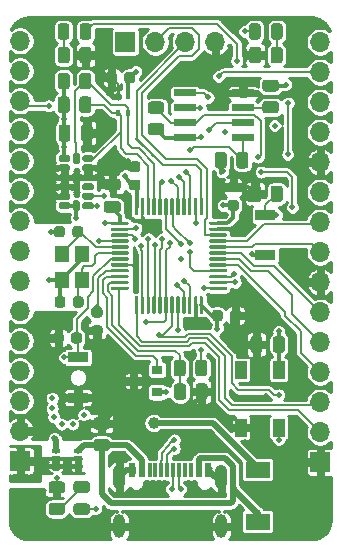
<source format=gbr>
%TF.GenerationSoftware,KiCad,Pcbnew,(5.1.12)-1*%
%TF.CreationDate,2022-08-03T23:35:13+02:00*%
%TF.ProjectId,stm32l-mcu-board,73746d33-326c-42d6-9d63-752d626f6172,rev?*%
%TF.SameCoordinates,Original*%
%TF.FileFunction,Copper,L1,Top*%
%TF.FilePolarity,Positive*%
%FSLAX46Y46*%
G04 Gerber Fmt 4.6, Leading zero omitted, Abs format (unit mm)*
G04 Created by KiCad (PCBNEW (5.1.12)-1) date 2022-08-03 23:35:13*
%MOMM*%
%LPD*%
G01*
G04 APERTURE LIST*
%TA.AperFunction,SMDPad,CuDef*%
%ADD10R,1.700000X0.900000*%
%TD*%
%TA.AperFunction,SMDPad,CuDef*%
%ADD11R,1.000000X1.500000*%
%TD*%
%TA.AperFunction,SMDPad,CuDef*%
%ADD12R,0.900000X0.800000*%
%TD*%
%TA.AperFunction,SMDPad,CuDef*%
%ADD13R,0.300000X1.150000*%
%TD*%
%TA.AperFunction,SMDPad,CuDef*%
%ADD14R,0.600000X1.150000*%
%TD*%
%TA.AperFunction,ComponentPad*%
%ADD15O,1.050000X2.100000*%
%TD*%
%TA.AperFunction,ComponentPad*%
%ADD16O,1.000000X2.000000*%
%TD*%
%TA.AperFunction,SMDPad,CuDef*%
%ADD17R,0.650000X0.400000*%
%TD*%
%TA.AperFunction,SMDPad,CuDef*%
%ADD18R,2.100000X1.400000*%
%TD*%
%TA.AperFunction,SMDPad,CuDef*%
%ADD19R,1.200000X1.400000*%
%TD*%
%TA.AperFunction,ComponentPad*%
%ADD20O,1.700000X1.700000*%
%TD*%
%TA.AperFunction,ComponentPad*%
%ADD21R,1.700000X1.700000*%
%TD*%
%TA.AperFunction,SMDPad,CuDef*%
%ADD22R,0.300000X0.500000*%
%TD*%
%TA.AperFunction,ViaPad*%
%ADD23C,0.500000*%
%TD*%
%TA.AperFunction,ViaPad*%
%ADD24C,1.000000*%
%TD*%
%TA.AperFunction,Conductor*%
%ADD25C,0.200000*%
%TD*%
%TA.AperFunction,Conductor*%
%ADD26C,0.500000*%
%TD*%
%TA.AperFunction,Conductor*%
%ADD27C,0.300000*%
%TD*%
%TA.AperFunction,Conductor*%
%ADD28C,0.254000*%
%TD*%
%TA.AperFunction,Conductor*%
%ADD29C,0.100000*%
%TD*%
G04 APERTURE END LIST*
%TO.P,U4,14*%
%TO.N,PB8_I2C1_SCL*%
%TA.AperFunction,SMDPad,CuDef*%
G36*
G01*
X92150000Y-67775000D02*
X92150000Y-67125000D01*
G75*
G02*
X92300000Y-66975000I150000J0D01*
G01*
X92600000Y-66975000D01*
G75*
G02*
X92750000Y-67125000I0J-150000D01*
G01*
X92750000Y-67775000D01*
G75*
G02*
X92600000Y-67925000I-150000J0D01*
G01*
X92300000Y-67925000D01*
G75*
G02*
X92150000Y-67775000I0J150000D01*
G01*
G37*
%TD.AperFunction*%
%TO.P,U4,13*%
%TO.N,PB9_I2C1_SDA*%
%TA.AperFunction,SMDPad,CuDef*%
G36*
G01*
X92975000Y-67600000D02*
X92975000Y-67300000D01*
G75*
G02*
X93125000Y-67150000I150000J0D01*
G01*
X93775000Y-67150000D01*
G75*
G02*
X93925000Y-67300000I0J-150000D01*
G01*
X93925000Y-67600000D01*
G75*
G02*
X93775000Y-67750000I-150000J0D01*
G01*
X93125000Y-67750000D01*
G75*
G02*
X92975000Y-67600000I0J150000D01*
G01*
G37*
%TD.AperFunction*%
%TO.P,U4,12*%
%TO.N,GND*%
%TA.AperFunction,SMDPad,CuDef*%
G36*
G01*
X92975000Y-68400000D02*
X92975000Y-68100000D01*
G75*
G02*
X93125000Y-67950000I150000J0D01*
G01*
X93775000Y-67950000D01*
G75*
G02*
X93925000Y-68100000I0J-150000D01*
G01*
X93925000Y-68400000D01*
G75*
G02*
X93775000Y-68550000I-150000J0D01*
G01*
X93125000Y-68550000D01*
G75*
G02*
X92975000Y-68400000I0J150000D01*
G01*
G37*
%TD.AperFunction*%
%TO.P,U4,11*%
%TA.AperFunction,SMDPad,CuDef*%
G36*
G01*
X92975000Y-69200000D02*
X92975000Y-68900000D01*
G75*
G02*
X93125000Y-68750000I150000J0D01*
G01*
X93775000Y-68750000D01*
G75*
G02*
X93925000Y-68900000I0J-150000D01*
G01*
X93925000Y-69200000D01*
G75*
G02*
X93775000Y-69350000I-150000J0D01*
G01*
X93125000Y-69350000D01*
G75*
G02*
X92975000Y-69200000I0J150000D01*
G01*
G37*
%TD.AperFunction*%
%TO.P,U4,10*%
%TO.N,Net-(U4-Pad10)*%
%TA.AperFunction,SMDPad,CuDef*%
G36*
G01*
X92975000Y-70000000D02*
X92975000Y-69700000D01*
G75*
G02*
X93125000Y-69550000I150000J0D01*
G01*
X93775000Y-69550000D01*
G75*
G02*
X93925000Y-69700000I0J-150000D01*
G01*
X93925000Y-70000000D01*
G75*
G02*
X93775000Y-70150000I-150000J0D01*
G01*
X93125000Y-70150000D01*
G75*
G02*
X92975000Y-70000000I0J150000D01*
G01*
G37*
%TD.AperFunction*%
%TO.P,U4,9*%
%TO.N,INT2*%
%TA.AperFunction,SMDPad,CuDef*%
G36*
G01*
X92975000Y-70800000D02*
X92975000Y-70500000D01*
G75*
G02*
X93125000Y-70350000I150000J0D01*
G01*
X93775000Y-70350000D01*
G75*
G02*
X93925000Y-70500000I0J-150000D01*
G01*
X93925000Y-70800000D01*
G75*
G02*
X93775000Y-70950000I-150000J0D01*
G01*
X93125000Y-70950000D01*
G75*
G02*
X92975000Y-70800000I0J150000D01*
G01*
G37*
%TD.AperFunction*%
%TO.P,U4,8*%
%TO.N,INT1*%
%TA.AperFunction,SMDPad,CuDef*%
G36*
G01*
X92975000Y-71600000D02*
X92975000Y-71300000D01*
G75*
G02*
X93125000Y-71150000I150000J0D01*
G01*
X93775000Y-71150000D01*
G75*
G02*
X93925000Y-71300000I0J-150000D01*
G01*
X93925000Y-71600000D01*
G75*
G02*
X93775000Y-71750000I-150000J0D01*
G01*
X93125000Y-71750000D01*
G75*
G02*
X92975000Y-71600000I0J150000D01*
G01*
G37*
%TD.AperFunction*%
%TO.P,U4,7*%
%TO.N,+3V3*%
%TA.AperFunction,SMDPad,CuDef*%
G36*
G01*
X92150000Y-71775000D02*
X92150000Y-71125000D01*
G75*
G02*
X92300000Y-70975000I150000J0D01*
G01*
X92600000Y-70975000D01*
G75*
G02*
X92750000Y-71125000I0J-150000D01*
G01*
X92750000Y-71775000D01*
G75*
G02*
X92600000Y-71925000I-150000J0D01*
G01*
X92300000Y-71925000D01*
G75*
G02*
X92150000Y-71775000I0J150000D01*
G01*
G37*
%TD.AperFunction*%
%TO.P,U4,6*%
%TA.AperFunction,SMDPad,CuDef*%
G36*
G01*
X90975000Y-71600000D02*
X90975000Y-71300000D01*
G75*
G02*
X91125000Y-71150000I150000J0D01*
G01*
X91775000Y-71150000D01*
G75*
G02*
X91925000Y-71300000I0J-150000D01*
G01*
X91925000Y-71600000D01*
G75*
G02*
X91775000Y-71750000I-150000J0D01*
G01*
X91125000Y-71750000D01*
G75*
G02*
X90975000Y-71600000I0J150000D01*
G01*
G37*
%TD.AperFunction*%
%TO.P,U4,5*%
%TO.N,GND*%
%TA.AperFunction,SMDPad,CuDef*%
G36*
G01*
X90975000Y-70800000D02*
X90975000Y-70500000D01*
G75*
G02*
X91125000Y-70350000I150000J0D01*
G01*
X91775000Y-70350000D01*
G75*
G02*
X91925000Y-70500000I0J-150000D01*
G01*
X91925000Y-70800000D01*
G75*
G02*
X91775000Y-70950000I-150000J0D01*
G01*
X91125000Y-70950000D01*
G75*
G02*
X90975000Y-70800000I0J150000D01*
G01*
G37*
%TD.AperFunction*%
%TO.P,U4,4*%
%TA.AperFunction,SMDPad,CuDef*%
G36*
G01*
X90975000Y-70000000D02*
X90975000Y-69700000D01*
G75*
G02*
X91125000Y-69550000I150000J0D01*
G01*
X91775000Y-69550000D01*
G75*
G02*
X91925000Y-69700000I0J-150000D01*
G01*
X91925000Y-70000000D01*
G75*
G02*
X91775000Y-70150000I-150000J0D01*
G01*
X91125000Y-70150000D01*
G75*
G02*
X90975000Y-70000000I0J150000D01*
G01*
G37*
%TD.AperFunction*%
%TO.P,U4,3*%
%TA.AperFunction,SMDPad,CuDef*%
G36*
G01*
X90975000Y-69200000D02*
X90975000Y-68900000D01*
G75*
G02*
X91125000Y-68750000I150000J0D01*
G01*
X91775000Y-68750000D01*
G75*
G02*
X91925000Y-68900000I0J-150000D01*
G01*
X91925000Y-69200000D01*
G75*
G02*
X91775000Y-69350000I-150000J0D01*
G01*
X91125000Y-69350000D01*
G75*
G02*
X90975000Y-69200000I0J150000D01*
G01*
G37*
%TD.AperFunction*%
%TO.P,U4,2*%
%TA.AperFunction,SMDPad,CuDef*%
G36*
G01*
X90975000Y-68400000D02*
X90975000Y-68100000D01*
G75*
G02*
X91125000Y-67950000I150000J0D01*
G01*
X91775000Y-67950000D01*
G75*
G02*
X91925000Y-68100000I0J-150000D01*
G01*
X91925000Y-68400000D01*
G75*
G02*
X91775000Y-68550000I-150000J0D01*
G01*
X91125000Y-68550000D01*
G75*
G02*
X90975000Y-68400000I0J150000D01*
G01*
G37*
%TD.AperFunction*%
%TO.P,U4,1*%
%TO.N,+3V3*%
%TA.AperFunction,SMDPad,CuDef*%
G36*
G01*
X90975000Y-67600000D02*
X90975000Y-67300000D01*
G75*
G02*
X91125000Y-67150000I150000J0D01*
G01*
X91775000Y-67150000D01*
G75*
G02*
X91925000Y-67300000I0J-150000D01*
G01*
X91925000Y-67600000D01*
G75*
G02*
X91775000Y-67750000I-150000J0D01*
G01*
X91125000Y-67750000D01*
G75*
G02*
X90975000Y-67600000I0J150000D01*
G01*
G37*
%TD.AperFunction*%
%TD*%
D10*
%TO.P,SW2,2*%
%TO.N,+3V3*%
X108450000Y-75650000D03*
%TO.P,SW2,1*%
%TO.N,UBTN*%
X108450000Y-72250000D03*
%TD*%
%TO.P,R13,2*%
%TO.N,GND*%
%TA.AperFunction,SMDPad,CuDef*%
G36*
G01*
X108100000Y-69999998D02*
X108100000Y-70900002D01*
G75*
G02*
X107850002Y-71150000I-249998J0D01*
G01*
X107324998Y-71150000D01*
G75*
G02*
X107075000Y-70900002I0J249998D01*
G01*
X107075000Y-69999998D01*
G75*
G02*
X107324998Y-69750000I249998J0D01*
G01*
X107850002Y-69750000D01*
G75*
G02*
X108100000Y-69999998I0J-249998D01*
G01*
G37*
%TD.AperFunction*%
%TO.P,R13,1*%
%TO.N,UBTN*%
%TA.AperFunction,SMDPad,CuDef*%
G36*
G01*
X109925000Y-69999998D02*
X109925000Y-70900002D01*
G75*
G02*
X109675002Y-71150000I-249998J0D01*
G01*
X109149998Y-71150000D01*
G75*
G02*
X108900000Y-70900002I0J249998D01*
G01*
X108900000Y-69999998D01*
G75*
G02*
X109149998Y-69750000I249998J0D01*
G01*
X109675002Y-69750000D01*
G75*
G02*
X109925000Y-69999998I0J-249998D01*
G01*
G37*
%TD.AperFunction*%
%TD*%
%TO.P,C18,2*%
%TO.N,GND*%
%TA.AperFunction,SMDPad,CuDef*%
G36*
G01*
X108200000Y-82725000D02*
X108200000Y-83675000D01*
G75*
G02*
X107950000Y-83925000I-250000J0D01*
G01*
X107450000Y-83925000D01*
G75*
G02*
X107200000Y-83675000I0J250000D01*
G01*
X107200000Y-82725000D01*
G75*
G02*
X107450000Y-82475000I250000J0D01*
G01*
X107950000Y-82475000D01*
G75*
G02*
X108200000Y-82725000I0J-250000D01*
G01*
G37*
%TD.AperFunction*%
%TO.P,C18,1*%
%TO.N,+3V3*%
%TA.AperFunction,SMDPad,CuDef*%
G36*
G01*
X110100000Y-82725000D02*
X110100000Y-83675000D01*
G75*
G02*
X109850000Y-83925000I-250000J0D01*
G01*
X109350000Y-83925000D01*
G75*
G02*
X109100000Y-83675000I0J250000D01*
G01*
X109100000Y-82725000D01*
G75*
G02*
X109350000Y-82475000I250000J0D01*
G01*
X109850000Y-82475000D01*
G75*
G02*
X110100000Y-82725000I0J-250000D01*
G01*
G37*
%TD.AperFunction*%
%TD*%
D11*
%TO.P,D5,1*%
%TO.N,GND*%
X106400000Y-90250000D03*
%TO.P,D5,2*%
%TO.N,DLED*%
X109600000Y-90250000D03*
%TO.P,D5,3*%
%TO.N,+3V3*%
X109600000Y-85350000D03*
%TO.P,D5,4*%
%TO.N,Net-(D5-Pad4)*%
X106400000Y-85350000D03*
%TD*%
%TO.P,R12,2*%
%TO.N,PB8_I2C1_SCL*%
%TA.AperFunction,SMDPad,CuDef*%
G36*
G01*
X92700000Y-61350002D02*
X92700000Y-60449998D01*
G75*
G02*
X92949998Y-60200000I249998J0D01*
G01*
X93475002Y-60200000D01*
G75*
G02*
X93725000Y-60449998I0J-249998D01*
G01*
X93725000Y-61350002D01*
G75*
G02*
X93475002Y-61600000I-249998J0D01*
G01*
X92949998Y-61600000D01*
G75*
G02*
X92700000Y-61350002I0J249998D01*
G01*
G37*
%TD.AperFunction*%
%TO.P,R12,1*%
%TO.N,+3V3*%
%TA.AperFunction,SMDPad,CuDef*%
G36*
G01*
X90875000Y-61350002D02*
X90875000Y-60449998D01*
G75*
G02*
X91124998Y-60200000I249998J0D01*
G01*
X91650002Y-60200000D01*
G75*
G02*
X91900000Y-60449998I0J-249998D01*
G01*
X91900000Y-61350002D01*
G75*
G02*
X91650002Y-61600000I-249998J0D01*
G01*
X91124998Y-61600000D01*
G75*
G02*
X90875000Y-61350002I0J249998D01*
G01*
G37*
%TD.AperFunction*%
%TD*%
%TO.P,R11,2*%
%TO.N,PB9_I2C1_SDA*%
%TA.AperFunction,SMDPad,CuDef*%
G36*
G01*
X92700000Y-63350002D02*
X92700000Y-62449998D01*
G75*
G02*
X92949998Y-62200000I249998J0D01*
G01*
X93475002Y-62200000D01*
G75*
G02*
X93725000Y-62449998I0J-249998D01*
G01*
X93725000Y-63350002D01*
G75*
G02*
X93475002Y-63600000I-249998J0D01*
G01*
X92949998Y-63600000D01*
G75*
G02*
X92700000Y-63350002I0J249998D01*
G01*
G37*
%TD.AperFunction*%
%TO.P,R11,1*%
%TO.N,+3V3*%
%TA.AperFunction,SMDPad,CuDef*%
G36*
G01*
X90875000Y-63350002D02*
X90875000Y-62449998D01*
G75*
G02*
X91124998Y-62200000I249998J0D01*
G01*
X91650002Y-62200000D01*
G75*
G02*
X91900000Y-62449998I0J-249998D01*
G01*
X91900000Y-63350002D01*
G75*
G02*
X91650002Y-63600000I-249998J0D01*
G01*
X91124998Y-63600000D01*
G75*
G02*
X90875000Y-63350002I0J249998D01*
G01*
G37*
%TD.AperFunction*%
%TD*%
%TO.P,R6,2*%
%TO.N,GND*%
%TA.AperFunction,SMDPad,CuDef*%
G36*
G01*
X108100000Y-58249998D02*
X108100000Y-59150002D01*
G75*
G02*
X107850002Y-59400000I-249998J0D01*
G01*
X107324998Y-59400000D01*
G75*
G02*
X107075000Y-59150002I0J249998D01*
G01*
X107075000Y-58249998D01*
G75*
G02*
X107324998Y-58000000I249998J0D01*
G01*
X107850002Y-58000000D01*
G75*
G02*
X108100000Y-58249998I0J-249998D01*
G01*
G37*
%TD.AperFunction*%
%TO.P,R6,1*%
%TO.N,Net-(D1-Pad1)*%
%TA.AperFunction,SMDPad,CuDef*%
G36*
G01*
X109925000Y-58249998D02*
X109925000Y-59150002D01*
G75*
G02*
X109675002Y-59400000I-249998J0D01*
G01*
X109149998Y-59400000D01*
G75*
G02*
X108900000Y-59150002I0J249998D01*
G01*
X108900000Y-58249998D01*
G75*
G02*
X109149998Y-58000000I249998J0D01*
G01*
X109675002Y-58000000D01*
G75*
G02*
X109925000Y-58249998I0J-249998D01*
G01*
G37*
%TD.AperFunction*%
%TD*%
%TO.P,D1,2*%
%TO.N,Net-(D1-Pad2)*%
%TA.AperFunction,SMDPad,CuDef*%
G36*
G01*
X108050000Y-56243750D02*
X108050000Y-57156250D01*
G75*
G02*
X107806250Y-57400000I-243750J0D01*
G01*
X107318750Y-57400000D01*
G75*
G02*
X107075000Y-57156250I0J243750D01*
G01*
X107075000Y-56243750D01*
G75*
G02*
X107318750Y-56000000I243750J0D01*
G01*
X107806250Y-56000000D01*
G75*
G02*
X108050000Y-56243750I0J-243750D01*
G01*
G37*
%TD.AperFunction*%
%TO.P,D1,1*%
%TO.N,Net-(D1-Pad1)*%
%TA.AperFunction,SMDPad,CuDef*%
G36*
G01*
X109925000Y-56243750D02*
X109925000Y-57156250D01*
G75*
G02*
X109681250Y-57400000I-243750J0D01*
G01*
X109193750Y-57400000D01*
G75*
G02*
X108950000Y-57156250I0J243750D01*
G01*
X108950000Y-56243750D01*
G75*
G02*
X109193750Y-56000000I243750J0D01*
G01*
X109681250Y-56000000D01*
G75*
G02*
X109925000Y-56243750I0J-243750D01*
G01*
G37*
%TD.AperFunction*%
%TD*%
D12*
%TO.P,U5,3*%
%TO.N,GND*%
X97300000Y-86300000D03*
%TO.P,U5,2*%
%TO.N,TEMP_A0*%
X99300000Y-85350000D03*
%TO.P,U5,1*%
%TO.N,+3V3*%
X99300000Y-87250000D03*
%TD*%
%TO.P,TH1,2*%
%TO.N,GND*%
%TA.AperFunction,SMDPad,CuDef*%
G36*
G01*
X102550000Y-87650002D02*
X102550000Y-86749998D01*
G75*
G02*
X102799998Y-86500000I249998J0D01*
G01*
X103325002Y-86500000D01*
G75*
G02*
X103575000Y-86749998I0J-249998D01*
G01*
X103575000Y-87650002D01*
G75*
G02*
X103325002Y-87900000I-249998J0D01*
G01*
X102799998Y-87900000D01*
G75*
G02*
X102550000Y-87650002I0J249998D01*
G01*
G37*
%TD.AperFunction*%
%TO.P,TH1,1*%
%TO.N,TEMP_A1*%
%TA.AperFunction,SMDPad,CuDef*%
G36*
G01*
X100725000Y-87650002D02*
X100725000Y-86749998D01*
G75*
G02*
X100974998Y-86500000I249998J0D01*
G01*
X101500002Y-86500000D01*
G75*
G02*
X101750000Y-86749998I0J-249998D01*
G01*
X101750000Y-87650002D01*
G75*
G02*
X101500002Y-87900000I-249998J0D01*
G01*
X100974998Y-87900000D01*
G75*
G02*
X100725000Y-87650002I0J249998D01*
G01*
G37*
%TD.AperFunction*%
%TD*%
%TO.P,R8,2*%
%TO.N,TEMP_A1*%
%TA.AperFunction,SMDPad,CuDef*%
G36*
G01*
X101712500Y-84749998D02*
X101712500Y-85650002D01*
G75*
G02*
X101462502Y-85900000I-249998J0D01*
G01*
X100937498Y-85900000D01*
G75*
G02*
X100687500Y-85650002I0J249998D01*
G01*
X100687500Y-84749998D01*
G75*
G02*
X100937498Y-84500000I249998J0D01*
G01*
X101462502Y-84500000D01*
G75*
G02*
X101712500Y-84749998I0J-249998D01*
G01*
G37*
%TD.AperFunction*%
%TO.P,R8,1*%
%TO.N,+3V3*%
%TA.AperFunction,SMDPad,CuDef*%
G36*
G01*
X103537500Y-84749998D02*
X103537500Y-85650002D01*
G75*
G02*
X103287502Y-85900000I-249998J0D01*
G01*
X102762498Y-85900000D01*
G75*
G02*
X102512500Y-85650002I0J249998D01*
G01*
X102512500Y-84749998D01*
G75*
G02*
X102762498Y-84500000I249998J0D01*
G01*
X103287502Y-84500000D01*
G75*
G02*
X103537500Y-84749998I0J-249998D01*
G01*
G37*
%TD.AperFunction*%
%TD*%
%TO.P,C8,2*%
%TO.N,GND*%
%TA.AperFunction,SMDPad,CuDef*%
G36*
G01*
X92850000Y-65775000D02*
X92850000Y-64825000D01*
G75*
G02*
X93100000Y-64575000I250000J0D01*
G01*
X93600000Y-64575000D01*
G75*
G02*
X93850000Y-64825000I0J-250000D01*
G01*
X93850000Y-65775000D01*
G75*
G02*
X93600000Y-66025000I-250000J0D01*
G01*
X93100000Y-66025000D01*
G75*
G02*
X92850000Y-65775000I0J250000D01*
G01*
G37*
%TD.AperFunction*%
%TO.P,C8,1*%
%TO.N,+3V3*%
%TA.AperFunction,SMDPad,CuDef*%
G36*
G01*
X90950000Y-65775000D02*
X90950000Y-64825000D01*
G75*
G02*
X91200000Y-64575000I250000J0D01*
G01*
X91700000Y-64575000D01*
G75*
G02*
X91950000Y-64825000I0J-250000D01*
G01*
X91950000Y-65775000D01*
G75*
G02*
X91700000Y-66025000I-250000J0D01*
G01*
X91200000Y-66025000D01*
G75*
G02*
X90950000Y-65775000I0J250000D01*
G01*
G37*
%TD.AperFunction*%
%TD*%
D13*
%TO.P,J1,B8*%
%TO.N,Net-(J1-PadB8)*%
X98650000Y-93845000D03*
%TO.P,J1,A5*%
%TO.N,Net-(J1-PadA5)*%
X99150000Y-93845000D03*
%TO.P,J1,B7*%
%TO.N,D-*%
X99650000Y-93845000D03*
%TO.P,J1,B5*%
%TO.N,Net-(J1-PadB5)*%
X102150000Y-93845000D03*
%TO.P,J1,A8*%
%TO.N,Net-(J1-PadA8)*%
X101650000Y-93845000D03*
%TO.P,J1,B6*%
%TO.N,D+*%
X101150000Y-93845000D03*
%TO.P,J1,A6*%
X100150000Y-93845000D03*
%TO.P,J1,A7*%
%TO.N,D-*%
X100650000Y-93845000D03*
D14*
%TO.P,J1,B4/A9*%
%TO.N,VBUS*%
X102800000Y-93845000D03*
%TO.P,J1,A4/B9*%
X98000000Y-93845000D03*
%TO.P,J1,B1/A12*%
%TO.N,GND*%
X103600000Y-93845000D03*
%TO.P,J1,A1/B12*%
X97200000Y-93845000D03*
D15*
%TO.P,J1,G4*%
X104720000Y-94420000D03*
%TO.P,J1,G3*%
X96080000Y-94420000D03*
D16*
%TO.P,J1,G2*%
X104720000Y-98600000D03*
%TO.P,J1,G1*%
X96080000Y-98600000D03*
%TD*%
%TO.P,R9,2*%
%TO.N,GND*%
%TA.AperFunction,SMDPad,CuDef*%
G36*
G01*
X95050002Y-90400000D02*
X94149998Y-90400000D01*
G75*
G02*
X93900000Y-90150002I0J249998D01*
G01*
X93900000Y-89624998D01*
G75*
G02*
X94149998Y-89375000I249998J0D01*
G01*
X95050002Y-89375000D01*
G75*
G02*
X95300000Y-89624998I0J-249998D01*
G01*
X95300000Y-90150002D01*
G75*
G02*
X95050002Y-90400000I-249998J0D01*
G01*
G37*
%TD.AperFunction*%
%TO.P,R9,1*%
%TO.N,VBUS*%
%TA.AperFunction,SMDPad,CuDef*%
G36*
G01*
X95050002Y-92225000D02*
X94149998Y-92225000D01*
G75*
G02*
X93900000Y-91975002I0J249998D01*
G01*
X93900000Y-91449998D01*
G75*
G02*
X94149998Y-91200000I249998J0D01*
G01*
X95050002Y-91200000D01*
G75*
G02*
X95300000Y-91449998I0J-249998D01*
G01*
X95300000Y-91975002D01*
G75*
G02*
X95050002Y-92225000I-249998J0D01*
G01*
G37*
%TD.AperFunction*%
%TD*%
D17*
%TO.P,Q1,6*%
%TO.N,+5V*%
X90700000Y-93500000D03*
%TO.P,Q1,4*%
%TO.N,Net-(C14-Pad1)*%
X90700000Y-92200000D03*
%TO.P,Q1,2*%
%TO.N,+5V*%
X92600000Y-92850000D03*
%TO.P,Q1,5*%
X90700000Y-92850000D03*
%TO.P,Q1,3*%
%TO.N,VBUS*%
X92600000Y-92200000D03*
%TO.P,Q1,1*%
%TO.N,+5V*%
X92600000Y-93500000D03*
%TD*%
D18*
%TO.P,D3,2*%
%TO.N,VBUS*%
X107800000Y-98200000D03*
%TO.P,D3,1*%
%TO.N,Net-(C14-Pad1)*%
X107800000Y-93800000D03*
%TD*%
D19*
%TO.P,Y1,4*%
%TO.N,GND*%
X92900000Y-75550000D03*
%TO.P,Y1,3*%
%TO.N,XO*%
X92900000Y-77750000D03*
%TO.P,Y1,2*%
%TO.N,GND*%
X91200000Y-77750000D03*
%TO.P,Y1,1*%
%TO.N,XI*%
X91200000Y-75550000D03*
%TD*%
D10*
%TO.P,SW1,2*%
%TO.N,Net-(C3-Pad1)*%
X92600000Y-84300000D03*
%TO.P,SW1,1*%
%TO.N,GND*%
X92600000Y-87700000D03*
%TD*%
%TO.P,C7,2*%
%TO.N,GND*%
%TA.AperFunction,SMDPad,CuDef*%
G36*
G01*
X93950000Y-81575000D02*
X94450000Y-81575000D01*
G75*
G02*
X94675000Y-81800000I0J-225000D01*
G01*
X94675000Y-82250000D01*
G75*
G02*
X94450000Y-82475000I-225000J0D01*
G01*
X93950000Y-82475000D01*
G75*
G02*
X93725000Y-82250000I0J225000D01*
G01*
X93725000Y-81800000D01*
G75*
G02*
X93950000Y-81575000I225000J0D01*
G01*
G37*
%TD.AperFunction*%
%TO.P,C7,1*%
%TO.N,+3V3*%
%TA.AperFunction,SMDPad,CuDef*%
G36*
G01*
X93950000Y-80025000D02*
X94450000Y-80025000D01*
G75*
G02*
X94675000Y-80250000I0J-225000D01*
G01*
X94675000Y-80700000D01*
G75*
G02*
X94450000Y-80925000I-225000J0D01*
G01*
X93950000Y-80925000D01*
G75*
G02*
X93725000Y-80700000I0J225000D01*
G01*
X93725000Y-80250000D01*
G75*
G02*
X93950000Y-80025000I225000J0D01*
G01*
G37*
%TD.AperFunction*%
%TD*%
%TO.P,C6,2*%
%TO.N,GND*%
%TA.AperFunction,SMDPad,CuDef*%
G36*
G01*
X106000000Y-70325000D02*
X105500000Y-70325000D01*
G75*
G02*
X105275000Y-70100000I0J225000D01*
G01*
X105275000Y-69650000D01*
G75*
G02*
X105500000Y-69425000I225000J0D01*
G01*
X106000000Y-69425000D01*
G75*
G02*
X106225000Y-69650000I0J-225000D01*
G01*
X106225000Y-70100000D01*
G75*
G02*
X106000000Y-70325000I-225000J0D01*
G01*
G37*
%TD.AperFunction*%
%TO.P,C6,1*%
%TO.N,+3V3*%
%TA.AperFunction,SMDPad,CuDef*%
G36*
G01*
X106000000Y-71875000D02*
X105500000Y-71875000D01*
G75*
G02*
X105275000Y-71650000I0J225000D01*
G01*
X105275000Y-71200000D01*
G75*
G02*
X105500000Y-70975000I225000J0D01*
G01*
X106000000Y-70975000D01*
G75*
G02*
X106225000Y-71200000I0J-225000D01*
G01*
X106225000Y-71650000D01*
G75*
G02*
X106000000Y-71875000I-225000J0D01*
G01*
G37*
%TD.AperFunction*%
%TD*%
%TO.P,C5,2*%
%TO.N,GND*%
%TA.AperFunction,SMDPad,CuDef*%
G36*
G01*
X105500000Y-81000000D02*
X105500000Y-80500000D01*
G75*
G02*
X105725000Y-80275000I225000J0D01*
G01*
X106175000Y-80275000D01*
G75*
G02*
X106400000Y-80500000I0J-225000D01*
G01*
X106400000Y-81000000D01*
G75*
G02*
X106175000Y-81225000I-225000J0D01*
G01*
X105725000Y-81225000D01*
G75*
G02*
X105500000Y-81000000I0J225000D01*
G01*
G37*
%TD.AperFunction*%
%TO.P,C5,1*%
%TO.N,+3V3*%
%TA.AperFunction,SMDPad,CuDef*%
G36*
G01*
X103950000Y-81000000D02*
X103950000Y-80500000D01*
G75*
G02*
X104175000Y-80275000I225000J0D01*
G01*
X104625000Y-80275000D01*
G75*
G02*
X104850000Y-80500000I0J-225000D01*
G01*
X104850000Y-81000000D01*
G75*
G02*
X104625000Y-81225000I-225000J0D01*
G01*
X104175000Y-81225000D01*
G75*
G02*
X103950000Y-81000000I0J225000D01*
G01*
G37*
%TD.AperFunction*%
%TD*%
%TO.P,C3,2*%
%TO.N,GND*%
%TA.AperFunction,SMDPad,CuDef*%
G36*
G01*
X91375000Y-82400000D02*
X91375000Y-82900000D01*
G75*
G02*
X91150000Y-83125000I-225000J0D01*
G01*
X90700000Y-83125000D01*
G75*
G02*
X90475000Y-82900000I0J225000D01*
G01*
X90475000Y-82400000D01*
G75*
G02*
X90700000Y-82175000I225000J0D01*
G01*
X91150000Y-82175000D01*
G75*
G02*
X91375000Y-82400000I0J-225000D01*
G01*
G37*
%TD.AperFunction*%
%TO.P,C3,1*%
%TO.N,Net-(C3-Pad1)*%
%TA.AperFunction,SMDPad,CuDef*%
G36*
G01*
X92925000Y-82400000D02*
X92925000Y-82900000D01*
G75*
G02*
X92700000Y-83125000I-225000J0D01*
G01*
X92250000Y-83125000D01*
G75*
G02*
X92025000Y-82900000I0J225000D01*
G01*
X92025000Y-82400000D01*
G75*
G02*
X92250000Y-82175000I225000J0D01*
G01*
X92700000Y-82175000D01*
G75*
G02*
X92925000Y-82400000I0J-225000D01*
G01*
G37*
%TD.AperFunction*%
%TD*%
%TO.P,C4,2*%
%TO.N,GND*%
%TA.AperFunction,SMDPad,CuDef*%
G36*
G01*
X91525000Y-79350000D02*
X91525000Y-79850000D01*
G75*
G02*
X91300000Y-80075000I-225000J0D01*
G01*
X90850000Y-80075000D01*
G75*
G02*
X90625000Y-79850000I0J225000D01*
G01*
X90625000Y-79350000D01*
G75*
G02*
X90850000Y-79125000I225000J0D01*
G01*
X91300000Y-79125000D01*
G75*
G02*
X91525000Y-79350000I0J-225000D01*
G01*
G37*
%TD.AperFunction*%
%TO.P,C4,1*%
%TO.N,XO*%
%TA.AperFunction,SMDPad,CuDef*%
G36*
G01*
X93075000Y-79350000D02*
X93075000Y-79850000D01*
G75*
G02*
X92850000Y-80075000I-225000J0D01*
G01*
X92400000Y-80075000D01*
G75*
G02*
X92175000Y-79850000I0J225000D01*
G01*
X92175000Y-79350000D01*
G75*
G02*
X92400000Y-79125000I225000J0D01*
G01*
X92850000Y-79125000D01*
G75*
G02*
X93075000Y-79350000I0J-225000D01*
G01*
G37*
%TD.AperFunction*%
%TD*%
%TO.P,C1,2*%
%TO.N,GND*%
%TA.AperFunction,SMDPad,CuDef*%
G36*
G01*
X91475000Y-73400000D02*
X91475000Y-73900000D01*
G75*
G02*
X91250000Y-74125000I-225000J0D01*
G01*
X90800000Y-74125000D01*
G75*
G02*
X90575000Y-73900000I0J225000D01*
G01*
X90575000Y-73400000D01*
G75*
G02*
X90800000Y-73175000I225000J0D01*
G01*
X91250000Y-73175000D01*
G75*
G02*
X91475000Y-73400000I0J-225000D01*
G01*
G37*
%TD.AperFunction*%
%TO.P,C1,1*%
%TO.N,XI*%
%TA.AperFunction,SMDPad,CuDef*%
G36*
G01*
X93025000Y-73400000D02*
X93025000Y-73900000D01*
G75*
G02*
X92800000Y-74125000I-225000J0D01*
G01*
X92350000Y-74125000D01*
G75*
G02*
X92125000Y-73900000I0J225000D01*
G01*
X92125000Y-73400000D01*
G75*
G02*
X92350000Y-73175000I225000J0D01*
G01*
X92800000Y-73175000D01*
G75*
G02*
X93025000Y-73400000I0J-225000D01*
G01*
G37*
%TD.AperFunction*%
%TD*%
D20*
%TO.P,J4,15*%
%TO.N,+3V3*%
X113100000Y-57600000D03*
%TO.P,J4,14*%
%TO.N,PC15*%
X113100000Y-60140000D03*
%TO.P,J4,13*%
%TO.N,PC14*%
X113100000Y-62680000D03*
%TO.P,J4,12*%
%TO.N,PC13*%
X113100000Y-65220000D03*
%TO.P,J4,11*%
%TO.N,GND*%
X113100000Y-67760000D03*
%TO.P,J4,10*%
%TO.N,PA15*%
X113100000Y-70300000D03*
%TO.P,J4,9*%
%TO.N,PA12_USB_DP*%
X113100000Y-72840000D03*
%TO.P,J4,8*%
%TO.N,PA11_USB_DM*%
X113100000Y-75380000D03*
%TO.P,J4,7*%
%TO.N,GND*%
X113100000Y-77920000D03*
%TO.P,J4,6*%
%TO.N,PA10*%
X113100000Y-80460000D03*
%TO.P,J4,5*%
%TO.N,PA9*%
X113100000Y-83000000D03*
%TO.P,J4,4*%
%TO.N,PA8*%
X113100000Y-85540000D03*
%TO.P,J4,3*%
%TO.N,PA3*%
X113100000Y-88080000D03*
%TO.P,J4,2*%
%TO.N,PA2*%
X113100000Y-90620000D03*
D21*
%TO.P,J4,1*%
%TO.N,GND*%
X113100000Y-93160000D03*
%TD*%
D20*
%TO.P,J3,15*%
%TO.N,+3V3*%
X87700000Y-57500000D03*
%TO.P,J3,14*%
%TO.N,PB15*%
X87700000Y-60040000D03*
%TO.P,J3,13*%
%TO.N,PB14*%
X87700000Y-62580000D03*
%TO.P,J3,12*%
%TO.N,PB13*%
X87700000Y-65120000D03*
%TO.P,J3,11*%
%TO.N,PB12*%
X87700000Y-67660000D03*
%TO.P,J3,10*%
%TO.N,PB11*%
X87700000Y-70200000D03*
%TO.P,J3,9*%
%TO.N,PB10*%
X87700000Y-72740000D03*
%TO.P,J3,8*%
%TO.N,PB5*%
X87700000Y-75280000D03*
%TO.P,J3,7*%
%TO.N,PB4*%
X87700000Y-77820000D03*
%TO.P,J3,6*%
%TO.N,PB3*%
X87700000Y-80360000D03*
%TO.P,J3,5*%
%TO.N,PB2*%
X87700000Y-82900000D03*
%TO.P,J3,4*%
%TO.N,PB1*%
X87700000Y-85440000D03*
%TO.P,J3,3*%
%TO.N,PB0*%
X87700000Y-87980000D03*
%TO.P,J3,2*%
%TO.N,GND*%
X87700000Y-90520000D03*
D21*
%TO.P,J3,1*%
%TO.N,+5V*%
X87700000Y-93060000D03*
%TD*%
%TO.P,U3,48*%
%TO.N,+3V3*%
%TA.AperFunction,SMDPad,CuDef*%
G36*
G01*
X97400000Y-72200000D02*
X97400000Y-70875000D01*
G75*
G02*
X97475000Y-70800000I75000J0D01*
G01*
X97625000Y-70800000D01*
G75*
G02*
X97700000Y-70875000I0J-75000D01*
G01*
X97700000Y-72200000D01*
G75*
G02*
X97625000Y-72275000I-75000J0D01*
G01*
X97475000Y-72275000D01*
G75*
G02*
X97400000Y-72200000I0J75000D01*
G01*
G37*
%TD.AperFunction*%
%TO.P,U3,47*%
%TO.N,GND*%
%TA.AperFunction,SMDPad,CuDef*%
G36*
G01*
X97900000Y-72200000D02*
X97900000Y-70875000D01*
G75*
G02*
X97975000Y-70800000I75000J0D01*
G01*
X98125000Y-70800000D01*
G75*
G02*
X98200000Y-70875000I0J-75000D01*
G01*
X98200000Y-72200000D01*
G75*
G02*
X98125000Y-72275000I-75000J0D01*
G01*
X97975000Y-72275000D01*
G75*
G02*
X97900000Y-72200000I0J75000D01*
G01*
G37*
%TD.AperFunction*%
%TO.P,U3,46*%
%TO.N,PB9_I2C1_SDA*%
%TA.AperFunction,SMDPad,CuDef*%
G36*
G01*
X98400000Y-72200000D02*
X98400000Y-70875000D01*
G75*
G02*
X98475000Y-70800000I75000J0D01*
G01*
X98625000Y-70800000D01*
G75*
G02*
X98700000Y-70875000I0J-75000D01*
G01*
X98700000Y-72200000D01*
G75*
G02*
X98625000Y-72275000I-75000J0D01*
G01*
X98475000Y-72275000D01*
G75*
G02*
X98400000Y-72200000I0J75000D01*
G01*
G37*
%TD.AperFunction*%
%TO.P,U3,45*%
%TO.N,PB8_I2C1_SCL*%
%TA.AperFunction,SMDPad,CuDef*%
G36*
G01*
X98900000Y-72200000D02*
X98900000Y-70875000D01*
G75*
G02*
X98975000Y-70800000I75000J0D01*
G01*
X99125000Y-70800000D01*
G75*
G02*
X99200000Y-70875000I0J-75000D01*
G01*
X99200000Y-72200000D01*
G75*
G02*
X99125000Y-72275000I-75000J0D01*
G01*
X98975000Y-72275000D01*
G75*
G02*
X98900000Y-72200000I0J75000D01*
G01*
G37*
%TD.AperFunction*%
%TO.P,U3,44*%
%TO.N,Net-(R4-Pad1)*%
%TA.AperFunction,SMDPad,CuDef*%
G36*
G01*
X99400000Y-72200000D02*
X99400000Y-70875000D01*
G75*
G02*
X99475000Y-70800000I75000J0D01*
G01*
X99625000Y-70800000D01*
G75*
G02*
X99700000Y-70875000I0J-75000D01*
G01*
X99700000Y-72200000D01*
G75*
G02*
X99625000Y-72275000I-75000J0D01*
G01*
X99475000Y-72275000D01*
G75*
G02*
X99400000Y-72200000I0J75000D01*
G01*
G37*
%TD.AperFunction*%
%TO.P,U3,43*%
%TO.N,PB7_UART1_RX*%
%TA.AperFunction,SMDPad,CuDef*%
G36*
G01*
X99900000Y-72200000D02*
X99900000Y-70875000D01*
G75*
G02*
X99975000Y-70800000I75000J0D01*
G01*
X100125000Y-70800000D01*
G75*
G02*
X100200000Y-70875000I0J-75000D01*
G01*
X100200000Y-72200000D01*
G75*
G02*
X100125000Y-72275000I-75000J0D01*
G01*
X99975000Y-72275000D01*
G75*
G02*
X99900000Y-72200000I0J75000D01*
G01*
G37*
%TD.AperFunction*%
%TO.P,U3,42*%
%TO.N,PB6_UART1_TX*%
%TA.AperFunction,SMDPad,CuDef*%
G36*
G01*
X100400000Y-72200000D02*
X100400000Y-70875000D01*
G75*
G02*
X100475000Y-70800000I75000J0D01*
G01*
X100625000Y-70800000D01*
G75*
G02*
X100700000Y-70875000I0J-75000D01*
G01*
X100700000Y-72200000D01*
G75*
G02*
X100625000Y-72275000I-75000J0D01*
G01*
X100475000Y-72275000D01*
G75*
G02*
X100400000Y-72200000I0J75000D01*
G01*
G37*
%TD.AperFunction*%
%TO.P,U3,41*%
%TO.N,PB5*%
%TA.AperFunction,SMDPad,CuDef*%
G36*
G01*
X100900000Y-72200000D02*
X100900000Y-70875000D01*
G75*
G02*
X100975000Y-70800000I75000J0D01*
G01*
X101125000Y-70800000D01*
G75*
G02*
X101200000Y-70875000I0J-75000D01*
G01*
X101200000Y-72200000D01*
G75*
G02*
X101125000Y-72275000I-75000J0D01*
G01*
X100975000Y-72275000D01*
G75*
G02*
X100900000Y-72200000I0J75000D01*
G01*
G37*
%TD.AperFunction*%
%TO.P,U3,40*%
%TO.N,PB4*%
%TA.AperFunction,SMDPad,CuDef*%
G36*
G01*
X101400000Y-72200000D02*
X101400000Y-70875000D01*
G75*
G02*
X101475000Y-70800000I75000J0D01*
G01*
X101625000Y-70800000D01*
G75*
G02*
X101700000Y-70875000I0J-75000D01*
G01*
X101700000Y-72200000D01*
G75*
G02*
X101625000Y-72275000I-75000J0D01*
G01*
X101475000Y-72275000D01*
G75*
G02*
X101400000Y-72200000I0J75000D01*
G01*
G37*
%TD.AperFunction*%
%TO.P,U3,39*%
%TO.N,PB3*%
%TA.AperFunction,SMDPad,CuDef*%
G36*
G01*
X101900000Y-72200000D02*
X101900000Y-70875000D01*
G75*
G02*
X101975000Y-70800000I75000J0D01*
G01*
X102125000Y-70800000D01*
G75*
G02*
X102200000Y-70875000I0J-75000D01*
G01*
X102200000Y-72200000D01*
G75*
G02*
X102125000Y-72275000I-75000J0D01*
G01*
X101975000Y-72275000D01*
G75*
G02*
X101900000Y-72200000I0J75000D01*
G01*
G37*
%TD.AperFunction*%
%TO.P,U3,38*%
%TO.N,PA15*%
%TA.AperFunction,SMDPad,CuDef*%
G36*
G01*
X102400000Y-72200000D02*
X102400000Y-70875000D01*
G75*
G02*
X102475000Y-70800000I75000J0D01*
G01*
X102625000Y-70800000D01*
G75*
G02*
X102700000Y-70875000I0J-75000D01*
G01*
X102700000Y-72200000D01*
G75*
G02*
X102625000Y-72275000I-75000J0D01*
G01*
X102475000Y-72275000D01*
G75*
G02*
X102400000Y-72200000I0J75000D01*
G01*
G37*
%TD.AperFunction*%
%TO.P,U3,37*%
%TO.N,PA14_SWCLK*%
%TA.AperFunction,SMDPad,CuDef*%
G36*
G01*
X102900000Y-72200000D02*
X102900000Y-70875000D01*
G75*
G02*
X102975000Y-70800000I75000J0D01*
G01*
X103125000Y-70800000D01*
G75*
G02*
X103200000Y-70875000I0J-75000D01*
G01*
X103200000Y-72200000D01*
G75*
G02*
X103125000Y-72275000I-75000J0D01*
G01*
X102975000Y-72275000D01*
G75*
G02*
X102900000Y-72200000I0J75000D01*
G01*
G37*
%TD.AperFunction*%
%TO.P,U3,36*%
%TO.N,+3V3*%
%TA.AperFunction,SMDPad,CuDef*%
G36*
G01*
X103725000Y-73025000D02*
X103725000Y-72875000D01*
G75*
G02*
X103800000Y-72800000I75000J0D01*
G01*
X105125000Y-72800000D01*
G75*
G02*
X105200000Y-72875000I0J-75000D01*
G01*
X105200000Y-73025000D01*
G75*
G02*
X105125000Y-73100000I-75000J0D01*
G01*
X103800000Y-73100000D01*
G75*
G02*
X103725000Y-73025000I0J75000D01*
G01*
G37*
%TD.AperFunction*%
%TO.P,U3,35*%
%TO.N,GND*%
%TA.AperFunction,SMDPad,CuDef*%
G36*
G01*
X103725000Y-73525000D02*
X103725000Y-73375000D01*
G75*
G02*
X103800000Y-73300000I75000J0D01*
G01*
X105125000Y-73300000D01*
G75*
G02*
X105200000Y-73375000I0J-75000D01*
G01*
X105200000Y-73525000D01*
G75*
G02*
X105125000Y-73600000I-75000J0D01*
G01*
X103800000Y-73600000D01*
G75*
G02*
X103725000Y-73525000I0J75000D01*
G01*
G37*
%TD.AperFunction*%
%TO.P,U3,34*%
%TO.N,PA13_SWDIO*%
%TA.AperFunction,SMDPad,CuDef*%
G36*
G01*
X103725000Y-74025000D02*
X103725000Y-73875000D01*
G75*
G02*
X103800000Y-73800000I75000J0D01*
G01*
X105125000Y-73800000D01*
G75*
G02*
X105200000Y-73875000I0J-75000D01*
G01*
X105200000Y-74025000D01*
G75*
G02*
X105125000Y-74100000I-75000J0D01*
G01*
X103800000Y-74100000D01*
G75*
G02*
X103725000Y-74025000I0J75000D01*
G01*
G37*
%TD.AperFunction*%
%TO.P,U3,33*%
%TO.N,PA12_USB_DP*%
%TA.AperFunction,SMDPad,CuDef*%
G36*
G01*
X103725000Y-74525000D02*
X103725000Y-74375000D01*
G75*
G02*
X103800000Y-74300000I75000J0D01*
G01*
X105125000Y-74300000D01*
G75*
G02*
X105200000Y-74375000I0J-75000D01*
G01*
X105200000Y-74525000D01*
G75*
G02*
X105125000Y-74600000I-75000J0D01*
G01*
X103800000Y-74600000D01*
G75*
G02*
X103725000Y-74525000I0J75000D01*
G01*
G37*
%TD.AperFunction*%
%TO.P,U3,32*%
%TO.N,PA11_USB_DM*%
%TA.AperFunction,SMDPad,CuDef*%
G36*
G01*
X103725000Y-75025000D02*
X103725000Y-74875000D01*
G75*
G02*
X103800000Y-74800000I75000J0D01*
G01*
X105125000Y-74800000D01*
G75*
G02*
X105200000Y-74875000I0J-75000D01*
G01*
X105200000Y-75025000D01*
G75*
G02*
X105125000Y-75100000I-75000J0D01*
G01*
X103800000Y-75100000D01*
G75*
G02*
X103725000Y-75025000I0J75000D01*
G01*
G37*
%TD.AperFunction*%
%TO.P,U3,31*%
%TO.N,PA10*%
%TA.AperFunction,SMDPad,CuDef*%
G36*
G01*
X103725000Y-75525000D02*
X103725000Y-75375000D01*
G75*
G02*
X103800000Y-75300000I75000J0D01*
G01*
X105125000Y-75300000D01*
G75*
G02*
X105200000Y-75375000I0J-75000D01*
G01*
X105200000Y-75525000D01*
G75*
G02*
X105125000Y-75600000I-75000J0D01*
G01*
X103800000Y-75600000D01*
G75*
G02*
X103725000Y-75525000I0J75000D01*
G01*
G37*
%TD.AperFunction*%
%TO.P,U3,30*%
%TO.N,PA9*%
%TA.AperFunction,SMDPad,CuDef*%
G36*
G01*
X103725000Y-76025000D02*
X103725000Y-75875000D01*
G75*
G02*
X103800000Y-75800000I75000J0D01*
G01*
X105125000Y-75800000D01*
G75*
G02*
X105200000Y-75875000I0J-75000D01*
G01*
X105200000Y-76025000D01*
G75*
G02*
X105125000Y-76100000I-75000J0D01*
G01*
X103800000Y-76100000D01*
G75*
G02*
X103725000Y-76025000I0J75000D01*
G01*
G37*
%TD.AperFunction*%
%TO.P,U3,29*%
%TO.N,PA8*%
%TA.AperFunction,SMDPad,CuDef*%
G36*
G01*
X103725000Y-76525000D02*
X103725000Y-76375000D01*
G75*
G02*
X103800000Y-76300000I75000J0D01*
G01*
X105125000Y-76300000D01*
G75*
G02*
X105200000Y-76375000I0J-75000D01*
G01*
X105200000Y-76525000D01*
G75*
G02*
X105125000Y-76600000I-75000J0D01*
G01*
X103800000Y-76600000D01*
G75*
G02*
X103725000Y-76525000I0J75000D01*
G01*
G37*
%TD.AperFunction*%
%TO.P,U3,28*%
%TO.N,PB15*%
%TA.AperFunction,SMDPad,CuDef*%
G36*
G01*
X103725000Y-77025000D02*
X103725000Y-76875000D01*
G75*
G02*
X103800000Y-76800000I75000J0D01*
G01*
X105125000Y-76800000D01*
G75*
G02*
X105200000Y-76875000I0J-75000D01*
G01*
X105200000Y-77025000D01*
G75*
G02*
X105125000Y-77100000I-75000J0D01*
G01*
X103800000Y-77100000D01*
G75*
G02*
X103725000Y-77025000I0J75000D01*
G01*
G37*
%TD.AperFunction*%
%TO.P,U3,27*%
%TO.N,PB14*%
%TA.AperFunction,SMDPad,CuDef*%
G36*
G01*
X103725000Y-77525000D02*
X103725000Y-77375000D01*
G75*
G02*
X103800000Y-77300000I75000J0D01*
G01*
X105125000Y-77300000D01*
G75*
G02*
X105200000Y-77375000I0J-75000D01*
G01*
X105200000Y-77525000D01*
G75*
G02*
X105125000Y-77600000I-75000J0D01*
G01*
X103800000Y-77600000D01*
G75*
G02*
X103725000Y-77525000I0J75000D01*
G01*
G37*
%TD.AperFunction*%
%TO.P,U3,26*%
%TO.N,PB13*%
%TA.AperFunction,SMDPad,CuDef*%
G36*
G01*
X103725000Y-78025000D02*
X103725000Y-77875000D01*
G75*
G02*
X103800000Y-77800000I75000J0D01*
G01*
X105125000Y-77800000D01*
G75*
G02*
X105200000Y-77875000I0J-75000D01*
G01*
X105200000Y-78025000D01*
G75*
G02*
X105125000Y-78100000I-75000J0D01*
G01*
X103800000Y-78100000D01*
G75*
G02*
X103725000Y-78025000I0J75000D01*
G01*
G37*
%TD.AperFunction*%
%TO.P,U3,25*%
%TO.N,PB12*%
%TA.AperFunction,SMDPad,CuDef*%
G36*
G01*
X103725000Y-78525000D02*
X103725000Y-78375000D01*
G75*
G02*
X103800000Y-78300000I75000J0D01*
G01*
X105125000Y-78300000D01*
G75*
G02*
X105200000Y-78375000I0J-75000D01*
G01*
X105200000Y-78525000D01*
G75*
G02*
X105125000Y-78600000I-75000J0D01*
G01*
X103800000Y-78600000D01*
G75*
G02*
X103725000Y-78525000I0J75000D01*
G01*
G37*
%TD.AperFunction*%
%TO.P,U3,24*%
%TO.N,+3V3*%
%TA.AperFunction,SMDPad,CuDef*%
G36*
G01*
X102900000Y-80525000D02*
X102900000Y-79200000D01*
G75*
G02*
X102975000Y-79125000I75000J0D01*
G01*
X103125000Y-79125000D01*
G75*
G02*
X103200000Y-79200000I0J-75000D01*
G01*
X103200000Y-80525000D01*
G75*
G02*
X103125000Y-80600000I-75000J0D01*
G01*
X102975000Y-80600000D01*
G75*
G02*
X102900000Y-80525000I0J75000D01*
G01*
G37*
%TD.AperFunction*%
%TO.P,U3,23*%
%TO.N,GND*%
%TA.AperFunction,SMDPad,CuDef*%
G36*
G01*
X102400000Y-80525000D02*
X102400000Y-79200000D01*
G75*
G02*
X102475000Y-79125000I75000J0D01*
G01*
X102625000Y-79125000D01*
G75*
G02*
X102700000Y-79200000I0J-75000D01*
G01*
X102700000Y-80525000D01*
G75*
G02*
X102625000Y-80600000I-75000J0D01*
G01*
X102475000Y-80600000D01*
G75*
G02*
X102400000Y-80525000I0J75000D01*
G01*
G37*
%TD.AperFunction*%
%TO.P,U3,22*%
%TO.N,PB11*%
%TA.AperFunction,SMDPad,CuDef*%
G36*
G01*
X101900000Y-80525000D02*
X101900000Y-79200000D01*
G75*
G02*
X101975000Y-79125000I75000J0D01*
G01*
X102125000Y-79125000D01*
G75*
G02*
X102200000Y-79200000I0J-75000D01*
G01*
X102200000Y-80525000D01*
G75*
G02*
X102125000Y-80600000I-75000J0D01*
G01*
X101975000Y-80600000D01*
G75*
G02*
X101900000Y-80525000I0J75000D01*
G01*
G37*
%TD.AperFunction*%
%TO.P,U3,21*%
%TO.N,PB10*%
%TA.AperFunction,SMDPad,CuDef*%
G36*
G01*
X101400000Y-80525000D02*
X101400000Y-79200000D01*
G75*
G02*
X101475000Y-79125000I75000J0D01*
G01*
X101625000Y-79125000D01*
G75*
G02*
X101700000Y-79200000I0J-75000D01*
G01*
X101700000Y-80525000D01*
G75*
G02*
X101625000Y-80600000I-75000J0D01*
G01*
X101475000Y-80600000D01*
G75*
G02*
X101400000Y-80525000I0J75000D01*
G01*
G37*
%TD.AperFunction*%
%TO.P,U3,20*%
%TO.N,PB2*%
%TA.AperFunction,SMDPad,CuDef*%
G36*
G01*
X100900000Y-80525000D02*
X100900000Y-79200000D01*
G75*
G02*
X100975000Y-79125000I75000J0D01*
G01*
X101125000Y-79125000D01*
G75*
G02*
X101200000Y-79200000I0J-75000D01*
G01*
X101200000Y-80525000D01*
G75*
G02*
X101125000Y-80600000I-75000J0D01*
G01*
X100975000Y-80600000D01*
G75*
G02*
X100900000Y-80525000I0J75000D01*
G01*
G37*
%TD.AperFunction*%
%TO.P,U3,19*%
%TO.N,PB1*%
%TA.AperFunction,SMDPad,CuDef*%
G36*
G01*
X100400000Y-80525000D02*
X100400000Y-79200000D01*
G75*
G02*
X100475000Y-79125000I75000J0D01*
G01*
X100625000Y-79125000D01*
G75*
G02*
X100700000Y-79200000I0J-75000D01*
G01*
X100700000Y-80525000D01*
G75*
G02*
X100625000Y-80600000I-75000J0D01*
G01*
X100475000Y-80600000D01*
G75*
G02*
X100400000Y-80525000I0J75000D01*
G01*
G37*
%TD.AperFunction*%
%TO.P,U3,18*%
%TO.N,PB0*%
%TA.AperFunction,SMDPad,CuDef*%
G36*
G01*
X99900000Y-80525000D02*
X99900000Y-79200000D01*
G75*
G02*
X99975000Y-79125000I75000J0D01*
G01*
X100125000Y-79125000D01*
G75*
G02*
X100200000Y-79200000I0J-75000D01*
G01*
X100200000Y-80525000D01*
G75*
G02*
X100125000Y-80600000I-75000J0D01*
G01*
X99975000Y-80600000D01*
G75*
G02*
X99900000Y-80525000I0J75000D01*
G01*
G37*
%TD.AperFunction*%
%TO.P,U3,17*%
%TO.N,DI*%
%TA.AperFunction,SMDPad,CuDef*%
G36*
G01*
X99400000Y-80525000D02*
X99400000Y-79200000D01*
G75*
G02*
X99475000Y-79125000I75000J0D01*
G01*
X99625000Y-79125000D01*
G75*
G02*
X99700000Y-79200000I0J-75000D01*
G01*
X99700000Y-80525000D01*
G75*
G02*
X99625000Y-80600000I-75000J0D01*
G01*
X99475000Y-80600000D01*
G75*
G02*
X99400000Y-80525000I0J75000D01*
G01*
G37*
%TD.AperFunction*%
%TO.P,U3,16*%
%TO.N,DO*%
%TA.AperFunction,SMDPad,CuDef*%
G36*
G01*
X98900000Y-80525000D02*
X98900000Y-79200000D01*
G75*
G02*
X98975000Y-79125000I75000J0D01*
G01*
X99125000Y-79125000D01*
G75*
G02*
X99200000Y-79200000I0J-75000D01*
G01*
X99200000Y-80525000D01*
G75*
G02*
X99125000Y-80600000I-75000J0D01*
G01*
X98975000Y-80600000D01*
G75*
G02*
X98900000Y-80525000I0J75000D01*
G01*
G37*
%TD.AperFunction*%
%TO.P,U3,15*%
%TO.N,CLK*%
%TA.AperFunction,SMDPad,CuDef*%
G36*
G01*
X98400000Y-80525000D02*
X98400000Y-79200000D01*
G75*
G02*
X98475000Y-79125000I75000J0D01*
G01*
X98625000Y-79125000D01*
G75*
G02*
X98700000Y-79200000I0J-75000D01*
G01*
X98700000Y-80525000D01*
G75*
G02*
X98625000Y-80600000I-75000J0D01*
G01*
X98475000Y-80600000D01*
G75*
G02*
X98400000Y-80525000I0J75000D01*
G01*
G37*
%TD.AperFunction*%
%TO.P,U3,14*%
%TO.N,PA4_SPI1_NSS*%
%TA.AperFunction,SMDPad,CuDef*%
G36*
G01*
X97900000Y-80525000D02*
X97900000Y-79200000D01*
G75*
G02*
X97975000Y-79125000I75000J0D01*
G01*
X98125000Y-79125000D01*
G75*
G02*
X98200000Y-79200000I0J-75000D01*
G01*
X98200000Y-80525000D01*
G75*
G02*
X98125000Y-80600000I-75000J0D01*
G01*
X97975000Y-80600000D01*
G75*
G02*
X97900000Y-80525000I0J75000D01*
G01*
G37*
%TD.AperFunction*%
%TO.P,U3,13*%
%TO.N,PA3*%
%TA.AperFunction,SMDPad,CuDef*%
G36*
G01*
X97400000Y-80525000D02*
X97400000Y-79200000D01*
G75*
G02*
X97475000Y-79125000I75000J0D01*
G01*
X97625000Y-79125000D01*
G75*
G02*
X97700000Y-79200000I0J-75000D01*
G01*
X97700000Y-80525000D01*
G75*
G02*
X97625000Y-80600000I-75000J0D01*
G01*
X97475000Y-80600000D01*
G75*
G02*
X97400000Y-80525000I0J75000D01*
G01*
G37*
%TD.AperFunction*%
%TO.P,U3,12*%
%TO.N,PA2*%
%TA.AperFunction,SMDPad,CuDef*%
G36*
G01*
X95400000Y-78525000D02*
X95400000Y-78375000D01*
G75*
G02*
X95475000Y-78300000I75000J0D01*
G01*
X96800000Y-78300000D01*
G75*
G02*
X96875000Y-78375000I0J-75000D01*
G01*
X96875000Y-78525000D01*
G75*
G02*
X96800000Y-78600000I-75000J0D01*
G01*
X95475000Y-78600000D01*
G75*
G02*
X95400000Y-78525000I0J75000D01*
G01*
G37*
%TD.AperFunction*%
%TO.P,U3,11*%
%TO.N,TEMP_A1*%
%TA.AperFunction,SMDPad,CuDef*%
G36*
G01*
X95400000Y-78025000D02*
X95400000Y-77875000D01*
G75*
G02*
X95475000Y-77800000I75000J0D01*
G01*
X96800000Y-77800000D01*
G75*
G02*
X96875000Y-77875000I0J-75000D01*
G01*
X96875000Y-78025000D01*
G75*
G02*
X96800000Y-78100000I-75000J0D01*
G01*
X95475000Y-78100000D01*
G75*
G02*
X95400000Y-78025000I0J75000D01*
G01*
G37*
%TD.AperFunction*%
%TO.P,U3,10*%
%TO.N,TEMP_A0*%
%TA.AperFunction,SMDPad,CuDef*%
G36*
G01*
X95400000Y-77525000D02*
X95400000Y-77375000D01*
G75*
G02*
X95475000Y-77300000I75000J0D01*
G01*
X96800000Y-77300000D01*
G75*
G02*
X96875000Y-77375000I0J-75000D01*
G01*
X96875000Y-77525000D01*
G75*
G02*
X96800000Y-77600000I-75000J0D01*
G01*
X95475000Y-77600000D01*
G75*
G02*
X95400000Y-77525000I0J75000D01*
G01*
G37*
%TD.AperFunction*%
%TO.P,U3,9*%
%TO.N,+3V3*%
%TA.AperFunction,SMDPad,CuDef*%
G36*
G01*
X95400000Y-77025000D02*
X95400000Y-76875000D01*
G75*
G02*
X95475000Y-76800000I75000J0D01*
G01*
X96800000Y-76800000D01*
G75*
G02*
X96875000Y-76875000I0J-75000D01*
G01*
X96875000Y-77025000D01*
G75*
G02*
X96800000Y-77100000I-75000J0D01*
G01*
X95475000Y-77100000D01*
G75*
G02*
X95400000Y-77025000I0J75000D01*
G01*
G37*
%TD.AperFunction*%
%TO.P,U3,8*%
%TO.N,GND*%
%TA.AperFunction,SMDPad,CuDef*%
G36*
G01*
X95400000Y-76525000D02*
X95400000Y-76375000D01*
G75*
G02*
X95475000Y-76300000I75000J0D01*
G01*
X96800000Y-76300000D01*
G75*
G02*
X96875000Y-76375000I0J-75000D01*
G01*
X96875000Y-76525000D01*
G75*
G02*
X96800000Y-76600000I-75000J0D01*
G01*
X95475000Y-76600000D01*
G75*
G02*
X95400000Y-76525000I0J75000D01*
G01*
G37*
%TD.AperFunction*%
%TO.P,U3,7*%
%TO.N,Net-(C3-Pad1)*%
%TA.AperFunction,SMDPad,CuDef*%
G36*
G01*
X95400000Y-76025000D02*
X95400000Y-75875000D01*
G75*
G02*
X95475000Y-75800000I75000J0D01*
G01*
X96800000Y-75800000D01*
G75*
G02*
X96875000Y-75875000I0J-75000D01*
G01*
X96875000Y-76025000D01*
G75*
G02*
X96800000Y-76100000I-75000J0D01*
G01*
X95475000Y-76100000D01*
G75*
G02*
X95400000Y-76025000I0J75000D01*
G01*
G37*
%TD.AperFunction*%
%TO.P,U3,6*%
%TO.N,XO*%
%TA.AperFunction,SMDPad,CuDef*%
G36*
G01*
X95400000Y-75525000D02*
X95400000Y-75375000D01*
G75*
G02*
X95475000Y-75300000I75000J0D01*
G01*
X96800000Y-75300000D01*
G75*
G02*
X96875000Y-75375000I0J-75000D01*
G01*
X96875000Y-75525000D01*
G75*
G02*
X96800000Y-75600000I-75000J0D01*
G01*
X95475000Y-75600000D01*
G75*
G02*
X95400000Y-75525000I0J75000D01*
G01*
G37*
%TD.AperFunction*%
%TO.P,U3,5*%
%TO.N,XI*%
%TA.AperFunction,SMDPad,CuDef*%
G36*
G01*
X95400000Y-75025000D02*
X95400000Y-74875000D01*
G75*
G02*
X95475000Y-74800000I75000J0D01*
G01*
X96800000Y-74800000D01*
G75*
G02*
X96875000Y-74875000I0J-75000D01*
G01*
X96875000Y-75025000D01*
G75*
G02*
X96800000Y-75100000I-75000J0D01*
G01*
X95475000Y-75100000D01*
G75*
G02*
X95400000Y-75025000I0J75000D01*
G01*
G37*
%TD.AperFunction*%
%TO.P,U3,4*%
%TO.N,PC15*%
%TA.AperFunction,SMDPad,CuDef*%
G36*
G01*
X95400000Y-74525000D02*
X95400000Y-74375000D01*
G75*
G02*
X95475000Y-74300000I75000J0D01*
G01*
X96800000Y-74300000D01*
G75*
G02*
X96875000Y-74375000I0J-75000D01*
G01*
X96875000Y-74525000D01*
G75*
G02*
X96800000Y-74600000I-75000J0D01*
G01*
X95475000Y-74600000D01*
G75*
G02*
X95400000Y-74525000I0J75000D01*
G01*
G37*
%TD.AperFunction*%
%TO.P,U3,3*%
%TO.N,PC14*%
%TA.AperFunction,SMDPad,CuDef*%
G36*
G01*
X95400000Y-74025000D02*
X95400000Y-73875000D01*
G75*
G02*
X95475000Y-73800000I75000J0D01*
G01*
X96800000Y-73800000D01*
G75*
G02*
X96875000Y-73875000I0J-75000D01*
G01*
X96875000Y-74025000D01*
G75*
G02*
X96800000Y-74100000I-75000J0D01*
G01*
X95475000Y-74100000D01*
G75*
G02*
X95400000Y-74025000I0J75000D01*
G01*
G37*
%TD.AperFunction*%
%TO.P,U3,2*%
%TO.N,PC13*%
%TA.AperFunction,SMDPad,CuDef*%
G36*
G01*
X95400000Y-73525000D02*
X95400000Y-73375000D01*
G75*
G02*
X95475000Y-73300000I75000J0D01*
G01*
X96800000Y-73300000D01*
G75*
G02*
X96875000Y-73375000I0J-75000D01*
G01*
X96875000Y-73525000D01*
G75*
G02*
X96800000Y-73600000I-75000J0D01*
G01*
X95475000Y-73600000D01*
G75*
G02*
X95400000Y-73525000I0J75000D01*
G01*
G37*
%TD.AperFunction*%
%TO.P,U3,1*%
%TO.N,+3V3*%
%TA.AperFunction,SMDPad,CuDef*%
G36*
G01*
X95400000Y-73025000D02*
X95400000Y-72875000D01*
G75*
G02*
X95475000Y-72800000I75000J0D01*
G01*
X96800000Y-72800000D01*
G75*
G02*
X96875000Y-72875000I0J-75000D01*
G01*
X96875000Y-73025000D01*
G75*
G02*
X96800000Y-73100000I-75000J0D01*
G01*
X95475000Y-73100000D01*
G75*
G02*
X95400000Y-73025000I0J75000D01*
G01*
G37*
%TD.AperFunction*%
%TD*%
%TO.P,R7,2*%
%TO.N,GND*%
%TA.AperFunction,SMDPad,CuDef*%
G36*
G01*
X92700000Y-59150002D02*
X92700000Y-58249998D01*
G75*
G02*
X92949998Y-58000000I249998J0D01*
G01*
X93475002Y-58000000D01*
G75*
G02*
X93725000Y-58249998I0J-249998D01*
G01*
X93725000Y-59150002D01*
G75*
G02*
X93475002Y-59400000I-249998J0D01*
G01*
X92949998Y-59400000D01*
G75*
G02*
X92700000Y-59150002I0J249998D01*
G01*
G37*
%TD.AperFunction*%
%TO.P,R7,1*%
%TO.N,Net-(D2-Pad1)*%
%TA.AperFunction,SMDPad,CuDef*%
G36*
G01*
X90875000Y-59150002D02*
X90875000Y-58249998D01*
G75*
G02*
X91124998Y-58000000I249998J0D01*
G01*
X91650002Y-58000000D01*
G75*
G02*
X91900000Y-58249998I0J-249998D01*
G01*
X91900000Y-59150002D01*
G75*
G02*
X91650002Y-59400000I-249998J0D01*
G01*
X91124998Y-59400000D01*
G75*
G02*
X90875000Y-59150002I0J249998D01*
G01*
G37*
%TD.AperFunction*%
%TD*%
%TO.P,D2,2*%
%TO.N,Net-(D2-Pad2)*%
%TA.AperFunction,SMDPad,CuDef*%
G36*
G01*
X92750000Y-57156250D02*
X92750000Y-56243750D01*
G75*
G02*
X92993750Y-56000000I243750J0D01*
G01*
X93481250Y-56000000D01*
G75*
G02*
X93725000Y-56243750I0J-243750D01*
G01*
X93725000Y-57156250D01*
G75*
G02*
X93481250Y-57400000I-243750J0D01*
G01*
X92993750Y-57400000D01*
G75*
G02*
X92750000Y-57156250I0J243750D01*
G01*
G37*
%TD.AperFunction*%
%TO.P,D2,1*%
%TO.N,Net-(D2-Pad1)*%
%TA.AperFunction,SMDPad,CuDef*%
G36*
G01*
X90875000Y-57156250D02*
X90875000Y-56243750D01*
G75*
G02*
X91118750Y-56000000I243750J0D01*
G01*
X91606250Y-56000000D01*
G75*
G02*
X91850000Y-56243750I0J-243750D01*
G01*
X91850000Y-57156250D01*
G75*
G02*
X91606250Y-57400000I-243750J0D01*
G01*
X91118750Y-57400000D01*
G75*
G02*
X90875000Y-57156250I0J243750D01*
G01*
G37*
%TD.AperFunction*%
%TD*%
%TO.P,U2,1*%
%TO.N,PA4_SPI1_NSS*%
%TA.AperFunction,SMDPad,CuDef*%
G36*
G01*
X107524680Y-65454340D02*
X107524680Y-65970340D01*
G75*
G02*
X107482680Y-66012340I-42000J0D01*
G01*
X105666680Y-66012340D01*
G75*
G02*
X105624680Y-65970340I0J42000D01*
G01*
X105624680Y-65454340D01*
G75*
G02*
X105666680Y-65412340I42000J0D01*
G01*
X107482680Y-65412340D01*
G75*
G02*
X107524680Y-65454340I0J-42000D01*
G01*
G37*
%TD.AperFunction*%
%TO.P,U2,2*%
%TO.N,DO*%
%TA.AperFunction,SMDPad,CuDef*%
G36*
G01*
X107524680Y-64184340D02*
X107524680Y-64700340D01*
G75*
G02*
X107482680Y-64742340I-42000J0D01*
G01*
X105666680Y-64742340D01*
G75*
G02*
X105624680Y-64700340I0J42000D01*
G01*
X105624680Y-64184340D01*
G75*
G02*
X105666680Y-64142340I42000J0D01*
G01*
X107482680Y-64142340D01*
G75*
G02*
X107524680Y-64184340I0J-42000D01*
G01*
G37*
%TD.AperFunction*%
%TO.P,U2,3*%
%TO.N,SDIO*%
%TA.AperFunction,SMDPad,CuDef*%
G36*
G01*
X107524680Y-62914340D02*
X107524680Y-63430340D01*
G75*
G02*
X107482680Y-63472340I-42000J0D01*
G01*
X105666680Y-63472340D01*
G75*
G02*
X105624680Y-63430340I0J42000D01*
G01*
X105624680Y-62914340D01*
G75*
G02*
X105666680Y-62872340I42000J0D01*
G01*
X107482680Y-62872340D01*
G75*
G02*
X107524680Y-62914340I0J-42000D01*
G01*
G37*
%TD.AperFunction*%
%TO.P,U2,4*%
%TO.N,GND*%
%TA.AperFunction,SMDPad,CuDef*%
G36*
G01*
X107524680Y-61644340D02*
X107524680Y-62160340D01*
G75*
G02*
X107482680Y-62202340I-42000J0D01*
G01*
X105666680Y-62202340D01*
G75*
G02*
X105624680Y-62160340I0J42000D01*
G01*
X105624680Y-61644340D01*
G75*
G02*
X105666680Y-61602340I42000J0D01*
G01*
X107482680Y-61602340D01*
G75*
G02*
X107524680Y-61644340I0J-42000D01*
G01*
G37*
%TD.AperFunction*%
%TO.P,U2,5*%
%TO.N,DI*%
%TA.AperFunction,SMDPad,CuDef*%
G36*
G01*
X102614680Y-61644340D02*
X102614680Y-62160340D01*
G75*
G02*
X102572680Y-62202340I-42000J0D01*
G01*
X100756680Y-62202340D01*
G75*
G02*
X100714680Y-62160340I0J42000D01*
G01*
X100714680Y-61644340D01*
G75*
G02*
X100756680Y-61602340I42000J0D01*
G01*
X102572680Y-61602340D01*
G75*
G02*
X102614680Y-61644340I0J-42000D01*
G01*
G37*
%TD.AperFunction*%
%TO.P,U2,6*%
%TO.N,CLK*%
%TA.AperFunction,SMDPad,CuDef*%
G36*
G01*
X102614680Y-62914340D02*
X102614680Y-63430340D01*
G75*
G02*
X102572680Y-63472340I-42000J0D01*
G01*
X100756680Y-63472340D01*
G75*
G02*
X100714680Y-63430340I0J42000D01*
G01*
X100714680Y-62914340D01*
G75*
G02*
X100756680Y-62872340I42000J0D01*
G01*
X102572680Y-62872340D01*
G75*
G02*
X102614680Y-62914340I0J-42000D01*
G01*
G37*
%TD.AperFunction*%
%TO.P,U2,7*%
%TO.N,MEM_RST*%
%TA.AperFunction,SMDPad,CuDef*%
G36*
G01*
X102614680Y-64184340D02*
X102614680Y-64700340D01*
G75*
G02*
X102572680Y-64742340I-42000J0D01*
G01*
X100756680Y-64742340D01*
G75*
G02*
X100714680Y-64700340I0J42000D01*
G01*
X100714680Y-64184340D01*
G75*
G02*
X100756680Y-64142340I42000J0D01*
G01*
X102572680Y-64142340D01*
G75*
G02*
X102614680Y-64184340I0J-42000D01*
G01*
G37*
%TD.AperFunction*%
%TO.P,U2,8*%
%TO.N,+3V3*%
%TA.AperFunction,SMDPad,CuDef*%
G36*
G01*
X102614680Y-65454340D02*
X102614680Y-65970340D01*
G75*
G02*
X102572680Y-66012340I-42000J0D01*
G01*
X100756680Y-66012340D01*
G75*
G02*
X100714680Y-65970340I0J42000D01*
G01*
X100714680Y-65454340D01*
G75*
G02*
X100756680Y-65412340I42000J0D01*
G01*
X102572680Y-65412340D01*
G75*
G02*
X102614680Y-65454340I0J-42000D01*
G01*
G37*
%TD.AperFunction*%
%TD*%
D22*
%TO.P,U1,1*%
%TO.N,PB9_I2C1_SDA*%
X96000000Y-63600000D03*
%TO.P,U1,2*%
%TO.N,PB8_I2C1_SCL*%
X96800000Y-63600000D03*
%TO.P,U1,4*%
%TO.N,GND*%
X96000000Y-62200000D03*
%TO.P,U1,3*%
%TO.N,+3V3*%
X96800000Y-62200000D03*
%TD*%
%TO.P,R10,2*%
%TO.N,GND*%
%TA.AperFunction,SMDPad,CuDef*%
G36*
G01*
X91250002Y-95812500D02*
X90349998Y-95812500D01*
G75*
G02*
X90100000Y-95562502I0J249998D01*
G01*
X90100000Y-95037498D01*
G75*
G02*
X90349998Y-94787500I249998J0D01*
G01*
X91250002Y-94787500D01*
G75*
G02*
X91500000Y-95037498I0J-249998D01*
G01*
X91500000Y-95562502D01*
G75*
G02*
X91250002Y-95812500I-249998J0D01*
G01*
G37*
%TD.AperFunction*%
%TO.P,R10,1*%
%TO.N,Net-(D4-Pad1)*%
%TA.AperFunction,SMDPad,CuDef*%
G36*
G01*
X91250002Y-97637500D02*
X90349998Y-97637500D01*
G75*
G02*
X90100000Y-97387502I0J249998D01*
G01*
X90100000Y-96862498D01*
G75*
G02*
X90349998Y-96612500I249998J0D01*
G01*
X91250002Y-96612500D01*
G75*
G02*
X91500000Y-96862498I0J-249998D01*
G01*
X91500000Y-97387502D01*
G75*
G02*
X91250002Y-97637500I-249998J0D01*
G01*
G37*
%TD.AperFunction*%
%TD*%
%TO.P,R5,2*%
%TO.N,MEM_RST*%
%TA.AperFunction,SMDPad,CuDef*%
G36*
G01*
X99650002Y-63650000D02*
X98749998Y-63650000D01*
G75*
G02*
X98500000Y-63400002I0J249998D01*
G01*
X98500000Y-62874998D01*
G75*
G02*
X98749998Y-62625000I249998J0D01*
G01*
X99650002Y-62625000D01*
G75*
G02*
X99900000Y-62874998I0J-249998D01*
G01*
X99900000Y-63400002D01*
G75*
G02*
X99650002Y-63650000I-249998J0D01*
G01*
G37*
%TD.AperFunction*%
%TO.P,R5,1*%
%TO.N,+3V3*%
%TA.AperFunction,SMDPad,CuDef*%
G36*
G01*
X99650002Y-65475000D02*
X98749998Y-65475000D01*
G75*
G02*
X98500000Y-65225002I0J249998D01*
G01*
X98500000Y-64699998D01*
G75*
G02*
X98749998Y-64450000I249998J0D01*
G01*
X99650002Y-64450000D01*
G75*
G02*
X99900000Y-64699998I0J-249998D01*
G01*
X99900000Y-65225002D01*
G75*
G02*
X99650002Y-65475000I-249998J0D01*
G01*
G37*
%TD.AperFunction*%
%TD*%
%TO.P,R3,2*%
%TO.N,PA4_SPI1_NSS*%
%TA.AperFunction,SMDPad,CuDef*%
G36*
G01*
X106000000Y-68050002D02*
X106000000Y-67149998D01*
G75*
G02*
X106249998Y-66900000I249998J0D01*
G01*
X106775002Y-66900000D01*
G75*
G02*
X107025000Y-67149998I0J-249998D01*
G01*
X107025000Y-68050002D01*
G75*
G02*
X106775002Y-68300000I-249998J0D01*
G01*
X106249998Y-68300000D01*
G75*
G02*
X106000000Y-68050002I0J249998D01*
G01*
G37*
%TD.AperFunction*%
%TO.P,R3,1*%
%TO.N,+3V3*%
%TA.AperFunction,SMDPad,CuDef*%
G36*
G01*
X104175000Y-68050002D02*
X104175000Y-67149998D01*
G75*
G02*
X104424998Y-66900000I249998J0D01*
G01*
X104950002Y-66900000D01*
G75*
G02*
X105200000Y-67149998I0J-249998D01*
G01*
X105200000Y-68050002D01*
G75*
G02*
X104950002Y-68300000I-249998J0D01*
G01*
X104424998Y-68300000D01*
G75*
G02*
X104175000Y-68050002I0J249998D01*
G01*
G37*
%TD.AperFunction*%
%TD*%
%TO.P,R1,2*%
%TO.N,SDIO*%
%TA.AperFunction,SMDPad,CuDef*%
G36*
G01*
X108449998Y-62600000D02*
X109350002Y-62600000D01*
G75*
G02*
X109600000Y-62849998I0J-249998D01*
G01*
X109600000Y-63375002D01*
G75*
G02*
X109350002Y-63625000I-249998J0D01*
G01*
X108449998Y-63625000D01*
G75*
G02*
X108200000Y-63375002I0J249998D01*
G01*
X108200000Y-62849998D01*
G75*
G02*
X108449998Y-62600000I249998J0D01*
G01*
G37*
%TD.AperFunction*%
%TO.P,R1,1*%
%TO.N,+3V3*%
%TA.AperFunction,SMDPad,CuDef*%
G36*
G01*
X108449998Y-60775000D02*
X109350002Y-60775000D01*
G75*
G02*
X109600000Y-61024998I0J-249998D01*
G01*
X109600000Y-61550002D01*
G75*
G02*
X109350002Y-61800000I-249998J0D01*
G01*
X108449998Y-61800000D01*
G75*
G02*
X108200000Y-61550002I0J249998D01*
G01*
X108200000Y-61024998D01*
G75*
G02*
X108449998Y-60775000I249998J0D01*
G01*
G37*
%TD.AperFunction*%
%TD*%
D20*
%TO.P,J2,4*%
%TO.N,GND*%
X104220000Y-57600000D03*
%TO.P,J2,3*%
%TO.N,PA14_SWCLK*%
X101680000Y-57600000D03*
%TO.P,J2,2*%
%TO.N,PA13_SWDIO*%
X99140000Y-57600000D03*
D21*
%TO.P,J2,1*%
%TO.N,+3V3*%
X96600000Y-57600000D03*
%TD*%
%TO.P,D4,2*%
%TO.N,+3V3*%
%TA.AperFunction,SMDPad,CuDef*%
G36*
G01*
X92443750Y-96650000D02*
X93356250Y-96650000D01*
G75*
G02*
X93600000Y-96893750I0J-243750D01*
G01*
X93600000Y-97381250D01*
G75*
G02*
X93356250Y-97625000I-243750J0D01*
G01*
X92443750Y-97625000D01*
G75*
G02*
X92200000Y-97381250I0J243750D01*
G01*
X92200000Y-96893750D01*
G75*
G02*
X92443750Y-96650000I243750J0D01*
G01*
G37*
%TD.AperFunction*%
%TO.P,D4,1*%
%TO.N,Net-(D4-Pad1)*%
%TA.AperFunction,SMDPad,CuDef*%
G36*
G01*
X92443750Y-94775000D02*
X93356250Y-94775000D01*
G75*
G02*
X93600000Y-95018750I0J-243750D01*
G01*
X93600000Y-95506250D01*
G75*
G02*
X93356250Y-95750000I-243750J0D01*
G01*
X92443750Y-95750000D01*
G75*
G02*
X92200000Y-95506250I0J243750D01*
G01*
X92200000Y-95018750D01*
G75*
G02*
X92443750Y-94775000I243750J0D01*
G01*
G37*
%TD.AperFunction*%
%TD*%
%TO.P,C10,2*%
%TO.N,GND*%
%TA.AperFunction,SMDPad,CuDef*%
G36*
G01*
X95975000Y-70150000D02*
X95025000Y-70150000D01*
G75*
G02*
X94775000Y-69900000I0J250000D01*
G01*
X94775000Y-69400000D01*
G75*
G02*
X95025000Y-69150000I250000J0D01*
G01*
X95975000Y-69150000D01*
G75*
G02*
X96225000Y-69400000I0J-250000D01*
G01*
X96225000Y-69900000D01*
G75*
G02*
X95975000Y-70150000I-250000J0D01*
G01*
G37*
%TD.AperFunction*%
%TO.P,C10,1*%
%TO.N,+3V3*%
%TA.AperFunction,SMDPad,CuDef*%
G36*
G01*
X95975000Y-72050000D02*
X95025000Y-72050000D01*
G75*
G02*
X94775000Y-71800000I0J250000D01*
G01*
X94775000Y-71300000D01*
G75*
G02*
X95025000Y-71050000I250000J0D01*
G01*
X95975000Y-71050000D01*
G75*
G02*
X96225000Y-71300000I0J-250000D01*
G01*
X96225000Y-71800000D01*
G75*
G02*
X95975000Y-72050000I-250000J0D01*
G01*
G37*
%TD.AperFunction*%
%TD*%
%TO.P,C9,2*%
%TO.N,GND*%
%TA.AperFunction,SMDPad,CuDef*%
G36*
G01*
X97650000Y-68600000D02*
X97150000Y-68600000D01*
G75*
G02*
X96925000Y-68375000I0J225000D01*
G01*
X96925000Y-67925000D01*
G75*
G02*
X97150000Y-67700000I225000J0D01*
G01*
X97650000Y-67700000D01*
G75*
G02*
X97875000Y-67925000I0J-225000D01*
G01*
X97875000Y-68375000D01*
G75*
G02*
X97650000Y-68600000I-225000J0D01*
G01*
G37*
%TD.AperFunction*%
%TO.P,C9,1*%
%TO.N,+3V3*%
%TA.AperFunction,SMDPad,CuDef*%
G36*
G01*
X97650000Y-70150000D02*
X97150000Y-70150000D01*
G75*
G02*
X96925000Y-69925000I0J225000D01*
G01*
X96925000Y-69475000D01*
G75*
G02*
X97150000Y-69250000I225000J0D01*
G01*
X97650000Y-69250000D01*
G75*
G02*
X97875000Y-69475000I0J-225000D01*
G01*
X97875000Y-69925000D01*
G75*
G02*
X97650000Y-70150000I-225000J0D01*
G01*
G37*
%TD.AperFunction*%
%TD*%
%TO.P,C2,2*%
%TO.N,GND*%
%TA.AperFunction,SMDPad,CuDef*%
G36*
G01*
X95875000Y-60350000D02*
X95875000Y-60850000D01*
G75*
G02*
X95650000Y-61075000I-225000J0D01*
G01*
X95200000Y-61075000D01*
G75*
G02*
X94975000Y-60850000I0J225000D01*
G01*
X94975000Y-60350000D01*
G75*
G02*
X95200000Y-60125000I225000J0D01*
G01*
X95650000Y-60125000D01*
G75*
G02*
X95875000Y-60350000I0J-225000D01*
G01*
G37*
%TD.AperFunction*%
%TO.P,C2,1*%
%TO.N,+3V3*%
%TA.AperFunction,SMDPad,CuDef*%
G36*
G01*
X97425000Y-60350000D02*
X97425000Y-60850000D01*
G75*
G02*
X97200000Y-61075000I-225000J0D01*
G01*
X96750000Y-61075000D01*
G75*
G02*
X96525000Y-60850000I0J225000D01*
G01*
X96525000Y-60350000D01*
G75*
G02*
X96750000Y-60125000I225000J0D01*
G01*
X97200000Y-60125000D01*
G75*
G02*
X97425000Y-60350000I0J-225000D01*
G01*
G37*
%TD.AperFunction*%
%TD*%
D23*
%TO.N,GND*%
X95500000Y-85300000D03*
X94400000Y-68250000D03*
X94300000Y-65300000D03*
X90100000Y-77750000D03*
X94100000Y-58700000D03*
X98050000Y-72750000D03*
X105654265Y-73460663D03*
X91350000Y-87650000D03*
X97500000Y-78150000D03*
X105600000Y-81750000D03*
X107100000Y-70900000D03*
X95500000Y-85900000D03*
X95500000Y-84750000D03*
X95500000Y-84150000D03*
X95500000Y-86500000D03*
X95500000Y-88900000D03*
X109150000Y-86600000D03*
X108500000Y-87600000D03*
X102500000Y-88100000D03*
X95500000Y-83600000D03*
X95500000Y-83050000D03*
X94150000Y-82950000D03*
X103450000Y-61050000D03*
X106800000Y-58600000D03*
X106050000Y-83200000D03*
X110250000Y-75350000D03*
X90850000Y-94500000D03*
X91100000Y-81900000D03*
X102450000Y-81700000D03*
X96800000Y-67700000D03*
X94600000Y-69100000D03*
X105800000Y-89400000D03*
X94800000Y-60300000D03*
X90350000Y-73650000D03*
%TO.N,+3V3*%
X92450000Y-72500000D03*
X110200000Y-61200000D03*
X103000000Y-65650000D03*
X91450000Y-64150000D03*
X91450000Y-66450000D03*
X94900000Y-72950000D03*
X107350000Y-75550000D03*
X100050000Y-87250000D03*
X94200000Y-80000000D03*
X104400000Y-81850000D03*
X104850000Y-68550000D03*
X93100000Y-89150000D03*
X90399999Y-87750001D03*
X90399999Y-88600001D03*
X90550000Y-89350000D03*
X91200000Y-89950000D03*
X92150000Y-89950000D03*
X109600000Y-82100000D03*
X94100000Y-97100000D03*
X103025000Y-83675000D03*
X104875000Y-71425000D03*
X97500000Y-60100000D03*
X96600000Y-68900000D03*
%TO.N,PB1*%
X99493943Y-82400000D03*
X109600000Y-87450000D03*
%TO.N,PA4_SPI1_NSS*%
X102083058Y-66766942D03*
X97950000Y-74850000D03*
%TO.N,DI*%
X99700000Y-74300000D03*
%TO.N,DO*%
X99100000Y-74800000D03*
X103650000Y-65081270D03*
%TO.N,DI*%
X103629460Y-62285880D03*
%TO.N,CLK*%
X102950000Y-63150000D03*
X98564284Y-74250000D03*
%TO.N,VBUS*%
X107623074Y-97276926D03*
%TO.N,PB7_UART1_RX*%
X101300000Y-74650000D03*
%TO.N,PB6_UART1_TX*%
X102050000Y-74600000D03*
D24*
%TO.N,Net-(C14-Pad1)*%
X99000000Y-89850000D03*
D23*
X90600000Y-91150000D03*
%TO.N,D-*%
X100750000Y-91275000D03*
X100525000Y-95450000D03*
%TO.N,D+*%
X100750000Y-92025000D03*
X101275000Y-95450000D03*
%TO.N,PB0*%
X100350000Y-74600000D03*
X98365430Y-81287612D03*
X110350000Y-67100000D03*
X110400000Y-62750000D03*
%TO.N,PC13*%
X97500000Y-73350000D03*
X105038909Y-65188909D03*
%TO.N,PB15*%
X102100000Y-75400000D03*
%TO.N,PB14*%
X101300000Y-76000000D03*
X105806294Y-77206294D03*
X90100000Y-63000000D03*
%TO.N,PB13*%
X105900000Y-77950000D03*
%TO.N,PB12*%
X103250000Y-78400000D03*
%TO.N,PB11*%
X101600000Y-77800000D03*
%TO.N,PB10*%
X101000000Y-78200000D03*
%TO.N,PB5*%
X100510334Y-69315720D03*
%TO.N,PB4*%
X101161091Y-69057808D03*
%TO.N,PB3*%
X101711091Y-68588909D03*
%TO.N,PB2*%
X101050000Y-81950000D03*
%TO.N,PA8*%
X110750000Y-71600000D03*
X108100000Y-68600000D03*
%TO.N,MEM_RST*%
X107849999Y-67349999D03*
%TO.N,Net-(D2-Pad2)*%
X106050000Y-59200000D03*
%TO.N,PC15*%
X94400000Y-74400000D03*
X104500000Y-60500000D03*
%TO.N,PC14*%
X97464283Y-74264137D03*
X109250000Y-64670000D03*
%TO.N,PA15*%
X102550000Y-72900000D03*
%TO.N,Net-(C3-Pad1)*%
X91450000Y-84300000D03*
%TO.N,Net-(D1-Pad2)*%
X106700000Y-56700000D03*
%TO.N,Net-(R4-Pad1)*%
X99700000Y-69450000D03*
%TO.N,DLED*%
X109600000Y-91250000D03*
%TO.N,UBTN*%
X109400000Y-72200000D03*
%TO.N,INT1*%
X94200000Y-71500000D03*
%TO.N,INT2*%
X94800010Y-70600000D03*
%TD*%
D25*
%TO.N,GND*%
X91625000Y-77775000D02*
X91650000Y-77750000D01*
X93350000Y-75950000D02*
X93350000Y-75550000D01*
X91650000Y-77750000D02*
X91650000Y-77650000D01*
X98050000Y-71537500D02*
X98050000Y-72750000D01*
X96000000Y-61175000D02*
X95862500Y-61037500D01*
X96000000Y-62200000D02*
X96000000Y-61175000D01*
X95862500Y-61037500D02*
X95425000Y-60600000D01*
X102562500Y-79862500D02*
X102599990Y-79899990D01*
X102550000Y-79862500D02*
X102562500Y-79862500D01*
X97200000Y-76450000D02*
X96137500Y-76450000D01*
X97500000Y-76750000D02*
X97200000Y-76450000D01*
X97500000Y-78150000D02*
X97500000Y-76750000D01*
X91200000Y-73825000D02*
X91025000Y-73650000D01*
X107587500Y-70450000D02*
X107587500Y-70912500D01*
X94200000Y-82900000D02*
X94150000Y-82950000D01*
X94200000Y-82025000D02*
X94200000Y-82900000D01*
D26*
X96655000Y-93845000D02*
X96080000Y-94420000D01*
X97200000Y-93845000D02*
X96655000Y-93845000D01*
D25*
X90800000Y-94550000D02*
X90850000Y-94500000D01*
X90800000Y-95300000D02*
X90800000Y-94550000D01*
D26*
X104175000Y-94420000D02*
X103600000Y-93845000D01*
X104720000Y-94420000D02*
X104175000Y-94420000D01*
X94600000Y-89800000D02*
X95500000Y-88900000D01*
X94600000Y-89887500D02*
X94600000Y-89800000D01*
X95700000Y-86300000D02*
X95500000Y-86500000D01*
X97300000Y-86300000D02*
X95700000Y-86300000D01*
D25*
X95450000Y-69650000D02*
X95150000Y-69650000D01*
D27*
X93450000Y-68250000D02*
X94150000Y-68250000D01*
D25*
X94150000Y-68250000D02*
X94400000Y-68250000D01*
D27*
X93450000Y-68250000D02*
X93450000Y-69050000D01*
X91450000Y-68250000D02*
X91450000Y-69050000D01*
X91450000Y-69050000D02*
X91450000Y-69850000D01*
X91450000Y-69050000D02*
X93450000Y-69050000D01*
X91450000Y-69850000D02*
X91450000Y-70650000D01*
X91450000Y-70650000D02*
X91450000Y-70750000D01*
X106400000Y-90000000D02*
X105800000Y-89400000D01*
X106400000Y-90250000D02*
X106400000Y-90000000D01*
X105600000Y-81100000D02*
X105950000Y-80750000D01*
X105600000Y-81750000D02*
X105600000Y-81100000D01*
X102550000Y-81600000D02*
X102450000Y-81700000D01*
X102550000Y-79862500D02*
X102550000Y-81600000D01*
X91400000Y-87700000D02*
X91350000Y-87650000D01*
X92600000Y-87700000D02*
X91400000Y-87700000D01*
X90925000Y-82075000D02*
X91100000Y-81900000D01*
X90925000Y-82650000D02*
X90925000Y-82075000D01*
X91075000Y-77875000D02*
X91200000Y-77750000D01*
X91075000Y-79600000D02*
X91075000Y-77875000D01*
X91200000Y-77650000D02*
X92900000Y-75950000D01*
X92900000Y-75950000D02*
X92900000Y-75550000D01*
X91200000Y-77750000D02*
X91200000Y-77650000D01*
X105643602Y-73450000D02*
X105654265Y-73460663D01*
X104462500Y-73450000D02*
X105643602Y-73450000D01*
X107012500Y-69875000D02*
X107587500Y-70450000D01*
X105750000Y-69875000D02*
X107012500Y-69875000D01*
X107550000Y-70450000D02*
X107100000Y-70900000D01*
X107587500Y-70450000D02*
X107550000Y-70450000D01*
X93212500Y-58700000D02*
X94100000Y-58700000D01*
X106900000Y-58700000D02*
X106800000Y-58600000D01*
X107587500Y-58700000D02*
X106900000Y-58700000D01*
X103062500Y-87537500D02*
X102500000Y-88100000D01*
X103062500Y-87200000D02*
X103062500Y-87537500D01*
X107700000Y-83200000D02*
X106050000Y-83200000D01*
X91200000Y-77750000D02*
X90100000Y-77750000D01*
X93350000Y-65300000D02*
X94300000Y-65300000D01*
X97250000Y-68150000D02*
X96800000Y-67700000D01*
X97400000Y-68150000D02*
X97250000Y-68150000D01*
X95150000Y-69650000D02*
X94600000Y-69100000D01*
X95400000Y-69650000D02*
X95150000Y-69650000D01*
X95100000Y-60600000D02*
X94800000Y-60300000D01*
X95425000Y-60600000D02*
X95100000Y-60600000D01*
X91025000Y-73650000D02*
X90750000Y-73650000D01*
X90750000Y-73650000D02*
X90350000Y-73650000D01*
X103803553Y-61050000D02*
X103450000Y-61050000D01*
X104648553Y-61895000D02*
X103803553Y-61050000D01*
X106555000Y-61895000D02*
X104648553Y-61895000D01*
D25*
%TO.N,+3V3*%
X97000000Y-60625000D02*
X96975000Y-60600000D01*
X101637500Y-65712500D02*
X101645000Y-65705000D01*
X102945000Y-65705000D02*
X103000000Y-65650000D01*
X101645000Y-65705000D02*
X102945000Y-65705000D01*
X91450000Y-67450000D02*
X91450000Y-65300000D01*
X96137500Y-72950000D02*
X96100000Y-72950000D01*
X95850000Y-71950000D02*
X95450000Y-71550000D01*
X96137500Y-72950000D02*
X94900000Y-72950000D01*
X109650000Y-85300000D02*
X109600000Y-85350000D01*
X109650000Y-83050000D02*
X109650000Y-85300000D01*
X94575000Y-80375000D02*
X94200000Y-80000000D01*
X94299970Y-79900030D02*
X94200000Y-80000000D01*
X94299970Y-78849970D02*
X94299970Y-79900030D01*
X94299970Y-78849970D02*
X94299970Y-79011714D01*
X94062500Y-97137500D02*
X94100000Y-97100000D01*
X92900000Y-97137500D02*
X94062500Y-97137500D01*
X94935352Y-76950000D02*
X96137500Y-76950000D01*
X94299970Y-77585382D02*
X94935352Y-76950000D01*
X94299970Y-78849970D02*
X94299970Y-77585382D01*
D27*
X104400000Y-80750000D02*
X104400000Y-81850000D01*
X103937500Y-80750000D02*
X103050000Y-79862500D01*
X104400000Y-80750000D02*
X103937500Y-80750000D01*
D25*
X103025000Y-83475010D02*
X103025000Y-85200000D01*
X103025000Y-83675000D02*
X103025000Y-83475010D01*
D27*
X96137500Y-72287500D02*
X95400000Y-71550000D01*
X96137500Y-72950000D02*
X96137500Y-72287500D01*
X97550000Y-69850000D02*
X97400000Y-69700000D01*
X97550000Y-71537500D02*
X97550000Y-69850000D01*
X91450000Y-71450000D02*
X92450000Y-71450000D01*
X92450000Y-71450000D02*
X92450000Y-72300000D01*
X91450000Y-67450000D02*
X91450000Y-66450000D01*
X91450000Y-65300000D02*
X91450000Y-66450000D01*
X91387500Y-62900000D02*
X91387500Y-60900000D01*
X91450000Y-62962500D02*
X91387500Y-62900000D01*
X91450000Y-64150000D02*
X91450000Y-62962500D01*
X91450000Y-65300000D02*
X91450000Y-64150000D01*
X96800000Y-60775000D02*
X96975000Y-60600000D01*
X96800000Y-61900000D02*
X96800000Y-60775000D01*
D25*
X96800000Y-62200000D02*
X96800000Y-61900000D01*
D27*
X105750000Y-72250000D02*
X105750000Y-71425000D01*
X109600000Y-85350000D02*
X109600000Y-83200000D01*
X104462500Y-72950000D02*
X105250000Y-72950000D01*
X105750000Y-72450000D02*
X105750000Y-72250000D01*
X105250000Y-72950000D02*
X105750000Y-72450000D01*
X99942500Y-65705000D02*
X99200000Y-64962500D01*
X101645000Y-65705000D02*
X99942500Y-65705000D01*
X107450000Y-75650000D02*
X107350000Y-75550000D01*
X108450000Y-75650000D02*
X107450000Y-75650000D01*
X109600000Y-83200000D02*
X109600000Y-82100000D01*
X99300000Y-87250000D02*
X100050000Y-87250000D01*
X104687500Y-67600000D02*
X104687500Y-68687500D01*
X104825000Y-68550000D02*
X104850000Y-68550000D01*
X104687500Y-68687500D02*
X104825000Y-68550000D01*
X105750000Y-71425000D02*
X104875000Y-71425000D01*
X110112500Y-61287500D02*
X110200000Y-61200000D01*
X108900000Y-61287500D02*
X110112500Y-61287500D01*
X97000000Y-60600000D02*
X97500000Y-60100000D01*
X96975000Y-60600000D02*
X97000000Y-60600000D01*
X97100000Y-69700000D02*
X97400000Y-69700000D01*
X96600000Y-68900000D02*
X97100000Y-69700000D01*
D25*
%TO.N,Net-(D1-Pad1)*%
X109412500Y-56725000D02*
X109437500Y-56700000D01*
X109412500Y-58700000D02*
X109412500Y-56725000D01*
%TO.N,SDIO*%
X108847500Y-63165000D02*
X108900000Y-63112500D01*
X106555000Y-63165000D02*
X108847500Y-63165000D01*
%TO.N,PB1*%
X99785998Y-82400000D02*
X99493943Y-82400000D01*
X100550000Y-81635998D02*
X99785998Y-82400000D01*
X100550000Y-79862500D02*
X100550000Y-81635998D01*
X99493943Y-82543943D02*
X99493943Y-82400000D01*
X99500000Y-82550000D02*
X99493943Y-82543943D01*
X103740689Y-82274990D02*
X101943632Y-82274990D01*
X101943632Y-82274990D02*
X101668623Y-82550000D01*
X104800000Y-83334301D02*
X103740689Y-82274990D01*
X101668623Y-82550000D02*
X99500000Y-82550000D01*
X104800000Y-83368603D02*
X104800000Y-83334301D01*
X105599999Y-84168602D02*
X104800000Y-83368603D01*
X105599999Y-86500001D02*
X105599999Y-84168602D01*
X106149997Y-87049999D02*
X105599999Y-86500001D01*
X108785997Y-87049999D02*
X106149997Y-87049999D01*
X109185998Y-87450000D02*
X108785997Y-87049999D01*
X109600000Y-87450000D02*
X109185998Y-87450000D01*
%TO.N,Net-(D2-Pad1)*%
X91387500Y-56725000D02*
X91362500Y-56700000D01*
X91387500Y-58700000D02*
X91387500Y-56725000D01*
%TO.N,PA14_SWCLK*%
X97549990Y-65750010D02*
X97537827Y-65762173D01*
X97549990Y-61730010D02*
X97549990Y-65750010D01*
X97537827Y-65762173D02*
X99100028Y-67324374D01*
X101680000Y-57600000D02*
X97549990Y-61730010D01*
X97549991Y-65774337D02*
X97549991Y-65550010D01*
X98987827Y-67212173D02*
X99100028Y-67324374D01*
X99775654Y-68000000D02*
X98587827Y-66812173D01*
X98987827Y-67212173D02*
X98587827Y-66812173D01*
X99850000Y-68000000D02*
X99950000Y-68000000D01*
X101900000Y-68000000D02*
X99950000Y-68000000D01*
X102600000Y-68000000D02*
X101900000Y-68000000D01*
X103050000Y-68450000D02*
X102600000Y-68000000D01*
X103050000Y-71537500D02*
X103050000Y-68450000D01*
X99775654Y-68000000D02*
X98237827Y-66462173D01*
X99950000Y-68000000D02*
X99775654Y-68000000D01*
X98237827Y-66462173D02*
X97549991Y-65774337D01*
X98587827Y-66812173D02*
X98237827Y-66462173D01*
%TO.N,PA13_SWDIO*%
X104462500Y-73950000D02*
X103400000Y-73950000D01*
X103400000Y-73950000D02*
X103350000Y-73900000D01*
X103350000Y-73900000D02*
X103350000Y-73700000D01*
X100315001Y-56424999D02*
X99140000Y-57600000D01*
X103350000Y-73900000D02*
X103350000Y-72650000D01*
X102244001Y-58775001D02*
X102855001Y-58164001D01*
X103525010Y-72474990D02*
X103525010Y-68325010D01*
X100017150Y-67467150D02*
X98000000Y-65450000D01*
X103525010Y-68325010D02*
X102667150Y-67467150D01*
X103350000Y-72650000D02*
X103525010Y-72474990D01*
X102244001Y-56424999D02*
X100315001Y-56424999D01*
X98000000Y-65450000D02*
X98000000Y-61916410D01*
X98000000Y-61916410D02*
X101141409Y-58775001D01*
X101141409Y-58775001D02*
X102244001Y-58775001D01*
X102855001Y-58164001D02*
X102855001Y-57035999D01*
X102667150Y-67467150D02*
X100017150Y-67467150D01*
X102855001Y-57035999D02*
X102244001Y-56424999D01*
%TO.N,PA4_SPI1_NSS*%
X106555000Y-67557500D02*
X106512500Y-67600000D01*
X106555000Y-65705000D02*
X106555000Y-67557500D01*
X105379443Y-66466943D02*
X106512500Y-67600000D01*
X102383057Y-66466943D02*
X105379443Y-66466943D01*
X102083058Y-66766942D02*
X102383057Y-66466943D01*
X97950000Y-74850000D02*
X98050000Y-75650000D01*
X98050000Y-75650000D02*
X98050000Y-79862500D01*
%TO.N,DO*%
X106470000Y-64350000D02*
X106555000Y-64435000D01*
%TO.N,DI*%
X99700000Y-75014002D02*
X99700000Y-74300000D01*
X99550000Y-75164002D02*
X99700000Y-75014002D01*
X99550000Y-79862500D02*
X99550000Y-75164002D01*
X101700000Y-61950000D02*
X101645000Y-61895000D01*
%TO.N,DO*%
X99099990Y-74800010D02*
X99100000Y-74800000D01*
X99099990Y-78200010D02*
X99099990Y-74800010D01*
X99074990Y-78225010D02*
X99099990Y-78200010D01*
X99074990Y-79325010D02*
X99074990Y-78225010D01*
X99050000Y-79350000D02*
X99074990Y-79325010D01*
X99050000Y-79862500D02*
X99050000Y-79350000D01*
X104296270Y-64435000D02*
X103650000Y-65081270D01*
X106555000Y-64435000D02*
X104296270Y-64435000D01*
%TO.N,DI*%
X101664680Y-61902340D02*
X103245920Y-61902340D01*
X103245920Y-61902340D02*
X103629460Y-62285880D01*
%TO.N,CLK*%
X101660000Y-63150000D02*
X101645000Y-63165000D01*
X102950000Y-63150000D02*
X101660000Y-63150000D01*
X98550000Y-77450000D02*
X98550000Y-77750000D01*
X98550000Y-77750000D02*
X98550000Y-79862500D01*
X98550000Y-76050000D02*
X98550000Y-76250000D01*
X98550000Y-76250000D02*
X98550000Y-77750000D01*
X98550000Y-74264284D02*
X98564284Y-74250000D01*
X98550000Y-76250000D02*
X98550000Y-74264284D01*
%TO.N,XI*%
X91650000Y-75000000D02*
X91650000Y-75550000D01*
X92575000Y-74075000D02*
X92575000Y-73650000D01*
X91200000Y-75450000D02*
X92575000Y-74075000D01*
X91200000Y-75550000D02*
X91200000Y-75450000D01*
X94100000Y-74950000D02*
X96137500Y-74950000D01*
X92800000Y-73650000D02*
X94100000Y-74950000D01*
X92575000Y-73650000D02*
X92800000Y-73650000D01*
%TO.N,XO*%
X93175000Y-77925000D02*
X93350000Y-77750000D01*
X93350000Y-77750000D02*
X93400000Y-77750000D01*
X95334298Y-75450000D02*
X96137500Y-75450000D01*
X93400000Y-77750000D02*
X93400000Y-77384298D01*
X94000000Y-75700000D02*
X94250000Y-75450000D01*
X94000000Y-76335002D02*
X94000000Y-75700000D01*
X93760001Y-76575001D02*
X94000000Y-76335002D01*
X93124999Y-76575001D02*
X93760001Y-76575001D01*
X92900000Y-76800000D02*
X93124999Y-76575001D01*
X94250000Y-75450000D02*
X96137500Y-75450000D01*
X92900000Y-77750000D02*
X92900000Y-76800000D01*
X92625000Y-78025000D02*
X92900000Y-77750000D01*
X92625000Y-79600000D02*
X92625000Y-78025000D01*
%TO.N,PA12_USB_DP*%
X112914999Y-73025001D02*
X113100000Y-72840000D01*
X108301997Y-73025001D02*
X112914999Y-73025001D01*
X106876998Y-74450000D02*
X108301997Y-73025001D01*
X104462500Y-74450000D02*
X106876998Y-74450000D01*
%TO.N,PA11_USB_DM*%
X107539997Y-74675001D02*
X112395001Y-74675001D01*
X107289988Y-74925010D02*
X107539997Y-74675001D01*
X104474990Y-74925010D02*
X107289988Y-74925010D01*
X104462500Y-74937500D02*
X104474990Y-74925010D01*
X112395001Y-74675001D02*
X113100000Y-75380000D01*
X104462500Y-74950000D02*
X104462500Y-74937500D01*
D26*
%TO.N,VBUS*%
X96752502Y-91712500D02*
X94600000Y-91712500D01*
X98000000Y-92959998D02*
X96752502Y-91712500D01*
X98000000Y-93845000D02*
X98000000Y-92959998D01*
X105023871Y-92819999D02*
X105695010Y-93491138D01*
X102939999Y-92819999D02*
X105023871Y-92819999D01*
X102800000Y-92959998D02*
X102939999Y-92819999D01*
X105695010Y-93491138D02*
X105695010Y-95348862D01*
X102800000Y-93845000D02*
X102800000Y-92959998D01*
X94600000Y-95900000D02*
X94600000Y-91712500D01*
X95350000Y-96650000D02*
X94600000Y-95900000D01*
X107800000Y-98200000D02*
X107800000Y-97453852D01*
X107800000Y-97453852D02*
X107623074Y-97276926D01*
X93087500Y-91712500D02*
X92600000Y-92200000D01*
X94600000Y-91712500D02*
X93087500Y-91712500D01*
X95350000Y-96650000D02*
X105500000Y-96650000D01*
X106248074Y-95901926D02*
X105695010Y-95348862D01*
X107623074Y-97276926D02*
X106248074Y-95901926D01*
X105695010Y-96454990D02*
X105650000Y-96500000D01*
X105695010Y-95348862D02*
X105695010Y-96454990D01*
X105500000Y-96650000D02*
X105650000Y-96500000D01*
D25*
%TO.N,PB9_I2C1_SDA*%
X94763590Y-62900000D02*
X93212500Y-62900000D01*
X95463590Y-63600000D02*
X94763590Y-62900000D01*
X93950000Y-67450000D02*
X96200000Y-65200000D01*
X93450000Y-67450000D02*
X93950000Y-67450000D01*
X96200000Y-63800000D02*
X96000000Y-63600000D01*
X96200000Y-65200000D02*
X96200000Y-63800000D01*
X95463590Y-63600000D02*
X96000000Y-63600000D01*
X96200000Y-65850000D02*
X96200000Y-65200000D01*
X96200000Y-66550000D02*
X96200000Y-65850000D01*
X96698583Y-67048583D02*
X96200000Y-66550000D01*
X97551417Y-67048583D02*
X96698583Y-67048583D01*
X98550000Y-68047166D02*
X97551417Y-67048583D01*
X98550000Y-71537500D02*
X98550000Y-68047166D01*
%TO.N,PB8_I2C1_SCL*%
X93212500Y-60900000D02*
X93400000Y-60900000D01*
X93400000Y-60900000D02*
X95400000Y-62900000D01*
X92374990Y-61737510D02*
X93212500Y-60900000D01*
X92374990Y-66074990D02*
X92374990Y-61737510D01*
X92450000Y-66150000D02*
X92374990Y-66074990D01*
X92450000Y-67450000D02*
X92450000Y-66150000D01*
X96800000Y-63600000D02*
X96800000Y-63150000D01*
X96800000Y-63150000D02*
X96550000Y-62900000D01*
X95400000Y-62900000D02*
X96550000Y-62900000D01*
X96800000Y-66250000D02*
X96800000Y-63600000D01*
X97148573Y-66598573D02*
X96800000Y-66250000D01*
X97737817Y-66598573D02*
X97148573Y-66598573D01*
X99050000Y-67910756D02*
X97737817Y-66598573D01*
X99050000Y-71537500D02*
X99050000Y-67910756D01*
%TO.N,PB7_UART1_RX*%
X100050000Y-73400000D02*
X100050000Y-72950000D01*
X101300000Y-74650000D02*
X100050000Y-73400000D01*
X100050000Y-72950000D02*
X100050000Y-71537500D01*
%TO.N,PB6_UART1_TX*%
X100599990Y-73149990D02*
X100925000Y-73475000D01*
X100599990Y-72099990D02*
X100599990Y-73149990D01*
X100550000Y-72050000D02*
X100599990Y-72099990D01*
X100550000Y-71537500D02*
X100550000Y-72050000D01*
X102050000Y-74600000D02*
X100925000Y-73475000D01*
D26*
%TO.N,Net-(C14-Pad1)*%
X99000000Y-89850000D02*
X104000000Y-89850000D01*
X107800000Y-93650000D02*
X107800000Y-93800000D01*
X104000000Y-89850000D02*
X107800000Y-93650000D01*
X90700000Y-91250000D02*
X90600000Y-91150000D01*
X90700000Y-92200000D02*
X90700000Y-91250000D01*
D25*
%TO.N,D-*%
X99675000Y-92957499D02*
X99650000Y-92982499D01*
X99675000Y-92350000D02*
X99675000Y-92957499D01*
X100199999Y-91825001D02*
X99675000Y-92350000D01*
X99650000Y-92982499D02*
X99650000Y-93845000D01*
X100199999Y-91760999D02*
X100199999Y-91825001D01*
X100750000Y-91275000D02*
X100550001Y-91474999D01*
X100485999Y-91474999D02*
X100199999Y-91760999D01*
X100550001Y-91474999D02*
X100485999Y-91474999D01*
X100650000Y-94707501D02*
X100675000Y-94732501D01*
X100650000Y-93845000D02*
X100650000Y-94707501D01*
X100675000Y-95300000D02*
X100525000Y-95450000D01*
X100675000Y-94732501D02*
X100675000Y-95300000D01*
%TO.N,D+*%
X100150000Y-92982499D02*
X100150000Y-93845000D01*
X100125000Y-92957499D02*
X100150000Y-92982499D01*
X100125000Y-92536397D02*
X100125000Y-92957499D01*
X100636397Y-92025000D02*
X100125000Y-92536397D01*
X100750000Y-92025000D02*
X100636397Y-92025000D01*
X101125000Y-95300000D02*
X101275000Y-95450000D01*
X101125000Y-94732501D02*
X101125000Y-95300000D01*
X101150000Y-94707501D02*
X101125000Y-94732501D01*
X101150000Y-93845000D02*
X101150000Y-94707501D01*
%TO.N,TEMP_A1*%
X101237500Y-85237500D02*
X101200000Y-85200000D01*
X101237500Y-87200000D02*
X101237500Y-85237500D01*
X95099990Y-78200010D02*
X95350000Y-77950000D01*
X95099990Y-78680336D02*
X95099990Y-78200010D01*
X95476988Y-79057333D02*
X95099990Y-78680336D01*
X95350000Y-77950000D02*
X96137500Y-77950000D01*
X97684322Y-83750021D02*
X100849979Y-83750021D01*
X95649990Y-81699990D02*
X95649990Y-81715689D01*
X95476988Y-81526988D02*
X95649990Y-81699990D01*
X95649990Y-81715689D02*
X97684322Y-83750021D01*
X95476988Y-81526988D02*
X95476988Y-79057333D01*
X101200000Y-84100042D02*
X101200000Y-85200000D01*
X100849979Y-83750021D02*
X101200000Y-84100042D01*
%TO.N,PB0*%
X100050000Y-79862500D02*
X100050000Y-81150000D01*
X99912388Y-81287612D02*
X98365430Y-81287612D01*
X100050000Y-81150000D02*
X99912388Y-81287612D01*
X110350000Y-62800000D02*
X110400000Y-62750000D01*
X110350000Y-67100000D02*
X110350000Y-62800000D01*
X100350000Y-74929701D02*
X100350000Y-74600000D01*
X100050000Y-75229701D02*
X100350000Y-74929701D01*
X100050000Y-76165699D02*
X100050000Y-75229701D01*
X100050000Y-79862500D02*
X100050000Y-76165699D01*
%TO.N,PC13*%
X97400000Y-73450000D02*
X97500000Y-73350000D01*
X96137500Y-73450000D02*
X97400000Y-73450000D01*
%TO.N,Net-(D4-Pad1)*%
X91037500Y-97125000D02*
X90800000Y-97125000D01*
X92900000Y-95262500D02*
X91037500Y-97125000D01*
%TO.N,PB15*%
X104462500Y-76950000D02*
X102450000Y-76950000D01*
X102100000Y-76600000D02*
X102100000Y-75400000D01*
X102450000Y-76950000D02*
X102100000Y-76600000D01*
%TO.N,PB14*%
X105562588Y-77450000D02*
X105806294Y-77206294D01*
X104462500Y-77450000D02*
X105562588Y-77450000D01*
X88120000Y-63000000D02*
X87700000Y-62580000D01*
X90100000Y-63000000D02*
X88120000Y-63000000D01*
%TO.N,PB13*%
X104250000Y-77950000D02*
X104225010Y-77925010D01*
X104462500Y-77950000D02*
X104250000Y-77950000D01*
X104462500Y-77950000D02*
X105900000Y-77950000D01*
%TO.N,PB12*%
X103300000Y-78450000D02*
X103250000Y-78400000D01*
X104462500Y-78450000D02*
X103300000Y-78450000D01*
%TO.N,PB11*%
X102050000Y-78250000D02*
X101600000Y-77800000D01*
X102050000Y-79862500D02*
X102050000Y-78250000D01*
%TO.N,PB10*%
X101550000Y-78750000D02*
X101000000Y-78200000D01*
X101550000Y-79862500D02*
X101550000Y-78750000D01*
%TO.N,PB5*%
X101050000Y-69855386D02*
X100510334Y-69315720D01*
X101050000Y-71537500D02*
X101050000Y-69855386D01*
%TO.N,PB4*%
X101550000Y-69446717D02*
X101550000Y-71537500D01*
X101161091Y-69057808D02*
X101550000Y-69446717D01*
%TO.N,PB3*%
X102050000Y-68927818D02*
X101711091Y-68588909D01*
X102050000Y-71537500D02*
X102050000Y-68927818D01*
%TO.N,PB2*%
X101050000Y-81950000D02*
X101050000Y-79862500D01*
%TO.N,PA10*%
X104462500Y-75450000D02*
X106364998Y-75450000D01*
X109740000Y-77100000D02*
X113100000Y-80460000D01*
X109182501Y-76542501D02*
X109740000Y-77100000D01*
X107457499Y-76542501D02*
X109182501Y-76542501D01*
X106364998Y-75450000D02*
X107457499Y-76542501D01*
%TO.N,PA9*%
X111250000Y-81150000D02*
X113100000Y-83000000D01*
X110700000Y-80600000D02*
X111250000Y-81150000D01*
X110700000Y-79000000D02*
X110700000Y-80600000D01*
X107271099Y-76992511D02*
X108692511Y-76992511D01*
X106228588Y-75950000D02*
X107271099Y-76992511D01*
X108692511Y-76992511D02*
X110700000Y-79000000D01*
X104462500Y-75950000D02*
X106228588Y-75950000D01*
%TO.N,PA8*%
X111450000Y-82100000D02*
X111450000Y-83890000D01*
X110125000Y-80482822D02*
X110125000Y-80775000D01*
X106117168Y-76474990D02*
X110125000Y-80482822D01*
X110125000Y-80775000D02*
X111450000Y-82100000D01*
X104924990Y-76474990D02*
X106117168Y-76474990D01*
X104900000Y-76450000D02*
X104924990Y-76474990D01*
X111450000Y-83890000D02*
X113100000Y-85540000D01*
X104462500Y-76450000D02*
X104900000Y-76450000D01*
X110750000Y-69427552D02*
X110750000Y-71600000D01*
X108100000Y-68600000D02*
X110300000Y-68600000D01*
X110750000Y-69050000D02*
X110750000Y-69427552D01*
X110300000Y-68600000D02*
X110750000Y-69050000D01*
%TO.N,PA3*%
X105649990Y-88349990D02*
X112830010Y-88349990D01*
X105000000Y-87700000D02*
X105649990Y-88349990D01*
X105000000Y-84134301D02*
X105000000Y-87700000D01*
X103575000Y-82709301D02*
X105000000Y-84134301D01*
X102109321Y-82675000D02*
X103575000Y-82675000D01*
X101834320Y-82950001D02*
X102109321Y-82675000D01*
X112830010Y-88349990D02*
X113100000Y-88080000D01*
X103575000Y-82675000D02*
X103575000Y-82709301D01*
X98050001Y-82950001D02*
X101834320Y-82950001D01*
X97550000Y-82450000D02*
X98050001Y-82950001D01*
X97550000Y-79862500D02*
X97550000Y-82450000D01*
%TO.N,PA2*%
X96050000Y-81550000D02*
X96050000Y-78537500D01*
X102275010Y-83075010D02*
X102000009Y-83350011D01*
X102000009Y-83350011D02*
X97850011Y-83350011D01*
X96050000Y-78537500D02*
X96137500Y-78450000D01*
X111230000Y-88750000D02*
X105400000Y-88750000D01*
X97850011Y-83350011D02*
X96050000Y-81550000D01*
X105400000Y-88750000D02*
X104550000Y-87900000D01*
X113100000Y-90620000D02*
X111230000Y-88750000D01*
X103375010Y-83075010D02*
X104550000Y-84250000D01*
X104550000Y-87900000D02*
X104550000Y-84250000D01*
X103375010Y-83075010D02*
X102275010Y-83075010D01*
%TO.N,MEM_RST*%
X100497500Y-64435000D02*
X99200000Y-63137500D01*
X102599002Y-64435000D02*
X100497500Y-64435000D01*
X103252062Y-63781940D02*
X102599002Y-64435000D01*
X107824690Y-64042674D02*
X107624346Y-63842330D01*
X107824690Y-64055014D02*
X107824690Y-64042674D01*
X108054140Y-64284464D02*
X107824690Y-64055014D01*
X107612006Y-63842330D02*
X107551616Y-63781940D01*
X107624346Y-63842330D02*
X107612006Y-63842330D01*
X108054140Y-67145858D02*
X108054140Y-64284464D01*
X107551616Y-63781940D02*
X103252062Y-63781940D01*
X107849999Y-67349999D02*
X108054140Y-67145858D01*
%TO.N,TEMP_A0*%
X95300000Y-77450000D02*
X95250000Y-77450000D01*
X95300000Y-77450000D02*
X96137500Y-77450000D01*
X94699980Y-77751070D02*
X95001050Y-77450000D01*
X94699980Y-78846025D02*
X94699980Y-77751070D01*
X95076978Y-81708376D02*
X95076978Y-79223022D01*
X95001050Y-77450000D02*
X96137500Y-77450000D01*
X97518633Y-84150031D02*
X95076978Y-81708376D01*
X95076978Y-79223022D02*
X94699980Y-78846025D01*
X98950031Y-84150031D02*
X97518633Y-84150031D01*
X99300000Y-84500000D02*
X98950031Y-84150031D01*
X99300000Y-85350000D02*
X99300000Y-84500000D01*
%TO.N,Net-(D2-Pad2)*%
X93237500Y-56700000D02*
X93837500Y-56100000D01*
X106050000Y-57727998D02*
X106050000Y-59200000D01*
X104346991Y-56024989D02*
X106050000Y-57727998D01*
X93912511Y-56024989D02*
X104346991Y-56024989D01*
X93837500Y-56100000D02*
X93912511Y-56024989D01*
%TO.N,PC15*%
X94450000Y-74450000D02*
X94400000Y-74400000D01*
X96137500Y-74450000D02*
X94450000Y-74450000D01*
X104860000Y-60140000D02*
X113100000Y-60140000D01*
X104500000Y-60500000D02*
X104860000Y-60140000D01*
%TO.N,PC14*%
X97150146Y-73950000D02*
X97464283Y-74264137D01*
X96137500Y-73950000D02*
X97150146Y-73950000D01*
X112420000Y-62680000D02*
X113100000Y-62680000D01*
%TO.N,PA15*%
X102550000Y-72900000D02*
X102550000Y-71537500D01*
%TO.N,Net-(C3-Pad1)*%
X91450000Y-84300000D02*
X92600000Y-84300000D01*
X92475000Y-82375000D02*
X92600000Y-82250000D01*
X92475000Y-82650000D02*
X92475000Y-82375000D01*
X92600000Y-84300000D02*
X92600000Y-82250000D01*
X92475000Y-81075000D02*
X92475000Y-82650000D01*
X93424990Y-80125010D02*
X92475000Y-81075000D01*
X93424990Y-79174930D02*
X93424990Y-80125010D01*
X93899960Y-78699960D02*
X93424990Y-79174930D01*
X93899960Y-77419694D02*
X93899960Y-78699960D01*
X95369654Y-75950000D02*
X93899960Y-77419694D01*
X96137500Y-75950000D02*
X95369654Y-75950000D01*
%TO.N,Net-(D1-Pad2)*%
X106700000Y-56700000D02*
X107562500Y-56700000D01*
%TO.N,Net-(R4-Pad1)*%
X99550000Y-69600000D02*
X99700000Y-69450000D01*
X99550000Y-71537500D02*
X99550000Y-69600000D01*
%TO.N,DLED*%
X109600000Y-91250000D02*
X109600000Y-90250000D01*
%TO.N,UBTN*%
X108450000Y-71412500D02*
X109412500Y-70450000D01*
X108450000Y-72250000D02*
X108450000Y-71412500D01*
X108450000Y-72250000D02*
X109350000Y-72250000D01*
X109350000Y-72250000D02*
X109400000Y-72200000D01*
%TO.N,INT1*%
X94150000Y-71450000D02*
X94200000Y-71500000D01*
X93450000Y-71450000D02*
X94150000Y-71450000D01*
%TO.N,INT2*%
X93500000Y-70600000D02*
X93450000Y-70650000D01*
X94800010Y-70600000D02*
X93500000Y-70600000D01*
%TD*%
D28*
%TO.N,+5V*%
X89348000Y-92700000D02*
X89350440Y-92724776D01*
X89357667Y-92748601D01*
X89369403Y-92770557D01*
X89385197Y-92789803D01*
X89404443Y-92805597D01*
X89426399Y-92817333D01*
X89450224Y-92824560D01*
X89475000Y-92827000D01*
X90628389Y-92827000D01*
X90700000Y-92834053D01*
X90771611Y-92827000D01*
X92528393Y-92827000D01*
X92600000Y-92834052D01*
X92671607Y-92827000D01*
X92843000Y-92827000D01*
X92843000Y-92923000D01*
X92798000Y-92923000D01*
X92798000Y-93427000D01*
X92843000Y-93427000D01*
X92843000Y-93573000D01*
X92798000Y-93573000D01*
X92798000Y-93985750D01*
X92893250Y-94081000D01*
X92925000Y-94082843D01*
X92999689Y-94075487D01*
X93071508Y-94053701D01*
X93076191Y-94051198D01*
X93075060Y-94121300D01*
X91340194Y-94097856D01*
X91340130Y-94097761D01*
X91252239Y-94009870D01*
X91249900Y-94008307D01*
X91295711Y-93970711D01*
X91343322Y-93912696D01*
X91378701Y-93846508D01*
X91400487Y-93774689D01*
X91407843Y-93700000D01*
X91892157Y-93700000D01*
X91899513Y-93774689D01*
X91921299Y-93846508D01*
X91956678Y-93912696D01*
X92004289Y-93970711D01*
X92062304Y-94018322D01*
X92128492Y-94053701D01*
X92200311Y-94075487D01*
X92275000Y-94082843D01*
X92306750Y-94081000D01*
X92402000Y-93985750D01*
X92402000Y-93573000D01*
X91989250Y-93573000D01*
X91894000Y-93668250D01*
X91892157Y-93700000D01*
X91407843Y-93700000D01*
X91406000Y-93668250D01*
X91310750Y-93573000D01*
X90898000Y-93573000D01*
X90898000Y-93700000D01*
X90502000Y-93700000D01*
X90502000Y-93573000D01*
X90089250Y-93573000D01*
X89994000Y-93668250D01*
X89992157Y-93700000D01*
X89999513Y-93774689D01*
X90021299Y-93846508D01*
X90056678Y-93912696D01*
X90104289Y-93970711D01*
X90162304Y-94018322D01*
X90228492Y-94053701D01*
X90300311Y-94075487D01*
X90374807Y-94082824D01*
X90372847Y-94084784D01*
X89501716Y-94073012D01*
X89476909Y-94075117D01*
X89452989Y-94082021D01*
X89430876Y-94093460D01*
X89411419Y-94108992D01*
X89395366Y-94128022D01*
X89383335Y-94149818D01*
X89375786Y-94173543D01*
X89373000Y-94200000D01*
X89373000Y-94723000D01*
X86806000Y-94723000D01*
X86806000Y-94288510D01*
X86850000Y-94292843D01*
X87381750Y-94291000D01*
X87477000Y-94195750D01*
X87477000Y-93283000D01*
X87923000Y-93283000D01*
X87923000Y-94195750D01*
X88018250Y-94291000D01*
X88550000Y-94292843D01*
X88624689Y-94285487D01*
X88696508Y-94263701D01*
X88762696Y-94228322D01*
X88820711Y-94180711D01*
X88868322Y-94122696D01*
X88903701Y-94056508D01*
X88925487Y-93984689D01*
X88932843Y-93910000D01*
X88931000Y-93378250D01*
X88835750Y-93283000D01*
X87923000Y-93283000D01*
X87477000Y-93283000D01*
X87457000Y-93283000D01*
X87457000Y-93050000D01*
X89992157Y-93050000D01*
X89999513Y-93124689D01*
X90014775Y-93175000D01*
X89999513Y-93225311D01*
X89992157Y-93300000D01*
X89994000Y-93331750D01*
X90089250Y-93427000D01*
X90315673Y-93427000D01*
X90375000Y-93432843D01*
X90406750Y-93431000D01*
X90410750Y-93427000D01*
X90502000Y-93427000D01*
X90502000Y-92923000D01*
X90898000Y-92923000D01*
X90898000Y-93427000D01*
X90989250Y-93427000D01*
X90993250Y-93431000D01*
X91025000Y-93432843D01*
X91084327Y-93427000D01*
X91310750Y-93427000D01*
X91406000Y-93331750D01*
X91407843Y-93300000D01*
X91400487Y-93225311D01*
X91385225Y-93175000D01*
X91400487Y-93124689D01*
X91407843Y-93050000D01*
X91892157Y-93050000D01*
X91899513Y-93124689D01*
X91914775Y-93175000D01*
X91899513Y-93225311D01*
X91892157Y-93300000D01*
X91894000Y-93331750D01*
X91989250Y-93427000D01*
X92215673Y-93427000D01*
X92275000Y-93432843D01*
X92306750Y-93431000D01*
X92310750Y-93427000D01*
X92402000Y-93427000D01*
X92402000Y-92923000D01*
X92310750Y-92923000D01*
X92306750Y-92919000D01*
X92275000Y-92917157D01*
X92215673Y-92923000D01*
X91989250Y-92923000D01*
X91894000Y-93018250D01*
X91892157Y-93050000D01*
X91407843Y-93050000D01*
X91406000Y-93018250D01*
X91310750Y-92923000D01*
X91084327Y-92923000D01*
X91025000Y-92917157D01*
X90993250Y-92919000D01*
X90989250Y-92923000D01*
X90898000Y-92923000D01*
X90502000Y-92923000D01*
X90410750Y-92923000D01*
X90406750Y-92919000D01*
X90375000Y-92917157D01*
X90315673Y-92923000D01*
X90089250Y-92923000D01*
X89994000Y-93018250D01*
X89992157Y-93050000D01*
X87457000Y-93050000D01*
X87457000Y-92837000D01*
X87477000Y-92837000D01*
X87477000Y-91924250D01*
X87923000Y-91924250D01*
X87923000Y-92837000D01*
X88835750Y-92837000D01*
X88931000Y-92741750D01*
X88932843Y-92210000D01*
X88925487Y-92135311D01*
X88903701Y-92063492D01*
X88868322Y-91997304D01*
X88820711Y-91939289D01*
X88762696Y-91891678D01*
X88696508Y-91856299D01*
X88624689Y-91834513D01*
X88550000Y-91827157D01*
X88018250Y-91829000D01*
X87923000Y-91924250D01*
X87477000Y-91924250D01*
X87381750Y-91829000D01*
X86850000Y-91827157D01*
X86806000Y-91831490D01*
X86806000Y-91827000D01*
X89348000Y-91827000D01*
X89348000Y-92700000D01*
%TA.AperFunction,Conductor*%
D29*
G36*
X89348000Y-92700000D02*
G01*
X89350440Y-92724776D01*
X89357667Y-92748601D01*
X89369403Y-92770557D01*
X89385197Y-92789803D01*
X89404443Y-92805597D01*
X89426399Y-92817333D01*
X89450224Y-92824560D01*
X89475000Y-92827000D01*
X90628389Y-92827000D01*
X90700000Y-92834053D01*
X90771611Y-92827000D01*
X92528393Y-92827000D01*
X92600000Y-92834052D01*
X92671607Y-92827000D01*
X92843000Y-92827000D01*
X92843000Y-92923000D01*
X92798000Y-92923000D01*
X92798000Y-93427000D01*
X92843000Y-93427000D01*
X92843000Y-93573000D01*
X92798000Y-93573000D01*
X92798000Y-93985750D01*
X92893250Y-94081000D01*
X92925000Y-94082843D01*
X92999689Y-94075487D01*
X93071508Y-94053701D01*
X93076191Y-94051198D01*
X93075060Y-94121300D01*
X91340194Y-94097856D01*
X91340130Y-94097761D01*
X91252239Y-94009870D01*
X91249900Y-94008307D01*
X91295711Y-93970711D01*
X91343322Y-93912696D01*
X91378701Y-93846508D01*
X91400487Y-93774689D01*
X91407843Y-93700000D01*
X91892157Y-93700000D01*
X91899513Y-93774689D01*
X91921299Y-93846508D01*
X91956678Y-93912696D01*
X92004289Y-93970711D01*
X92062304Y-94018322D01*
X92128492Y-94053701D01*
X92200311Y-94075487D01*
X92275000Y-94082843D01*
X92306750Y-94081000D01*
X92402000Y-93985750D01*
X92402000Y-93573000D01*
X91989250Y-93573000D01*
X91894000Y-93668250D01*
X91892157Y-93700000D01*
X91407843Y-93700000D01*
X91406000Y-93668250D01*
X91310750Y-93573000D01*
X90898000Y-93573000D01*
X90898000Y-93700000D01*
X90502000Y-93700000D01*
X90502000Y-93573000D01*
X90089250Y-93573000D01*
X89994000Y-93668250D01*
X89992157Y-93700000D01*
X89999513Y-93774689D01*
X90021299Y-93846508D01*
X90056678Y-93912696D01*
X90104289Y-93970711D01*
X90162304Y-94018322D01*
X90228492Y-94053701D01*
X90300311Y-94075487D01*
X90374807Y-94082824D01*
X90372847Y-94084784D01*
X89501716Y-94073012D01*
X89476909Y-94075117D01*
X89452989Y-94082021D01*
X89430876Y-94093460D01*
X89411419Y-94108992D01*
X89395366Y-94128022D01*
X89383335Y-94149818D01*
X89375786Y-94173543D01*
X89373000Y-94200000D01*
X89373000Y-94723000D01*
X86806000Y-94723000D01*
X86806000Y-94288510D01*
X86850000Y-94292843D01*
X87381750Y-94291000D01*
X87477000Y-94195750D01*
X87477000Y-93283000D01*
X87923000Y-93283000D01*
X87923000Y-94195750D01*
X88018250Y-94291000D01*
X88550000Y-94292843D01*
X88624689Y-94285487D01*
X88696508Y-94263701D01*
X88762696Y-94228322D01*
X88820711Y-94180711D01*
X88868322Y-94122696D01*
X88903701Y-94056508D01*
X88925487Y-93984689D01*
X88932843Y-93910000D01*
X88931000Y-93378250D01*
X88835750Y-93283000D01*
X87923000Y-93283000D01*
X87477000Y-93283000D01*
X87457000Y-93283000D01*
X87457000Y-93050000D01*
X89992157Y-93050000D01*
X89999513Y-93124689D01*
X90014775Y-93175000D01*
X89999513Y-93225311D01*
X89992157Y-93300000D01*
X89994000Y-93331750D01*
X90089250Y-93427000D01*
X90315673Y-93427000D01*
X90375000Y-93432843D01*
X90406750Y-93431000D01*
X90410750Y-93427000D01*
X90502000Y-93427000D01*
X90502000Y-92923000D01*
X90898000Y-92923000D01*
X90898000Y-93427000D01*
X90989250Y-93427000D01*
X90993250Y-93431000D01*
X91025000Y-93432843D01*
X91084327Y-93427000D01*
X91310750Y-93427000D01*
X91406000Y-93331750D01*
X91407843Y-93300000D01*
X91400487Y-93225311D01*
X91385225Y-93175000D01*
X91400487Y-93124689D01*
X91407843Y-93050000D01*
X91892157Y-93050000D01*
X91899513Y-93124689D01*
X91914775Y-93175000D01*
X91899513Y-93225311D01*
X91892157Y-93300000D01*
X91894000Y-93331750D01*
X91989250Y-93427000D01*
X92215673Y-93427000D01*
X92275000Y-93432843D01*
X92306750Y-93431000D01*
X92310750Y-93427000D01*
X92402000Y-93427000D01*
X92402000Y-92923000D01*
X92310750Y-92923000D01*
X92306750Y-92919000D01*
X92275000Y-92917157D01*
X92215673Y-92923000D01*
X91989250Y-92923000D01*
X91894000Y-93018250D01*
X91892157Y-93050000D01*
X91407843Y-93050000D01*
X91406000Y-93018250D01*
X91310750Y-92923000D01*
X91084327Y-92923000D01*
X91025000Y-92917157D01*
X90993250Y-92919000D01*
X90989250Y-92923000D01*
X90898000Y-92923000D01*
X90502000Y-92923000D01*
X90410750Y-92923000D01*
X90406750Y-92919000D01*
X90375000Y-92917157D01*
X90315673Y-92923000D01*
X90089250Y-92923000D01*
X89994000Y-93018250D01*
X89992157Y-93050000D01*
X87457000Y-93050000D01*
X87457000Y-92837000D01*
X87477000Y-92837000D01*
X87477000Y-91924250D01*
X87923000Y-91924250D01*
X87923000Y-92837000D01*
X88835750Y-92837000D01*
X88931000Y-92741750D01*
X88932843Y-92210000D01*
X88925487Y-92135311D01*
X88903701Y-92063492D01*
X88868322Y-91997304D01*
X88820711Y-91939289D01*
X88762696Y-91891678D01*
X88696508Y-91856299D01*
X88624689Y-91834513D01*
X88550000Y-91827157D01*
X88018250Y-91829000D01*
X87923000Y-91924250D01*
X87477000Y-91924250D01*
X87381750Y-91829000D01*
X86850000Y-91827157D01*
X86806000Y-91831490D01*
X86806000Y-91827000D01*
X89348000Y-91827000D01*
X89348000Y-92700000D01*
G37*
%TD.AperFunction*%
%TD*%
D28*
%TO.N,GND*%
X90478492Y-80428701D02*
X90550311Y-80450487D01*
X90625000Y-80457843D01*
X90756750Y-80456000D01*
X90785750Y-80427000D01*
X91364250Y-80427000D01*
X91393250Y-80456000D01*
X91525000Y-80457843D01*
X91599689Y-80450487D01*
X91671508Y-80428701D01*
X91674690Y-80427000D01*
X92218243Y-80427000D01*
X92281416Y-80446163D01*
X92400000Y-80457843D01*
X92411921Y-80457843D01*
X92151594Y-80718170D01*
X92133236Y-80733236D01*
X92073128Y-80806478D01*
X92028464Y-80890040D01*
X92012300Y-80943327D01*
X92000960Y-80980708D01*
X91991673Y-81075000D01*
X91994000Y-81098627D01*
X91994000Y-81850927D01*
X91912301Y-81894597D01*
X91820190Y-81970190D01*
X91744597Y-82062301D01*
X91740999Y-82069033D01*
X91728701Y-82028492D01*
X91693322Y-81962304D01*
X91645711Y-81904289D01*
X91587696Y-81856678D01*
X91521508Y-81821299D01*
X91449689Y-81799513D01*
X91375000Y-81792157D01*
X91243250Y-81794000D01*
X91148000Y-81889250D01*
X91148000Y-82427000D01*
X91168000Y-82427000D01*
X91168000Y-82873000D01*
X91148000Y-82873000D01*
X91148000Y-83410750D01*
X91243250Y-83506000D01*
X91375000Y-83507843D01*
X91449689Y-83500487D01*
X91521508Y-83478701D01*
X91587696Y-83443322D01*
X91645711Y-83395711D01*
X91693322Y-83337696D01*
X91728701Y-83271508D01*
X91740999Y-83230967D01*
X91744597Y-83237699D01*
X91820190Y-83329810D01*
X91912301Y-83405403D01*
X92017389Y-83461574D01*
X92035794Y-83467157D01*
X91750000Y-83467157D01*
X91675311Y-83474513D01*
X91603492Y-83496299D01*
X91537304Y-83531678D01*
X91479289Y-83579289D01*
X91431678Y-83637304D01*
X91414736Y-83669000D01*
X91387852Y-83669000D01*
X91265944Y-83693249D01*
X91151109Y-83740815D01*
X91047761Y-83809870D01*
X90959870Y-83897761D01*
X90890815Y-84001109D01*
X90843249Y-84115944D01*
X90819000Y-84237852D01*
X90819000Y-84362148D01*
X90843249Y-84484056D01*
X90890815Y-84598891D01*
X90959870Y-84702239D01*
X91047761Y-84790130D01*
X91151109Y-84859185D01*
X91265944Y-84906751D01*
X91387852Y-84931000D01*
X91414736Y-84931000D01*
X91431678Y-84962696D01*
X91479289Y-85020711D01*
X91537304Y-85068322D01*
X91603492Y-85103701D01*
X91675311Y-85125487D01*
X91750000Y-85132843D01*
X93450000Y-85132843D01*
X93524689Y-85125487D01*
X93596508Y-85103701D01*
X93662696Y-85068322D01*
X93720711Y-85020711D01*
X93768322Y-84962696D01*
X93803701Y-84896508D01*
X93825487Y-84824689D01*
X93832843Y-84750000D01*
X93832843Y-83850000D01*
X93825487Y-83775311D01*
X93803701Y-83703492D01*
X93768322Y-83637304D01*
X93720711Y-83579289D01*
X93662696Y-83531678D01*
X93596508Y-83496299D01*
X93524689Y-83474513D01*
X93450000Y-83467157D01*
X93081000Y-83467157D01*
X93081000Y-83369867D01*
X93129810Y-83329810D01*
X93205403Y-83237699D01*
X93261574Y-83132611D01*
X93296163Y-83018584D01*
X93307843Y-82900000D01*
X93307843Y-82475000D01*
X93342157Y-82475000D01*
X93349513Y-82549689D01*
X93371299Y-82621508D01*
X93406678Y-82687696D01*
X93454289Y-82745711D01*
X93512304Y-82793322D01*
X93578492Y-82828701D01*
X93650311Y-82850487D01*
X93725000Y-82857843D01*
X93881750Y-82856000D01*
X93977000Y-82760750D01*
X93977000Y-82248000D01*
X93439250Y-82248000D01*
X93344000Y-82343250D01*
X93342157Y-82475000D01*
X93307843Y-82475000D01*
X93307843Y-82400000D01*
X93296163Y-82281416D01*
X93261574Y-82167389D01*
X93205403Y-82062301D01*
X93129810Y-81970190D01*
X93037699Y-81894597D01*
X92956000Y-81850928D01*
X92956000Y-81274236D01*
X93367293Y-80862944D01*
X93388426Y-80932611D01*
X93444597Y-81037699D01*
X93520190Y-81129810D01*
X93612301Y-81205403D01*
X93619033Y-81209001D01*
X93578492Y-81221299D01*
X93512304Y-81256678D01*
X93454289Y-81304289D01*
X93406678Y-81362304D01*
X93371299Y-81428492D01*
X93349513Y-81500311D01*
X93342157Y-81575000D01*
X93344000Y-81706750D01*
X93439250Y-81802000D01*
X93977000Y-81802000D01*
X93977000Y-81782000D01*
X94423000Y-81782000D01*
X94423000Y-81802000D01*
X94443000Y-81802000D01*
X94443000Y-82248000D01*
X94423000Y-82248000D01*
X94423000Y-82760750D01*
X94518250Y-82856000D01*
X94675000Y-82857843D01*
X94749689Y-82850487D01*
X94821508Y-82828701D01*
X94887696Y-82793322D01*
X94945711Y-82745711D01*
X94993322Y-82687696D01*
X95028701Y-82621508D01*
X95050487Y-82549689D01*
X95057843Y-82475000D01*
X95056346Y-82367980D01*
X97161803Y-84473437D01*
X97176869Y-84491795D01*
X97250111Y-84551903D01*
X97281203Y-84568522D01*
X97333671Y-84596567D01*
X97424340Y-84624071D01*
X97518633Y-84633358D01*
X97542259Y-84631031D01*
X98638514Y-84631031D01*
X98637304Y-84631678D01*
X98579289Y-84679289D01*
X98531678Y-84737304D01*
X98496299Y-84803492D01*
X98474513Y-84875311D01*
X98467157Y-84950000D01*
X98467157Y-85750000D01*
X98474513Y-85824689D01*
X98496299Y-85896508D01*
X98531678Y-85962696D01*
X98579289Y-86020711D01*
X98637304Y-86068322D01*
X98703492Y-86103701D01*
X98775311Y-86125487D01*
X98850000Y-86132843D01*
X99750000Y-86132843D01*
X99824689Y-86125487D01*
X99896508Y-86103701D01*
X99962696Y-86068322D01*
X100020711Y-86020711D01*
X100068322Y-85962696D01*
X100103701Y-85896508D01*
X100125487Y-85824689D01*
X100132843Y-85750000D01*
X100132843Y-84950000D01*
X100125487Y-84875311D01*
X100103701Y-84803492D01*
X100068322Y-84737304D01*
X100020711Y-84679289D01*
X99962696Y-84631678D01*
X99896508Y-84596299D01*
X99824689Y-84574513D01*
X99781000Y-84570210D01*
X99781000Y-84523626D01*
X99783327Y-84500000D01*
X99774040Y-84405707D01*
X99764217Y-84373327D01*
X99746536Y-84315039D01*
X99701872Y-84231478D01*
X99701497Y-84231021D01*
X100577123Y-84231021D01*
X100490012Y-84302512D01*
X100411310Y-84398410D01*
X100352829Y-84507820D01*
X100316817Y-84626537D01*
X100304657Y-84749998D01*
X100304657Y-85650002D01*
X100316817Y-85773463D01*
X100352829Y-85892180D01*
X100411310Y-86001590D01*
X100490012Y-86097488D01*
X100585910Y-86176190D01*
X100649205Y-86210022D01*
X100623410Y-86223810D01*
X100527512Y-86302512D01*
X100448810Y-86398410D01*
X100390329Y-86507820D01*
X100354317Y-86626537D01*
X100348022Y-86690455D01*
X100234056Y-86643249D01*
X100112148Y-86619000D01*
X100053301Y-86619000D01*
X100020711Y-86579289D01*
X99962696Y-86531678D01*
X99896508Y-86496299D01*
X99824689Y-86474513D01*
X99750000Y-86467157D01*
X98850000Y-86467157D01*
X98775311Y-86474513D01*
X98703492Y-86496299D01*
X98637304Y-86531678D01*
X98579289Y-86579289D01*
X98531678Y-86637304D01*
X98496299Y-86703492D01*
X98474513Y-86775311D01*
X98467157Y-86850000D01*
X98467157Y-87650000D01*
X98474513Y-87724689D01*
X98496299Y-87796508D01*
X98531678Y-87862696D01*
X98579289Y-87920711D01*
X98637304Y-87968322D01*
X98703492Y-88003701D01*
X98775311Y-88025487D01*
X98850000Y-88032843D01*
X99750000Y-88032843D01*
X99824689Y-88025487D01*
X99896508Y-88003701D01*
X99962696Y-87968322D01*
X100020711Y-87920711D01*
X100053301Y-87881000D01*
X100112148Y-87881000D01*
X100234056Y-87856751D01*
X100348891Y-87809185D01*
X100362412Y-87800150D01*
X100390329Y-87892180D01*
X100448810Y-88001590D01*
X100527512Y-88097488D01*
X100623410Y-88176190D01*
X100732820Y-88234671D01*
X100851537Y-88270683D01*
X100974998Y-88282843D01*
X101500002Y-88282843D01*
X101623463Y-88270683D01*
X101742180Y-88234671D01*
X101851590Y-88176190D01*
X101947488Y-88097488D01*
X102026190Y-88001590D01*
X102080491Y-87900000D01*
X102167157Y-87900000D01*
X102174513Y-87974689D01*
X102196299Y-88046508D01*
X102231678Y-88112696D01*
X102279289Y-88170711D01*
X102337304Y-88218322D01*
X102403492Y-88253701D01*
X102475311Y-88275487D01*
X102550000Y-88282843D01*
X102744250Y-88281000D01*
X102839500Y-88185750D01*
X102839500Y-87423000D01*
X103285500Y-87423000D01*
X103285500Y-88185750D01*
X103380750Y-88281000D01*
X103575000Y-88282843D01*
X103649689Y-88275487D01*
X103721508Y-88253701D01*
X103787696Y-88218322D01*
X103845711Y-88170711D01*
X103893322Y-88112696D01*
X103928701Y-88046508D01*
X103950487Y-87974689D01*
X103957843Y-87900000D01*
X103956000Y-87518250D01*
X103860750Y-87423000D01*
X103285500Y-87423000D01*
X102839500Y-87423000D01*
X102264250Y-87423000D01*
X102169000Y-87518250D01*
X102167157Y-87900000D01*
X102080491Y-87900000D01*
X102084671Y-87892180D01*
X102120683Y-87773463D01*
X102132843Y-87650002D01*
X102132843Y-86749998D01*
X102120683Y-86626537D01*
X102084671Y-86507820D01*
X102026190Y-86398410D01*
X101947488Y-86302512D01*
X101851590Y-86223810D01*
X101788295Y-86189978D01*
X101814090Y-86176190D01*
X101909988Y-86097488D01*
X101988690Y-86001590D01*
X102047171Y-85892180D01*
X102083183Y-85773463D01*
X102095343Y-85650002D01*
X102095343Y-84749998D01*
X102083183Y-84626537D01*
X102047171Y-84507820D01*
X101988690Y-84398410D01*
X101909988Y-84302512D01*
X101814090Y-84223810D01*
X101704680Y-84165329D01*
X101681000Y-84158146D01*
X101681000Y-84123657D01*
X101683326Y-84100041D01*
X101681000Y-84076425D01*
X101681000Y-84076416D01*
X101674040Y-84005750D01*
X101646536Y-83915081D01*
X101601872Y-83831520D01*
X101601454Y-83831011D01*
X101976383Y-83831011D01*
X102000009Y-83833338D01*
X102023635Y-83831011D01*
X102094301Y-83824051D01*
X102184970Y-83796547D01*
X102268531Y-83751883D01*
X102341773Y-83691775D01*
X102356839Y-83673417D01*
X102394000Y-83636256D01*
X102394000Y-83737148D01*
X102418249Y-83859056D01*
X102465815Y-83973891D01*
X102534870Y-84077239D01*
X102544000Y-84086369D01*
X102544000Y-84158146D01*
X102520320Y-84165329D01*
X102410910Y-84223810D01*
X102315012Y-84302512D01*
X102236310Y-84398410D01*
X102177829Y-84507820D01*
X102141817Y-84626537D01*
X102129657Y-84749998D01*
X102129657Y-85650002D01*
X102141817Y-85773463D01*
X102177829Y-85892180D01*
X102236310Y-86001590D01*
X102315012Y-86097488D01*
X102385928Y-86155687D01*
X102337304Y-86181678D01*
X102279289Y-86229289D01*
X102231678Y-86287304D01*
X102196299Y-86353492D01*
X102174513Y-86425311D01*
X102167157Y-86500000D01*
X102169000Y-86881750D01*
X102264250Y-86977000D01*
X102839500Y-86977000D01*
X102839500Y-86957000D01*
X103285500Y-86957000D01*
X103285500Y-86977000D01*
X103860750Y-86977000D01*
X103956000Y-86881750D01*
X103957843Y-86500000D01*
X103950487Y-86425311D01*
X103928701Y-86353492D01*
X103893322Y-86287304D01*
X103845711Y-86229289D01*
X103787696Y-86181678D01*
X103721508Y-86146299D01*
X103687925Y-86136112D01*
X103734988Y-86097488D01*
X103813690Y-86001590D01*
X103872171Y-85892180D01*
X103908183Y-85773463D01*
X103920343Y-85650002D01*
X103920343Y-84749998D01*
X103908183Y-84626537D01*
X103872171Y-84507820D01*
X103813690Y-84398410D01*
X103734988Y-84302512D01*
X103639090Y-84223810D01*
X103529680Y-84165329D01*
X103506000Y-84158146D01*
X103506000Y-84086369D01*
X103515130Y-84077239D01*
X103584185Y-83973891D01*
X103586959Y-83967195D01*
X104069001Y-84449238D01*
X104069000Y-87876374D01*
X104066673Y-87900000D01*
X104075857Y-87993250D01*
X104075960Y-87994291D01*
X104103464Y-88084960D01*
X104148128Y-88168522D01*
X104208236Y-88241764D01*
X104226594Y-88256830D01*
X105043170Y-89073406D01*
X105058236Y-89091764D01*
X105131478Y-89151872D01*
X105145162Y-89159186D01*
X105215038Y-89196536D01*
X105305707Y-89224040D01*
X105400000Y-89233327D01*
X105423627Y-89231000D01*
X105627885Y-89231000D01*
X105581678Y-89287304D01*
X105546299Y-89353492D01*
X105524513Y-89425311D01*
X105517157Y-89500000D01*
X105519000Y-89931750D01*
X105614250Y-90027000D01*
X106177000Y-90027000D01*
X106177000Y-90007000D01*
X106623000Y-90007000D01*
X106623000Y-90027000D01*
X107185750Y-90027000D01*
X107281000Y-89931750D01*
X107282843Y-89500000D01*
X107275487Y-89425311D01*
X107253701Y-89353492D01*
X107218322Y-89287304D01*
X107172115Y-89231000D01*
X108827885Y-89231000D01*
X108781678Y-89287304D01*
X108746299Y-89353492D01*
X108724513Y-89425311D01*
X108717157Y-89500000D01*
X108717157Y-91000000D01*
X108724513Y-91074689D01*
X108746299Y-91146508D01*
X108781678Y-91212696D01*
X108829289Y-91270711D01*
X108887304Y-91318322D01*
X108953492Y-91353701D01*
X108978792Y-91361376D01*
X108993249Y-91434056D01*
X109040815Y-91548891D01*
X109109870Y-91652239D01*
X109197761Y-91740130D01*
X109301109Y-91809185D01*
X109415944Y-91856751D01*
X109537852Y-91881000D01*
X109662148Y-91881000D01*
X109784056Y-91856751D01*
X109898891Y-91809185D01*
X110002239Y-91740130D01*
X110090130Y-91652239D01*
X110159185Y-91548891D01*
X110206751Y-91434056D01*
X110221208Y-91361376D01*
X110246508Y-91353701D01*
X110312696Y-91318322D01*
X110370711Y-91270711D01*
X110418322Y-91212696D01*
X110453701Y-91146508D01*
X110475487Y-91074689D01*
X110482843Y-91000000D01*
X110482843Y-89500000D01*
X110475487Y-89425311D01*
X110453701Y-89353492D01*
X110418322Y-89287304D01*
X110372115Y-89231000D01*
X111030764Y-89231000D01*
X111958597Y-90158834D01*
X111916307Y-90260931D01*
X111869000Y-90498757D01*
X111869000Y-90741243D01*
X111916307Y-90979069D01*
X112009102Y-91203097D01*
X112143820Y-91404717D01*
X112315283Y-91576180D01*
X112516903Y-91710898D01*
X112740931Y-91803693D01*
X112978757Y-91851000D01*
X113221243Y-91851000D01*
X113459069Y-91803693D01*
X113683097Y-91710898D01*
X113884717Y-91576180D01*
X113994001Y-91466896D01*
X113994001Y-91931491D01*
X113950000Y-91927157D01*
X113418250Y-91929000D01*
X113323000Y-92024250D01*
X113323000Y-92937000D01*
X113343000Y-92937000D01*
X113343000Y-93383000D01*
X113323000Y-93383000D01*
X113323000Y-94295750D01*
X113418250Y-94391000D01*
X113950000Y-94392843D01*
X113994001Y-94388509D01*
X113994001Y-98080136D01*
X113961733Y-98409230D01*
X113871926Y-98706684D01*
X113726056Y-98981025D01*
X113529675Y-99221813D01*
X113290265Y-99419871D01*
X113016948Y-99567654D01*
X112720128Y-99659535D01*
X112392218Y-99694000D01*
X105402300Y-99694000D01*
X105448600Y-99643170D01*
X105540567Y-99490590D01*
X105601000Y-99323000D01*
X105601000Y-98823000D01*
X104943000Y-98823000D01*
X104943000Y-98843000D01*
X104497000Y-98843000D01*
X104497000Y-98823000D01*
X103839000Y-98823000D01*
X103839000Y-99323000D01*
X103899433Y-99490590D01*
X103991400Y-99643170D01*
X104037700Y-99694000D01*
X96762300Y-99694000D01*
X96808600Y-99643170D01*
X96900567Y-99490590D01*
X96961000Y-99323000D01*
X96961000Y-98823000D01*
X96303000Y-98823000D01*
X96303000Y-98843000D01*
X95857000Y-98843000D01*
X95857000Y-98823000D01*
X95199000Y-98823000D01*
X95199000Y-99323000D01*
X95259433Y-99490590D01*
X95351400Y-99643170D01*
X95397700Y-99694000D01*
X88419854Y-99694000D01*
X88090770Y-99661733D01*
X87793316Y-99571926D01*
X87518975Y-99426056D01*
X87278187Y-99229675D01*
X87080129Y-98990265D01*
X86932346Y-98716948D01*
X86840465Y-98420128D01*
X86806000Y-98092218D01*
X86806000Y-95427000D01*
X89719000Y-95427000D01*
X89719000Y-95523002D01*
X89814248Y-95523002D01*
X89719000Y-95618250D01*
X89717157Y-95812500D01*
X89724513Y-95887189D01*
X89746299Y-95959008D01*
X89781678Y-96025196D01*
X89829289Y-96083211D01*
X89887304Y-96130822D01*
X89953492Y-96166201D01*
X90025311Y-96187987D01*
X90100000Y-96195343D01*
X90481750Y-96193500D01*
X90577000Y-96098250D01*
X90577000Y-95523000D01*
X90557000Y-95523000D01*
X90557000Y-95427000D01*
X91043000Y-95427000D01*
X91043000Y-95523000D01*
X91023000Y-95523000D01*
X91023000Y-96098250D01*
X91118250Y-96193500D01*
X91287944Y-96194319D01*
X91252373Y-96229891D01*
X91250002Y-96229657D01*
X90349998Y-96229657D01*
X90226537Y-96241817D01*
X90107820Y-96277829D01*
X89998410Y-96336310D01*
X89902512Y-96415012D01*
X89823810Y-96510910D01*
X89765329Y-96620320D01*
X89729317Y-96739037D01*
X89717157Y-96862498D01*
X89717157Y-97387502D01*
X89729317Y-97510963D01*
X89765329Y-97629680D01*
X89823810Y-97739090D01*
X89902512Y-97834988D01*
X89998410Y-97913690D01*
X90107820Y-97972171D01*
X90226537Y-98008183D01*
X90349998Y-98020343D01*
X91250002Y-98020343D01*
X91373463Y-98008183D01*
X91492180Y-97972171D01*
X91601590Y-97913690D01*
X91697488Y-97834988D01*
X91776190Y-97739090D01*
X91834671Y-97629680D01*
X91851073Y-97575608D01*
X91864854Y-97621037D01*
X91922757Y-97729366D01*
X92000682Y-97824318D01*
X92095634Y-97902243D01*
X92203963Y-97960146D01*
X92321508Y-97995803D01*
X92443750Y-98007843D01*
X93356250Y-98007843D01*
X93478492Y-97995803D01*
X93596037Y-97960146D01*
X93704366Y-97902243D01*
X93799318Y-97824318D01*
X93877243Y-97729366D01*
X93894155Y-97697726D01*
X93915944Y-97706751D01*
X94037852Y-97731000D01*
X94162148Y-97731000D01*
X94284056Y-97706751D01*
X94398891Y-97659185D01*
X94502239Y-97590130D01*
X94590130Y-97502239D01*
X94659185Y-97398891D01*
X94706751Y-97284056D01*
X94731000Y-97162148D01*
X94731000Y-97037852D01*
X94706751Y-96915944D01*
X94694855Y-96887223D01*
X94881899Y-97074268D01*
X94901657Y-97098343D01*
X94925732Y-97118101D01*
X94925734Y-97118103D01*
X94960091Y-97146299D01*
X94997739Y-97177196D01*
X95107358Y-97235789D01*
X95226302Y-97271870D01*
X95319002Y-97281000D01*
X95319011Y-97281000D01*
X95349999Y-97284052D01*
X95380987Y-97281000D01*
X95856998Y-97281000D01*
X95856998Y-97346558D01*
X95726415Y-97293068D01*
X95614723Y-97319353D01*
X95471367Y-97425124D01*
X95351400Y-97556830D01*
X95259433Y-97709410D01*
X95199000Y-97877000D01*
X95199000Y-98377000D01*
X95857000Y-98377000D01*
X95857000Y-98357000D01*
X96303000Y-98357000D01*
X96303000Y-98377000D01*
X96961000Y-98377000D01*
X96961000Y-97877000D01*
X96900567Y-97709410D01*
X96808600Y-97556830D01*
X96688633Y-97425124D01*
X96545277Y-97319353D01*
X96433585Y-97293068D01*
X96303002Y-97346558D01*
X96303002Y-97281000D01*
X104496998Y-97281000D01*
X104496998Y-97346558D01*
X104366415Y-97293068D01*
X104254723Y-97319353D01*
X104111367Y-97425124D01*
X103991400Y-97556830D01*
X103899433Y-97709410D01*
X103839000Y-97877000D01*
X103839000Y-98377000D01*
X104497000Y-98377000D01*
X104497000Y-98357000D01*
X104943000Y-98357000D01*
X104943000Y-98377000D01*
X105601000Y-98377000D01*
X105601000Y-97877000D01*
X105540567Y-97709410D01*
X105448600Y-97556830D01*
X105328633Y-97425124D01*
X105185277Y-97319353D01*
X105073585Y-97293068D01*
X104943002Y-97346558D01*
X104943002Y-97281000D01*
X105469010Y-97281000D01*
X105500000Y-97284052D01*
X105530990Y-97281000D01*
X105530998Y-97281000D01*
X105623698Y-97271870D01*
X105742642Y-97235789D01*
X105852261Y-97177196D01*
X105948343Y-97098343D01*
X105968105Y-97074263D01*
X106119273Y-96923095D01*
X106143353Y-96903333D01*
X106222206Y-96807251D01*
X106235730Y-96781950D01*
X106601267Y-97147488D01*
X106537304Y-97181678D01*
X106479289Y-97229289D01*
X106431678Y-97287304D01*
X106396299Y-97353492D01*
X106374513Y-97425311D01*
X106367157Y-97500000D01*
X106367157Y-98900000D01*
X106374513Y-98974689D01*
X106396299Y-99046508D01*
X106431678Y-99112696D01*
X106479289Y-99170711D01*
X106537304Y-99218322D01*
X106603492Y-99253701D01*
X106675311Y-99275487D01*
X106750000Y-99282843D01*
X108850000Y-99282843D01*
X108924689Y-99275487D01*
X108996508Y-99253701D01*
X109062696Y-99218322D01*
X109120711Y-99170711D01*
X109168322Y-99112696D01*
X109203701Y-99046508D01*
X109225487Y-98974689D01*
X109232843Y-98900000D01*
X109232843Y-97500000D01*
X109225487Y-97425311D01*
X109203701Y-97353492D01*
X109168322Y-97287304D01*
X109120711Y-97229289D01*
X109062696Y-97181678D01*
X108996508Y-97146299D01*
X108924689Y-97124513D01*
X108850000Y-97117157D01*
X108335516Y-97117157D01*
X108327196Y-97101591D01*
X108248343Y-97005509D01*
X108224263Y-96985747D01*
X108113206Y-96874690D01*
X108113204Y-96874687D01*
X108025313Y-96786796D01*
X106716181Y-95477665D01*
X106716177Y-95477660D01*
X106326010Y-95087494D01*
X106326010Y-93522128D01*
X106329062Y-93491138D01*
X106326010Y-93460147D01*
X106326010Y-93460140D01*
X106316880Y-93367440D01*
X106280799Y-93248496D01*
X106222206Y-93138877D01*
X106143353Y-93042795D01*
X106119279Y-93023038D01*
X105491976Y-92395736D01*
X105472214Y-92371656D01*
X105376132Y-92292803D01*
X105266513Y-92234210D01*
X105147569Y-92198129D01*
X105054869Y-92188999D01*
X105054861Y-92188999D01*
X105023871Y-92185947D01*
X104992881Y-92188999D01*
X102970986Y-92188999D01*
X102939998Y-92185947D01*
X102909010Y-92188999D01*
X102909001Y-92188999D01*
X102816301Y-92198129D01*
X102697357Y-92234210D01*
X102587738Y-92292803D01*
X102491656Y-92371656D01*
X102471890Y-92395741D01*
X102375734Y-92491896D01*
X102351658Y-92511655D01*
X102331900Y-92535730D01*
X102331897Y-92535733D01*
X102272804Y-92607738D01*
X102214211Y-92717357D01*
X102178130Y-92836301D01*
X102174008Y-92878160D01*
X102173122Y-92887157D01*
X102000000Y-92887157D01*
X101925311Y-92894513D01*
X101900000Y-92902191D01*
X101874689Y-92894513D01*
X101800000Y-92887157D01*
X101500000Y-92887157D01*
X101425311Y-92894513D01*
X101400000Y-92902191D01*
X101374689Y-92894513D01*
X101300000Y-92887157D01*
X101000000Y-92887157D01*
X100925311Y-92894513D01*
X100900000Y-92902191D01*
X100874689Y-92894513D01*
X100800000Y-92887157D01*
X100623721Y-92887157D01*
X100606000Y-92828737D01*
X100606000Y-92735633D01*
X100686001Y-92655632D01*
X100687852Y-92656000D01*
X100812148Y-92656000D01*
X100934056Y-92631751D01*
X101048891Y-92584185D01*
X101152239Y-92515130D01*
X101240130Y-92427239D01*
X101309185Y-92323891D01*
X101356751Y-92209056D01*
X101381000Y-92087148D01*
X101381000Y-91962852D01*
X101356751Y-91840944D01*
X101309185Y-91726109D01*
X101258331Y-91650000D01*
X101309185Y-91573891D01*
X101356751Y-91459056D01*
X101381000Y-91337148D01*
X101381000Y-91212852D01*
X101356751Y-91090944D01*
X101309185Y-90976109D01*
X101240130Y-90872761D01*
X101152239Y-90784870D01*
X101048891Y-90715815D01*
X100934056Y-90668249D01*
X100812148Y-90644000D01*
X100687852Y-90644000D01*
X100565944Y-90668249D01*
X100451109Y-90715815D01*
X100347761Y-90784870D01*
X100259870Y-90872761D01*
X100190815Y-90976109D01*
X100143249Y-91090944D01*
X100131830Y-91148350D01*
X100129169Y-91151593D01*
X99876593Y-91404169D01*
X99858235Y-91419235D01*
X99798127Y-91492477D01*
X99753463Y-91576039D01*
X99746818Y-91597945D01*
X99351594Y-91993170D01*
X99333236Y-92008236D01*
X99273128Y-92081478D01*
X99228464Y-92165040D01*
X99214837Y-92209962D01*
X99200960Y-92255708D01*
X99191673Y-92350000D01*
X99194000Y-92373627D01*
X99194001Y-92828736D01*
X99176279Y-92887157D01*
X99000000Y-92887157D01*
X98925311Y-92894513D01*
X98900000Y-92902191D01*
X98874689Y-92894513D01*
X98800000Y-92887157D01*
X98626879Y-92887157D01*
X98621870Y-92836300D01*
X98585789Y-92717356D01*
X98527196Y-92607737D01*
X98468103Y-92535732D01*
X98468101Y-92535730D01*
X98448343Y-92511655D01*
X98424268Y-92491897D01*
X97220607Y-91288237D01*
X97200845Y-91264157D01*
X97104763Y-91185304D01*
X96995144Y-91126711D01*
X96876200Y-91090630D01*
X96783500Y-91081500D01*
X96783492Y-91081500D01*
X96752502Y-91078448D01*
X96721512Y-91081500D01*
X95562312Y-91081500D01*
X95497488Y-91002512D01*
X95401590Y-90923810D01*
X95292180Y-90865329D01*
X95173463Y-90829317D01*
X95050002Y-90817157D01*
X94149998Y-90817157D01*
X94026537Y-90829317D01*
X93907820Y-90865329D01*
X93798410Y-90923810D01*
X93702512Y-91002512D01*
X93637688Y-91081500D01*
X93118487Y-91081500D01*
X93087499Y-91078448D01*
X93056511Y-91081500D01*
X93056502Y-91081500D01*
X92963802Y-91090630D01*
X92844858Y-91126711D01*
X92758258Y-91173000D01*
X91326469Y-91173000D01*
X91321870Y-91126302D01*
X91285789Y-91007358D01*
X91227196Y-90897739D01*
X91148343Y-90801657D01*
X91124263Y-90781895D01*
X91090132Y-90747764D01*
X91090130Y-90747761D01*
X91002239Y-90659870D01*
X90976333Y-90642560D01*
X90952260Y-90622804D01*
X90924795Y-90608124D01*
X90898891Y-90590815D01*
X90870110Y-90578894D01*
X90842641Y-90564211D01*
X90812834Y-90555169D01*
X90784056Y-90543249D01*
X90753504Y-90537172D01*
X90723697Y-90528130D01*
X90692702Y-90525077D01*
X90662148Y-90519000D01*
X90630990Y-90519000D01*
X90600000Y-90515948D01*
X90569010Y-90519000D01*
X90537852Y-90519000D01*
X90507298Y-90525077D01*
X90476303Y-90528130D01*
X90446496Y-90537172D01*
X90415944Y-90543249D01*
X90387166Y-90555169D01*
X90357359Y-90564211D01*
X90329890Y-90578894D01*
X90301109Y-90590815D01*
X90275205Y-90608124D01*
X90247740Y-90622804D01*
X90223667Y-90642560D01*
X90197761Y-90659870D01*
X90175731Y-90681900D01*
X90151657Y-90701657D01*
X90131900Y-90725731D01*
X90109870Y-90747761D01*
X90092560Y-90773667D01*
X90072804Y-90797740D01*
X90058124Y-90825205D01*
X90040815Y-90851109D01*
X90028894Y-90879890D01*
X90014211Y-90907359D01*
X90005169Y-90937166D01*
X89993249Y-90965944D01*
X89987172Y-90996496D01*
X89978130Y-91026303D01*
X89975077Y-91057298D01*
X89969000Y-91087852D01*
X89969000Y-91119010D01*
X89965948Y-91150000D01*
X89968213Y-91173000D01*
X88736769Y-91173000D01*
X88810507Y-91051188D01*
X88860843Y-90929639D01*
X88813642Y-90743000D01*
X87923000Y-90743000D01*
X87923000Y-90763000D01*
X87477000Y-90763000D01*
X87477000Y-90743000D01*
X87457000Y-90743000D01*
X87457000Y-90297000D01*
X87477000Y-90297000D01*
X87477000Y-89404607D01*
X87923000Y-89404607D01*
X87923000Y-90297000D01*
X88813642Y-90297000D01*
X88860843Y-90110361D01*
X88810507Y-89988812D01*
X88685539Y-89782370D01*
X88522698Y-89604274D01*
X88328241Y-89461369D01*
X88109641Y-89359147D01*
X87923000Y-89404607D01*
X87477000Y-89404607D01*
X87290359Y-89359147D01*
X87071759Y-89461369D01*
X86877302Y-89604274D01*
X86806000Y-89682256D01*
X86806000Y-88826897D01*
X86915283Y-88936180D01*
X87116903Y-89070898D01*
X87340931Y-89163693D01*
X87578757Y-89211000D01*
X87821243Y-89211000D01*
X88059069Y-89163693D01*
X88283097Y-89070898D01*
X88484717Y-88936180D01*
X88656180Y-88764717D01*
X88790898Y-88563097D01*
X88883693Y-88339069D01*
X88931000Y-88101243D01*
X88931000Y-87858757D01*
X88897005Y-87687853D01*
X89768999Y-87687853D01*
X89768999Y-87812149D01*
X89793248Y-87934057D01*
X89840814Y-88048892D01*
X89909869Y-88152240D01*
X89932630Y-88175001D01*
X89909869Y-88197762D01*
X89840814Y-88301110D01*
X89793248Y-88415945D01*
X89768999Y-88537853D01*
X89768999Y-88662149D01*
X89793248Y-88784057D01*
X89840814Y-88898892D01*
X89909869Y-89002240D01*
X89981420Y-89073791D01*
X89943249Y-89165944D01*
X89919000Y-89287852D01*
X89919000Y-89412148D01*
X89943249Y-89534056D01*
X89990815Y-89648891D01*
X90059870Y-89752239D01*
X90147761Y-89840130D01*
X90251109Y-89909185D01*
X90365944Y-89956751D01*
X90487852Y-89981000D01*
X90569000Y-89981000D01*
X90569000Y-90012148D01*
X90593249Y-90134056D01*
X90640815Y-90248891D01*
X90709870Y-90352239D01*
X90797761Y-90440130D01*
X90901109Y-90509185D01*
X91015944Y-90556751D01*
X91137852Y-90581000D01*
X91262148Y-90581000D01*
X91384056Y-90556751D01*
X91498891Y-90509185D01*
X91602239Y-90440130D01*
X91675000Y-90367369D01*
X91747761Y-90440130D01*
X91851109Y-90509185D01*
X91965944Y-90556751D01*
X92087852Y-90581000D01*
X92212148Y-90581000D01*
X92334056Y-90556751D01*
X92448891Y-90509185D01*
X92552239Y-90440130D01*
X92592369Y-90400000D01*
X93517157Y-90400000D01*
X93524513Y-90474689D01*
X93546299Y-90546508D01*
X93581678Y-90612696D01*
X93629289Y-90670711D01*
X93687304Y-90718322D01*
X93753492Y-90753701D01*
X93825311Y-90775487D01*
X93900000Y-90782843D01*
X94281750Y-90781000D01*
X94377000Y-90685750D01*
X94377000Y-90110500D01*
X94823000Y-90110500D01*
X94823000Y-90685750D01*
X94918250Y-90781000D01*
X95300000Y-90782843D01*
X95374689Y-90775487D01*
X95446508Y-90753701D01*
X95512696Y-90718322D01*
X95570711Y-90670711D01*
X95618322Y-90612696D01*
X95653701Y-90546508D01*
X95675487Y-90474689D01*
X95682843Y-90400000D01*
X95681000Y-90205750D01*
X95585750Y-90110500D01*
X94823000Y-90110500D01*
X94377000Y-90110500D01*
X93614250Y-90110500D01*
X93519000Y-90205750D01*
X93517157Y-90400000D01*
X92592369Y-90400000D01*
X92640130Y-90352239D01*
X92709185Y-90248891D01*
X92756751Y-90134056D01*
X92781000Y-90012148D01*
X92781000Y-89887852D01*
X92756751Y-89765944D01*
X92709185Y-89651109D01*
X92705146Y-89645065D01*
X92801109Y-89709185D01*
X92915944Y-89756751D01*
X93037852Y-89781000D01*
X93162148Y-89781000D01*
X93251488Y-89763229D01*
X98119000Y-89763229D01*
X98119000Y-89936771D01*
X98152856Y-90106978D01*
X98219268Y-90267310D01*
X98315682Y-90411605D01*
X98438395Y-90534318D01*
X98582690Y-90630732D01*
X98743022Y-90697144D01*
X98913229Y-90731000D01*
X99086771Y-90731000D01*
X99256978Y-90697144D01*
X99417310Y-90630732D01*
X99561605Y-90534318D01*
X99614923Y-90481000D01*
X103738632Y-90481000D01*
X106367157Y-93109526D01*
X106367157Y-94500000D01*
X106374513Y-94574689D01*
X106396299Y-94646508D01*
X106431678Y-94712696D01*
X106479289Y-94770711D01*
X106537304Y-94818322D01*
X106603492Y-94853701D01*
X106675311Y-94875487D01*
X106750000Y-94882843D01*
X108850000Y-94882843D01*
X108924689Y-94875487D01*
X108996508Y-94853701D01*
X109062696Y-94818322D01*
X109120711Y-94770711D01*
X109168322Y-94712696D01*
X109203701Y-94646508D01*
X109225487Y-94574689D01*
X109232843Y-94500000D01*
X109232843Y-94010000D01*
X111867157Y-94010000D01*
X111874513Y-94084689D01*
X111896299Y-94156508D01*
X111931678Y-94222696D01*
X111979289Y-94280711D01*
X112037304Y-94328322D01*
X112103492Y-94363701D01*
X112175311Y-94385487D01*
X112250000Y-94392843D01*
X112781750Y-94391000D01*
X112877000Y-94295750D01*
X112877000Y-93383000D01*
X111964250Y-93383000D01*
X111869000Y-93478250D01*
X111867157Y-94010000D01*
X109232843Y-94010000D01*
X109232843Y-93100000D01*
X109225487Y-93025311D01*
X109203701Y-92953492D01*
X109168322Y-92887304D01*
X109120711Y-92829289D01*
X109062696Y-92781678D01*
X108996508Y-92746299D01*
X108924689Y-92724513D01*
X108850000Y-92717157D01*
X107759526Y-92717157D01*
X107352369Y-92310000D01*
X111867157Y-92310000D01*
X111869000Y-92841750D01*
X111964250Y-92937000D01*
X112877000Y-92937000D01*
X112877000Y-92024250D01*
X112781750Y-91929000D01*
X112250000Y-91927157D01*
X112175311Y-91934513D01*
X112103492Y-91956299D01*
X112037304Y-91991678D01*
X111979289Y-92039289D01*
X111931678Y-92097304D01*
X111896299Y-92163492D01*
X111874513Y-92235311D01*
X111867157Y-92310000D01*
X107352369Y-92310000D01*
X106423368Y-91381000D01*
X106623002Y-91381000D01*
X106623002Y-91285752D01*
X106718250Y-91381000D01*
X106900000Y-91382843D01*
X106974689Y-91375487D01*
X107046508Y-91353701D01*
X107112696Y-91318322D01*
X107170711Y-91270711D01*
X107218322Y-91212696D01*
X107253701Y-91146508D01*
X107275487Y-91074689D01*
X107282843Y-91000000D01*
X107281000Y-90568250D01*
X107185750Y-90473000D01*
X106623000Y-90473000D01*
X106623000Y-90493000D01*
X106177000Y-90493000D01*
X106177000Y-90473000D01*
X105614250Y-90473000D01*
X105564809Y-90522441D01*
X104468105Y-89425737D01*
X104448343Y-89401657D01*
X104352261Y-89322804D01*
X104242642Y-89264211D01*
X104123698Y-89228130D01*
X104030998Y-89219000D01*
X104030990Y-89219000D01*
X104000000Y-89215948D01*
X103969010Y-89219000D01*
X99614923Y-89219000D01*
X99561605Y-89165682D01*
X99417310Y-89069268D01*
X99256978Y-89002856D01*
X99086771Y-88969000D01*
X98913229Y-88969000D01*
X98743022Y-89002856D01*
X98582690Y-89069268D01*
X98438395Y-89165682D01*
X98315682Y-89288395D01*
X98219268Y-89432690D01*
X98152856Y-89593022D01*
X98119000Y-89763229D01*
X93251488Y-89763229D01*
X93284056Y-89756751D01*
X93398891Y-89709185D01*
X93502239Y-89640130D01*
X93546060Y-89596310D01*
X93614250Y-89664500D01*
X94377000Y-89664500D01*
X94377000Y-89089250D01*
X94823000Y-89089250D01*
X94823000Y-89664500D01*
X95585750Y-89664500D01*
X95681000Y-89569250D01*
X95682843Y-89375000D01*
X95675487Y-89300311D01*
X95653701Y-89228492D01*
X95618322Y-89162304D01*
X95570711Y-89104289D01*
X95512696Y-89056678D01*
X95446508Y-89021299D01*
X95374689Y-88999513D01*
X95300000Y-88992157D01*
X94918250Y-88994000D01*
X94823000Y-89089250D01*
X94377000Y-89089250D01*
X94281750Y-88994000D01*
X93900000Y-88992157D01*
X93825311Y-88999513D01*
X93753492Y-89021299D01*
X93721196Y-89038562D01*
X93706751Y-88965944D01*
X93659185Y-88851109D01*
X93590130Y-88747761D01*
X93502239Y-88659870D01*
X93398891Y-88590815D01*
X93284056Y-88543249D01*
X93227871Y-88532073D01*
X93450000Y-88532843D01*
X93524689Y-88525487D01*
X93596508Y-88503701D01*
X93662696Y-88468322D01*
X93720711Y-88420711D01*
X93768322Y-88362696D01*
X93803701Y-88296508D01*
X93825487Y-88224689D01*
X93832843Y-88150000D01*
X93831000Y-88018250D01*
X93735750Y-87923000D01*
X92823000Y-87923000D01*
X92823000Y-88435750D01*
X92918250Y-88531000D01*
X92976509Y-88531202D01*
X92915944Y-88543249D01*
X92801109Y-88590815D01*
X92697761Y-88659870D01*
X92609870Y-88747761D01*
X92540815Y-88851109D01*
X92493249Y-88965944D01*
X92469000Y-89087852D01*
X92469000Y-89212148D01*
X92493249Y-89334056D01*
X92540815Y-89448891D01*
X92544854Y-89454935D01*
X92448891Y-89390815D01*
X92334056Y-89343249D01*
X92212148Y-89319000D01*
X92087852Y-89319000D01*
X91965944Y-89343249D01*
X91851109Y-89390815D01*
X91747761Y-89459870D01*
X91675000Y-89532631D01*
X91602239Y-89459870D01*
X91498891Y-89390815D01*
X91384056Y-89343249D01*
X91262148Y-89319000D01*
X91181000Y-89319000D01*
X91181000Y-89287852D01*
X91156751Y-89165944D01*
X91109185Y-89051109D01*
X91040130Y-88947761D01*
X90968579Y-88876210D01*
X91006750Y-88784057D01*
X91030999Y-88662149D01*
X91030999Y-88537853D01*
X91006750Y-88415945D01*
X90959184Y-88301110D01*
X90890129Y-88197762D01*
X90867368Y-88175001D01*
X90890129Y-88152240D01*
X90891625Y-88150000D01*
X91367157Y-88150000D01*
X91374513Y-88224689D01*
X91396299Y-88296508D01*
X91431678Y-88362696D01*
X91479289Y-88420711D01*
X91537304Y-88468322D01*
X91603492Y-88503701D01*
X91675311Y-88525487D01*
X91750000Y-88532843D01*
X92281750Y-88531000D01*
X92377000Y-88435750D01*
X92377000Y-87923000D01*
X91464250Y-87923000D01*
X91369000Y-88018250D01*
X91367157Y-88150000D01*
X90891625Y-88150000D01*
X90959184Y-88048892D01*
X91006750Y-87934057D01*
X91030999Y-87812149D01*
X91030999Y-87687853D01*
X91006750Y-87565945D01*
X90959184Y-87451110D01*
X90890129Y-87347762D01*
X90802238Y-87259871D01*
X90787466Y-87250000D01*
X91367157Y-87250000D01*
X91369000Y-87381750D01*
X91464250Y-87477000D01*
X92377000Y-87477000D01*
X92377000Y-86964250D01*
X92823000Y-86964250D01*
X92823000Y-87477000D01*
X93735750Y-87477000D01*
X93831000Y-87381750D01*
X93832843Y-87250000D01*
X93825487Y-87175311D01*
X93803701Y-87103492D01*
X93768322Y-87037304D01*
X93720711Y-86979289D01*
X93662696Y-86931678D01*
X93596508Y-86896299D01*
X93524689Y-86874513D01*
X93450000Y-86867157D01*
X92918250Y-86869000D01*
X92823000Y-86964250D01*
X92377000Y-86964250D01*
X92281750Y-86869000D01*
X91750000Y-86867157D01*
X91675311Y-86874513D01*
X91603492Y-86896299D01*
X91537304Y-86931678D01*
X91479289Y-86979289D01*
X91431678Y-87037304D01*
X91396299Y-87103492D01*
X91374513Y-87175311D01*
X91367157Y-87250000D01*
X90787466Y-87250000D01*
X90698890Y-87190816D01*
X90584055Y-87143250D01*
X90462147Y-87119001D01*
X90337851Y-87119001D01*
X90215943Y-87143250D01*
X90101108Y-87190816D01*
X89997760Y-87259871D01*
X89909869Y-87347762D01*
X89840814Y-87451110D01*
X89793248Y-87565945D01*
X89768999Y-87687853D01*
X88897005Y-87687853D01*
X88883693Y-87620931D01*
X88790898Y-87396903D01*
X88656180Y-87195283D01*
X88484717Y-87023820D01*
X88283097Y-86889102D01*
X88059069Y-86796307D01*
X87821243Y-86749000D01*
X87578757Y-86749000D01*
X87340931Y-86796307D01*
X87116903Y-86889102D01*
X86915283Y-87023820D01*
X86806000Y-87133103D01*
X86806000Y-86286897D01*
X86915283Y-86396180D01*
X87116903Y-86530898D01*
X87340931Y-86623693D01*
X87578757Y-86671000D01*
X87821243Y-86671000D01*
X88059069Y-86623693D01*
X88283097Y-86530898D01*
X88484717Y-86396180D01*
X88656180Y-86224717D01*
X88790898Y-86023097D01*
X88832327Y-85923078D01*
X91819000Y-85923078D01*
X91819000Y-86076922D01*
X91849013Y-86227809D01*
X91907887Y-86369942D01*
X91993358Y-86497859D01*
X92102141Y-86606642D01*
X92230058Y-86692113D01*
X92372191Y-86750987D01*
X92523078Y-86781000D01*
X92676922Y-86781000D01*
X92827809Y-86750987D01*
X92950901Y-86700000D01*
X96467157Y-86700000D01*
X96474513Y-86774689D01*
X96496299Y-86846508D01*
X96531678Y-86912696D01*
X96579289Y-86970711D01*
X96637304Y-87018322D01*
X96703492Y-87053701D01*
X96775311Y-87075487D01*
X96850000Y-87082843D01*
X96981750Y-87081000D01*
X97077000Y-86985750D01*
X97077000Y-86523000D01*
X97523000Y-86523000D01*
X97523000Y-86985750D01*
X97618250Y-87081000D01*
X97750000Y-87082843D01*
X97824689Y-87075487D01*
X97896508Y-87053701D01*
X97962696Y-87018322D01*
X98020711Y-86970711D01*
X98068322Y-86912696D01*
X98103701Y-86846508D01*
X98125487Y-86774689D01*
X98132843Y-86700000D01*
X98131000Y-86618250D01*
X98035750Y-86523000D01*
X97523000Y-86523000D01*
X97077000Y-86523000D01*
X96564250Y-86523000D01*
X96469000Y-86618250D01*
X96467157Y-86700000D01*
X92950901Y-86700000D01*
X92969942Y-86692113D01*
X93097859Y-86606642D01*
X93206642Y-86497859D01*
X93292113Y-86369942D01*
X93350987Y-86227809D01*
X93381000Y-86076922D01*
X93381000Y-85923078D01*
X93376410Y-85900000D01*
X96467157Y-85900000D01*
X96469000Y-85981750D01*
X96564250Y-86077000D01*
X97077000Y-86077000D01*
X97077000Y-85614250D01*
X97523000Y-85614250D01*
X97523000Y-86077000D01*
X98035750Y-86077000D01*
X98131000Y-85981750D01*
X98132843Y-85900000D01*
X98125487Y-85825311D01*
X98103701Y-85753492D01*
X98068322Y-85687304D01*
X98020711Y-85629289D01*
X97962696Y-85581678D01*
X97896508Y-85546299D01*
X97824689Y-85524513D01*
X97750000Y-85517157D01*
X97618250Y-85519000D01*
X97523000Y-85614250D01*
X97077000Y-85614250D01*
X96981750Y-85519000D01*
X96850000Y-85517157D01*
X96775311Y-85524513D01*
X96703492Y-85546299D01*
X96637304Y-85581678D01*
X96579289Y-85629289D01*
X96531678Y-85687304D01*
X96496299Y-85753492D01*
X96474513Y-85825311D01*
X96467157Y-85900000D01*
X93376410Y-85900000D01*
X93350987Y-85772191D01*
X93292113Y-85630058D01*
X93206642Y-85502141D01*
X93097859Y-85393358D01*
X92969942Y-85307887D01*
X92827809Y-85249013D01*
X92676922Y-85219000D01*
X92523078Y-85219000D01*
X92372191Y-85249013D01*
X92230058Y-85307887D01*
X92102141Y-85393358D01*
X91993358Y-85502141D01*
X91907887Y-85630058D01*
X91849013Y-85772191D01*
X91819000Y-85923078D01*
X88832327Y-85923078D01*
X88883693Y-85799069D01*
X88931000Y-85561243D01*
X88931000Y-85318757D01*
X88883693Y-85080931D01*
X88790898Y-84856903D01*
X88656180Y-84655283D01*
X88484717Y-84483820D01*
X88283097Y-84349102D01*
X88059069Y-84256307D01*
X87821243Y-84209000D01*
X87578757Y-84209000D01*
X87340931Y-84256307D01*
X87116903Y-84349102D01*
X86915283Y-84483820D01*
X86806000Y-84593103D01*
X86806000Y-83746897D01*
X86915283Y-83856180D01*
X87116903Y-83990898D01*
X87340931Y-84083693D01*
X87578757Y-84131000D01*
X87821243Y-84131000D01*
X88059069Y-84083693D01*
X88283097Y-83990898D01*
X88484717Y-83856180D01*
X88656180Y-83684717D01*
X88790898Y-83483097D01*
X88883693Y-83259069D01*
X88910361Y-83125000D01*
X90092157Y-83125000D01*
X90099513Y-83199689D01*
X90121299Y-83271508D01*
X90156678Y-83337696D01*
X90204289Y-83395711D01*
X90262304Y-83443322D01*
X90328492Y-83478701D01*
X90400311Y-83500487D01*
X90475000Y-83507843D01*
X90606750Y-83506000D01*
X90702000Y-83410750D01*
X90702000Y-82873000D01*
X90189250Y-82873000D01*
X90094000Y-82968250D01*
X90092157Y-83125000D01*
X88910361Y-83125000D01*
X88931000Y-83021243D01*
X88931000Y-82778757D01*
X88883693Y-82540931D01*
X88790898Y-82316903D01*
X88696082Y-82175000D01*
X90092157Y-82175000D01*
X90094000Y-82331750D01*
X90189250Y-82427000D01*
X90702000Y-82427000D01*
X90702000Y-81889250D01*
X90606750Y-81794000D01*
X90475000Y-81792157D01*
X90400311Y-81799513D01*
X90328492Y-81821299D01*
X90262304Y-81856678D01*
X90204289Y-81904289D01*
X90156678Y-81962304D01*
X90121299Y-82028492D01*
X90099513Y-82100311D01*
X90092157Y-82175000D01*
X88696082Y-82175000D01*
X88656180Y-82115283D01*
X88484717Y-81943820D01*
X88283097Y-81809102D01*
X88059069Y-81716307D01*
X87821243Y-81669000D01*
X87578757Y-81669000D01*
X87340931Y-81716307D01*
X87116903Y-81809102D01*
X86915283Y-81943820D01*
X86806000Y-82053103D01*
X86806000Y-81206897D01*
X86915283Y-81316180D01*
X87116903Y-81450898D01*
X87340931Y-81543693D01*
X87578757Y-81591000D01*
X87821243Y-81591000D01*
X88059069Y-81543693D01*
X88283097Y-81450898D01*
X88484717Y-81316180D01*
X88656180Y-81144717D01*
X88790898Y-80943097D01*
X88883693Y-80719069D01*
X88931000Y-80481243D01*
X88931000Y-80427000D01*
X90475310Y-80427000D01*
X90478492Y-80428701D01*
%TA.AperFunction,Conductor*%
D29*
G36*
X90478492Y-80428701D02*
G01*
X90550311Y-80450487D01*
X90625000Y-80457843D01*
X90756750Y-80456000D01*
X90785750Y-80427000D01*
X91364250Y-80427000D01*
X91393250Y-80456000D01*
X91525000Y-80457843D01*
X91599689Y-80450487D01*
X91671508Y-80428701D01*
X91674690Y-80427000D01*
X92218243Y-80427000D01*
X92281416Y-80446163D01*
X92400000Y-80457843D01*
X92411921Y-80457843D01*
X92151594Y-80718170D01*
X92133236Y-80733236D01*
X92073128Y-80806478D01*
X92028464Y-80890040D01*
X92012300Y-80943327D01*
X92000960Y-80980708D01*
X91991673Y-81075000D01*
X91994000Y-81098627D01*
X91994000Y-81850927D01*
X91912301Y-81894597D01*
X91820190Y-81970190D01*
X91744597Y-82062301D01*
X91740999Y-82069033D01*
X91728701Y-82028492D01*
X91693322Y-81962304D01*
X91645711Y-81904289D01*
X91587696Y-81856678D01*
X91521508Y-81821299D01*
X91449689Y-81799513D01*
X91375000Y-81792157D01*
X91243250Y-81794000D01*
X91148000Y-81889250D01*
X91148000Y-82427000D01*
X91168000Y-82427000D01*
X91168000Y-82873000D01*
X91148000Y-82873000D01*
X91148000Y-83410750D01*
X91243250Y-83506000D01*
X91375000Y-83507843D01*
X91449689Y-83500487D01*
X91521508Y-83478701D01*
X91587696Y-83443322D01*
X91645711Y-83395711D01*
X91693322Y-83337696D01*
X91728701Y-83271508D01*
X91740999Y-83230967D01*
X91744597Y-83237699D01*
X91820190Y-83329810D01*
X91912301Y-83405403D01*
X92017389Y-83461574D01*
X92035794Y-83467157D01*
X91750000Y-83467157D01*
X91675311Y-83474513D01*
X91603492Y-83496299D01*
X91537304Y-83531678D01*
X91479289Y-83579289D01*
X91431678Y-83637304D01*
X91414736Y-83669000D01*
X91387852Y-83669000D01*
X91265944Y-83693249D01*
X91151109Y-83740815D01*
X91047761Y-83809870D01*
X90959870Y-83897761D01*
X90890815Y-84001109D01*
X90843249Y-84115944D01*
X90819000Y-84237852D01*
X90819000Y-84362148D01*
X90843249Y-84484056D01*
X90890815Y-84598891D01*
X90959870Y-84702239D01*
X91047761Y-84790130D01*
X91151109Y-84859185D01*
X91265944Y-84906751D01*
X91387852Y-84931000D01*
X91414736Y-84931000D01*
X91431678Y-84962696D01*
X91479289Y-85020711D01*
X91537304Y-85068322D01*
X91603492Y-85103701D01*
X91675311Y-85125487D01*
X91750000Y-85132843D01*
X93450000Y-85132843D01*
X93524689Y-85125487D01*
X93596508Y-85103701D01*
X93662696Y-85068322D01*
X93720711Y-85020711D01*
X93768322Y-84962696D01*
X93803701Y-84896508D01*
X93825487Y-84824689D01*
X93832843Y-84750000D01*
X93832843Y-83850000D01*
X93825487Y-83775311D01*
X93803701Y-83703492D01*
X93768322Y-83637304D01*
X93720711Y-83579289D01*
X93662696Y-83531678D01*
X93596508Y-83496299D01*
X93524689Y-83474513D01*
X93450000Y-83467157D01*
X93081000Y-83467157D01*
X93081000Y-83369867D01*
X93129810Y-83329810D01*
X93205403Y-83237699D01*
X93261574Y-83132611D01*
X93296163Y-83018584D01*
X93307843Y-82900000D01*
X93307843Y-82475000D01*
X93342157Y-82475000D01*
X93349513Y-82549689D01*
X93371299Y-82621508D01*
X93406678Y-82687696D01*
X93454289Y-82745711D01*
X93512304Y-82793322D01*
X93578492Y-82828701D01*
X93650311Y-82850487D01*
X93725000Y-82857843D01*
X93881750Y-82856000D01*
X93977000Y-82760750D01*
X93977000Y-82248000D01*
X93439250Y-82248000D01*
X93344000Y-82343250D01*
X93342157Y-82475000D01*
X93307843Y-82475000D01*
X93307843Y-82400000D01*
X93296163Y-82281416D01*
X93261574Y-82167389D01*
X93205403Y-82062301D01*
X93129810Y-81970190D01*
X93037699Y-81894597D01*
X92956000Y-81850928D01*
X92956000Y-81274236D01*
X93367293Y-80862944D01*
X93388426Y-80932611D01*
X93444597Y-81037699D01*
X93520190Y-81129810D01*
X93612301Y-81205403D01*
X93619033Y-81209001D01*
X93578492Y-81221299D01*
X93512304Y-81256678D01*
X93454289Y-81304289D01*
X93406678Y-81362304D01*
X93371299Y-81428492D01*
X93349513Y-81500311D01*
X93342157Y-81575000D01*
X93344000Y-81706750D01*
X93439250Y-81802000D01*
X93977000Y-81802000D01*
X93977000Y-81782000D01*
X94423000Y-81782000D01*
X94423000Y-81802000D01*
X94443000Y-81802000D01*
X94443000Y-82248000D01*
X94423000Y-82248000D01*
X94423000Y-82760750D01*
X94518250Y-82856000D01*
X94675000Y-82857843D01*
X94749689Y-82850487D01*
X94821508Y-82828701D01*
X94887696Y-82793322D01*
X94945711Y-82745711D01*
X94993322Y-82687696D01*
X95028701Y-82621508D01*
X95050487Y-82549689D01*
X95057843Y-82475000D01*
X95056346Y-82367980D01*
X97161803Y-84473437D01*
X97176869Y-84491795D01*
X97250111Y-84551903D01*
X97281203Y-84568522D01*
X97333671Y-84596567D01*
X97424340Y-84624071D01*
X97518633Y-84633358D01*
X97542259Y-84631031D01*
X98638514Y-84631031D01*
X98637304Y-84631678D01*
X98579289Y-84679289D01*
X98531678Y-84737304D01*
X98496299Y-84803492D01*
X98474513Y-84875311D01*
X98467157Y-84950000D01*
X98467157Y-85750000D01*
X98474513Y-85824689D01*
X98496299Y-85896508D01*
X98531678Y-85962696D01*
X98579289Y-86020711D01*
X98637304Y-86068322D01*
X98703492Y-86103701D01*
X98775311Y-86125487D01*
X98850000Y-86132843D01*
X99750000Y-86132843D01*
X99824689Y-86125487D01*
X99896508Y-86103701D01*
X99962696Y-86068322D01*
X100020711Y-86020711D01*
X100068322Y-85962696D01*
X100103701Y-85896508D01*
X100125487Y-85824689D01*
X100132843Y-85750000D01*
X100132843Y-84950000D01*
X100125487Y-84875311D01*
X100103701Y-84803492D01*
X100068322Y-84737304D01*
X100020711Y-84679289D01*
X99962696Y-84631678D01*
X99896508Y-84596299D01*
X99824689Y-84574513D01*
X99781000Y-84570210D01*
X99781000Y-84523626D01*
X99783327Y-84500000D01*
X99774040Y-84405707D01*
X99764217Y-84373327D01*
X99746536Y-84315039D01*
X99701872Y-84231478D01*
X99701497Y-84231021D01*
X100577123Y-84231021D01*
X100490012Y-84302512D01*
X100411310Y-84398410D01*
X100352829Y-84507820D01*
X100316817Y-84626537D01*
X100304657Y-84749998D01*
X100304657Y-85650002D01*
X100316817Y-85773463D01*
X100352829Y-85892180D01*
X100411310Y-86001590D01*
X100490012Y-86097488D01*
X100585910Y-86176190D01*
X100649205Y-86210022D01*
X100623410Y-86223810D01*
X100527512Y-86302512D01*
X100448810Y-86398410D01*
X100390329Y-86507820D01*
X100354317Y-86626537D01*
X100348022Y-86690455D01*
X100234056Y-86643249D01*
X100112148Y-86619000D01*
X100053301Y-86619000D01*
X100020711Y-86579289D01*
X99962696Y-86531678D01*
X99896508Y-86496299D01*
X99824689Y-86474513D01*
X99750000Y-86467157D01*
X98850000Y-86467157D01*
X98775311Y-86474513D01*
X98703492Y-86496299D01*
X98637304Y-86531678D01*
X98579289Y-86579289D01*
X98531678Y-86637304D01*
X98496299Y-86703492D01*
X98474513Y-86775311D01*
X98467157Y-86850000D01*
X98467157Y-87650000D01*
X98474513Y-87724689D01*
X98496299Y-87796508D01*
X98531678Y-87862696D01*
X98579289Y-87920711D01*
X98637304Y-87968322D01*
X98703492Y-88003701D01*
X98775311Y-88025487D01*
X98850000Y-88032843D01*
X99750000Y-88032843D01*
X99824689Y-88025487D01*
X99896508Y-88003701D01*
X99962696Y-87968322D01*
X100020711Y-87920711D01*
X100053301Y-87881000D01*
X100112148Y-87881000D01*
X100234056Y-87856751D01*
X100348891Y-87809185D01*
X100362412Y-87800150D01*
X100390329Y-87892180D01*
X100448810Y-88001590D01*
X100527512Y-88097488D01*
X100623410Y-88176190D01*
X100732820Y-88234671D01*
X100851537Y-88270683D01*
X100974998Y-88282843D01*
X101500002Y-88282843D01*
X101623463Y-88270683D01*
X101742180Y-88234671D01*
X101851590Y-88176190D01*
X101947488Y-88097488D01*
X102026190Y-88001590D01*
X102080491Y-87900000D01*
X102167157Y-87900000D01*
X102174513Y-87974689D01*
X102196299Y-88046508D01*
X102231678Y-88112696D01*
X102279289Y-88170711D01*
X102337304Y-88218322D01*
X102403492Y-88253701D01*
X102475311Y-88275487D01*
X102550000Y-88282843D01*
X102744250Y-88281000D01*
X102839500Y-88185750D01*
X102839500Y-87423000D01*
X103285500Y-87423000D01*
X103285500Y-88185750D01*
X103380750Y-88281000D01*
X103575000Y-88282843D01*
X103649689Y-88275487D01*
X103721508Y-88253701D01*
X103787696Y-88218322D01*
X103845711Y-88170711D01*
X103893322Y-88112696D01*
X103928701Y-88046508D01*
X103950487Y-87974689D01*
X103957843Y-87900000D01*
X103956000Y-87518250D01*
X103860750Y-87423000D01*
X103285500Y-87423000D01*
X102839500Y-87423000D01*
X102264250Y-87423000D01*
X102169000Y-87518250D01*
X102167157Y-87900000D01*
X102080491Y-87900000D01*
X102084671Y-87892180D01*
X102120683Y-87773463D01*
X102132843Y-87650002D01*
X102132843Y-86749998D01*
X102120683Y-86626537D01*
X102084671Y-86507820D01*
X102026190Y-86398410D01*
X101947488Y-86302512D01*
X101851590Y-86223810D01*
X101788295Y-86189978D01*
X101814090Y-86176190D01*
X101909988Y-86097488D01*
X101988690Y-86001590D01*
X102047171Y-85892180D01*
X102083183Y-85773463D01*
X102095343Y-85650002D01*
X102095343Y-84749998D01*
X102083183Y-84626537D01*
X102047171Y-84507820D01*
X101988690Y-84398410D01*
X101909988Y-84302512D01*
X101814090Y-84223810D01*
X101704680Y-84165329D01*
X101681000Y-84158146D01*
X101681000Y-84123657D01*
X101683326Y-84100041D01*
X101681000Y-84076425D01*
X101681000Y-84076416D01*
X101674040Y-84005750D01*
X101646536Y-83915081D01*
X101601872Y-83831520D01*
X101601454Y-83831011D01*
X101976383Y-83831011D01*
X102000009Y-83833338D01*
X102023635Y-83831011D01*
X102094301Y-83824051D01*
X102184970Y-83796547D01*
X102268531Y-83751883D01*
X102341773Y-83691775D01*
X102356839Y-83673417D01*
X102394000Y-83636256D01*
X102394000Y-83737148D01*
X102418249Y-83859056D01*
X102465815Y-83973891D01*
X102534870Y-84077239D01*
X102544000Y-84086369D01*
X102544000Y-84158146D01*
X102520320Y-84165329D01*
X102410910Y-84223810D01*
X102315012Y-84302512D01*
X102236310Y-84398410D01*
X102177829Y-84507820D01*
X102141817Y-84626537D01*
X102129657Y-84749998D01*
X102129657Y-85650002D01*
X102141817Y-85773463D01*
X102177829Y-85892180D01*
X102236310Y-86001590D01*
X102315012Y-86097488D01*
X102385928Y-86155687D01*
X102337304Y-86181678D01*
X102279289Y-86229289D01*
X102231678Y-86287304D01*
X102196299Y-86353492D01*
X102174513Y-86425311D01*
X102167157Y-86500000D01*
X102169000Y-86881750D01*
X102264250Y-86977000D01*
X102839500Y-86977000D01*
X102839500Y-86957000D01*
X103285500Y-86957000D01*
X103285500Y-86977000D01*
X103860750Y-86977000D01*
X103956000Y-86881750D01*
X103957843Y-86500000D01*
X103950487Y-86425311D01*
X103928701Y-86353492D01*
X103893322Y-86287304D01*
X103845711Y-86229289D01*
X103787696Y-86181678D01*
X103721508Y-86146299D01*
X103687925Y-86136112D01*
X103734988Y-86097488D01*
X103813690Y-86001590D01*
X103872171Y-85892180D01*
X103908183Y-85773463D01*
X103920343Y-85650002D01*
X103920343Y-84749998D01*
X103908183Y-84626537D01*
X103872171Y-84507820D01*
X103813690Y-84398410D01*
X103734988Y-84302512D01*
X103639090Y-84223810D01*
X103529680Y-84165329D01*
X103506000Y-84158146D01*
X103506000Y-84086369D01*
X103515130Y-84077239D01*
X103584185Y-83973891D01*
X103586959Y-83967195D01*
X104069001Y-84449238D01*
X104069000Y-87876374D01*
X104066673Y-87900000D01*
X104075857Y-87993250D01*
X104075960Y-87994291D01*
X104103464Y-88084960D01*
X104148128Y-88168522D01*
X104208236Y-88241764D01*
X104226594Y-88256830D01*
X105043170Y-89073406D01*
X105058236Y-89091764D01*
X105131478Y-89151872D01*
X105145162Y-89159186D01*
X105215038Y-89196536D01*
X105305707Y-89224040D01*
X105400000Y-89233327D01*
X105423627Y-89231000D01*
X105627885Y-89231000D01*
X105581678Y-89287304D01*
X105546299Y-89353492D01*
X105524513Y-89425311D01*
X105517157Y-89500000D01*
X105519000Y-89931750D01*
X105614250Y-90027000D01*
X106177000Y-90027000D01*
X106177000Y-90007000D01*
X106623000Y-90007000D01*
X106623000Y-90027000D01*
X107185750Y-90027000D01*
X107281000Y-89931750D01*
X107282843Y-89500000D01*
X107275487Y-89425311D01*
X107253701Y-89353492D01*
X107218322Y-89287304D01*
X107172115Y-89231000D01*
X108827885Y-89231000D01*
X108781678Y-89287304D01*
X108746299Y-89353492D01*
X108724513Y-89425311D01*
X108717157Y-89500000D01*
X108717157Y-91000000D01*
X108724513Y-91074689D01*
X108746299Y-91146508D01*
X108781678Y-91212696D01*
X108829289Y-91270711D01*
X108887304Y-91318322D01*
X108953492Y-91353701D01*
X108978792Y-91361376D01*
X108993249Y-91434056D01*
X109040815Y-91548891D01*
X109109870Y-91652239D01*
X109197761Y-91740130D01*
X109301109Y-91809185D01*
X109415944Y-91856751D01*
X109537852Y-91881000D01*
X109662148Y-91881000D01*
X109784056Y-91856751D01*
X109898891Y-91809185D01*
X110002239Y-91740130D01*
X110090130Y-91652239D01*
X110159185Y-91548891D01*
X110206751Y-91434056D01*
X110221208Y-91361376D01*
X110246508Y-91353701D01*
X110312696Y-91318322D01*
X110370711Y-91270711D01*
X110418322Y-91212696D01*
X110453701Y-91146508D01*
X110475487Y-91074689D01*
X110482843Y-91000000D01*
X110482843Y-89500000D01*
X110475487Y-89425311D01*
X110453701Y-89353492D01*
X110418322Y-89287304D01*
X110372115Y-89231000D01*
X111030764Y-89231000D01*
X111958597Y-90158834D01*
X111916307Y-90260931D01*
X111869000Y-90498757D01*
X111869000Y-90741243D01*
X111916307Y-90979069D01*
X112009102Y-91203097D01*
X112143820Y-91404717D01*
X112315283Y-91576180D01*
X112516903Y-91710898D01*
X112740931Y-91803693D01*
X112978757Y-91851000D01*
X113221243Y-91851000D01*
X113459069Y-91803693D01*
X113683097Y-91710898D01*
X113884717Y-91576180D01*
X113994001Y-91466896D01*
X113994001Y-91931491D01*
X113950000Y-91927157D01*
X113418250Y-91929000D01*
X113323000Y-92024250D01*
X113323000Y-92937000D01*
X113343000Y-92937000D01*
X113343000Y-93383000D01*
X113323000Y-93383000D01*
X113323000Y-94295750D01*
X113418250Y-94391000D01*
X113950000Y-94392843D01*
X113994001Y-94388509D01*
X113994001Y-98080136D01*
X113961733Y-98409230D01*
X113871926Y-98706684D01*
X113726056Y-98981025D01*
X113529675Y-99221813D01*
X113290265Y-99419871D01*
X113016948Y-99567654D01*
X112720128Y-99659535D01*
X112392218Y-99694000D01*
X105402300Y-99694000D01*
X105448600Y-99643170D01*
X105540567Y-99490590D01*
X105601000Y-99323000D01*
X105601000Y-98823000D01*
X104943000Y-98823000D01*
X104943000Y-98843000D01*
X104497000Y-98843000D01*
X104497000Y-98823000D01*
X103839000Y-98823000D01*
X103839000Y-99323000D01*
X103899433Y-99490590D01*
X103991400Y-99643170D01*
X104037700Y-99694000D01*
X96762300Y-99694000D01*
X96808600Y-99643170D01*
X96900567Y-99490590D01*
X96961000Y-99323000D01*
X96961000Y-98823000D01*
X96303000Y-98823000D01*
X96303000Y-98843000D01*
X95857000Y-98843000D01*
X95857000Y-98823000D01*
X95199000Y-98823000D01*
X95199000Y-99323000D01*
X95259433Y-99490590D01*
X95351400Y-99643170D01*
X95397700Y-99694000D01*
X88419854Y-99694000D01*
X88090770Y-99661733D01*
X87793316Y-99571926D01*
X87518975Y-99426056D01*
X87278187Y-99229675D01*
X87080129Y-98990265D01*
X86932346Y-98716948D01*
X86840465Y-98420128D01*
X86806000Y-98092218D01*
X86806000Y-95427000D01*
X89719000Y-95427000D01*
X89719000Y-95523002D01*
X89814248Y-95523002D01*
X89719000Y-95618250D01*
X89717157Y-95812500D01*
X89724513Y-95887189D01*
X89746299Y-95959008D01*
X89781678Y-96025196D01*
X89829289Y-96083211D01*
X89887304Y-96130822D01*
X89953492Y-96166201D01*
X90025311Y-96187987D01*
X90100000Y-96195343D01*
X90481750Y-96193500D01*
X90577000Y-96098250D01*
X90577000Y-95523000D01*
X90557000Y-95523000D01*
X90557000Y-95427000D01*
X91043000Y-95427000D01*
X91043000Y-95523000D01*
X91023000Y-95523000D01*
X91023000Y-96098250D01*
X91118250Y-96193500D01*
X91287944Y-96194319D01*
X91252373Y-96229891D01*
X91250002Y-96229657D01*
X90349998Y-96229657D01*
X90226537Y-96241817D01*
X90107820Y-96277829D01*
X89998410Y-96336310D01*
X89902512Y-96415012D01*
X89823810Y-96510910D01*
X89765329Y-96620320D01*
X89729317Y-96739037D01*
X89717157Y-96862498D01*
X89717157Y-97387502D01*
X89729317Y-97510963D01*
X89765329Y-97629680D01*
X89823810Y-97739090D01*
X89902512Y-97834988D01*
X89998410Y-97913690D01*
X90107820Y-97972171D01*
X90226537Y-98008183D01*
X90349998Y-98020343D01*
X91250002Y-98020343D01*
X91373463Y-98008183D01*
X91492180Y-97972171D01*
X91601590Y-97913690D01*
X91697488Y-97834988D01*
X91776190Y-97739090D01*
X91834671Y-97629680D01*
X91851073Y-97575608D01*
X91864854Y-97621037D01*
X91922757Y-97729366D01*
X92000682Y-97824318D01*
X92095634Y-97902243D01*
X92203963Y-97960146D01*
X92321508Y-97995803D01*
X92443750Y-98007843D01*
X93356250Y-98007843D01*
X93478492Y-97995803D01*
X93596037Y-97960146D01*
X93704366Y-97902243D01*
X93799318Y-97824318D01*
X93877243Y-97729366D01*
X93894155Y-97697726D01*
X93915944Y-97706751D01*
X94037852Y-97731000D01*
X94162148Y-97731000D01*
X94284056Y-97706751D01*
X94398891Y-97659185D01*
X94502239Y-97590130D01*
X94590130Y-97502239D01*
X94659185Y-97398891D01*
X94706751Y-97284056D01*
X94731000Y-97162148D01*
X94731000Y-97037852D01*
X94706751Y-96915944D01*
X94694855Y-96887223D01*
X94881899Y-97074268D01*
X94901657Y-97098343D01*
X94925732Y-97118101D01*
X94925734Y-97118103D01*
X94960091Y-97146299D01*
X94997739Y-97177196D01*
X95107358Y-97235789D01*
X95226302Y-97271870D01*
X95319002Y-97281000D01*
X95319011Y-97281000D01*
X95349999Y-97284052D01*
X95380987Y-97281000D01*
X95856998Y-97281000D01*
X95856998Y-97346558D01*
X95726415Y-97293068D01*
X95614723Y-97319353D01*
X95471367Y-97425124D01*
X95351400Y-97556830D01*
X95259433Y-97709410D01*
X95199000Y-97877000D01*
X95199000Y-98377000D01*
X95857000Y-98377000D01*
X95857000Y-98357000D01*
X96303000Y-98357000D01*
X96303000Y-98377000D01*
X96961000Y-98377000D01*
X96961000Y-97877000D01*
X96900567Y-97709410D01*
X96808600Y-97556830D01*
X96688633Y-97425124D01*
X96545277Y-97319353D01*
X96433585Y-97293068D01*
X96303002Y-97346558D01*
X96303002Y-97281000D01*
X104496998Y-97281000D01*
X104496998Y-97346558D01*
X104366415Y-97293068D01*
X104254723Y-97319353D01*
X104111367Y-97425124D01*
X103991400Y-97556830D01*
X103899433Y-97709410D01*
X103839000Y-97877000D01*
X103839000Y-98377000D01*
X104497000Y-98377000D01*
X104497000Y-98357000D01*
X104943000Y-98357000D01*
X104943000Y-98377000D01*
X105601000Y-98377000D01*
X105601000Y-97877000D01*
X105540567Y-97709410D01*
X105448600Y-97556830D01*
X105328633Y-97425124D01*
X105185277Y-97319353D01*
X105073585Y-97293068D01*
X104943002Y-97346558D01*
X104943002Y-97281000D01*
X105469010Y-97281000D01*
X105500000Y-97284052D01*
X105530990Y-97281000D01*
X105530998Y-97281000D01*
X105623698Y-97271870D01*
X105742642Y-97235789D01*
X105852261Y-97177196D01*
X105948343Y-97098343D01*
X105968105Y-97074263D01*
X106119273Y-96923095D01*
X106143353Y-96903333D01*
X106222206Y-96807251D01*
X106235730Y-96781950D01*
X106601267Y-97147488D01*
X106537304Y-97181678D01*
X106479289Y-97229289D01*
X106431678Y-97287304D01*
X106396299Y-97353492D01*
X106374513Y-97425311D01*
X106367157Y-97500000D01*
X106367157Y-98900000D01*
X106374513Y-98974689D01*
X106396299Y-99046508D01*
X106431678Y-99112696D01*
X106479289Y-99170711D01*
X106537304Y-99218322D01*
X106603492Y-99253701D01*
X106675311Y-99275487D01*
X106750000Y-99282843D01*
X108850000Y-99282843D01*
X108924689Y-99275487D01*
X108996508Y-99253701D01*
X109062696Y-99218322D01*
X109120711Y-99170711D01*
X109168322Y-99112696D01*
X109203701Y-99046508D01*
X109225487Y-98974689D01*
X109232843Y-98900000D01*
X109232843Y-97500000D01*
X109225487Y-97425311D01*
X109203701Y-97353492D01*
X109168322Y-97287304D01*
X109120711Y-97229289D01*
X109062696Y-97181678D01*
X108996508Y-97146299D01*
X108924689Y-97124513D01*
X108850000Y-97117157D01*
X108335516Y-97117157D01*
X108327196Y-97101591D01*
X108248343Y-97005509D01*
X108224263Y-96985747D01*
X108113206Y-96874690D01*
X108113204Y-96874687D01*
X108025313Y-96786796D01*
X106716181Y-95477665D01*
X106716177Y-95477660D01*
X106326010Y-95087494D01*
X106326010Y-93522128D01*
X106329062Y-93491138D01*
X106326010Y-93460147D01*
X106326010Y-93460140D01*
X106316880Y-93367440D01*
X106280799Y-93248496D01*
X106222206Y-93138877D01*
X106143353Y-93042795D01*
X106119279Y-93023038D01*
X105491976Y-92395736D01*
X105472214Y-92371656D01*
X105376132Y-92292803D01*
X105266513Y-92234210D01*
X105147569Y-92198129D01*
X105054869Y-92188999D01*
X105054861Y-92188999D01*
X105023871Y-92185947D01*
X104992881Y-92188999D01*
X102970986Y-92188999D01*
X102939998Y-92185947D01*
X102909010Y-92188999D01*
X102909001Y-92188999D01*
X102816301Y-92198129D01*
X102697357Y-92234210D01*
X102587738Y-92292803D01*
X102491656Y-92371656D01*
X102471890Y-92395741D01*
X102375734Y-92491896D01*
X102351658Y-92511655D01*
X102331900Y-92535730D01*
X102331897Y-92535733D01*
X102272804Y-92607738D01*
X102214211Y-92717357D01*
X102178130Y-92836301D01*
X102174008Y-92878160D01*
X102173122Y-92887157D01*
X102000000Y-92887157D01*
X101925311Y-92894513D01*
X101900000Y-92902191D01*
X101874689Y-92894513D01*
X101800000Y-92887157D01*
X101500000Y-92887157D01*
X101425311Y-92894513D01*
X101400000Y-92902191D01*
X101374689Y-92894513D01*
X101300000Y-92887157D01*
X101000000Y-92887157D01*
X100925311Y-92894513D01*
X100900000Y-92902191D01*
X100874689Y-92894513D01*
X100800000Y-92887157D01*
X100623721Y-92887157D01*
X100606000Y-92828737D01*
X100606000Y-92735633D01*
X100686001Y-92655632D01*
X100687852Y-92656000D01*
X100812148Y-92656000D01*
X100934056Y-92631751D01*
X101048891Y-92584185D01*
X101152239Y-92515130D01*
X101240130Y-92427239D01*
X101309185Y-92323891D01*
X101356751Y-92209056D01*
X101381000Y-92087148D01*
X101381000Y-91962852D01*
X101356751Y-91840944D01*
X101309185Y-91726109D01*
X101258331Y-91650000D01*
X101309185Y-91573891D01*
X101356751Y-91459056D01*
X101381000Y-91337148D01*
X101381000Y-91212852D01*
X101356751Y-91090944D01*
X101309185Y-90976109D01*
X101240130Y-90872761D01*
X101152239Y-90784870D01*
X101048891Y-90715815D01*
X100934056Y-90668249D01*
X100812148Y-90644000D01*
X100687852Y-90644000D01*
X100565944Y-90668249D01*
X100451109Y-90715815D01*
X100347761Y-90784870D01*
X100259870Y-90872761D01*
X100190815Y-90976109D01*
X100143249Y-91090944D01*
X100131830Y-91148350D01*
X100129169Y-91151593D01*
X99876593Y-91404169D01*
X99858235Y-91419235D01*
X99798127Y-91492477D01*
X99753463Y-91576039D01*
X99746818Y-91597945D01*
X99351594Y-91993170D01*
X99333236Y-92008236D01*
X99273128Y-92081478D01*
X99228464Y-92165040D01*
X99214837Y-92209962D01*
X99200960Y-92255708D01*
X99191673Y-92350000D01*
X99194000Y-92373627D01*
X99194001Y-92828736D01*
X99176279Y-92887157D01*
X99000000Y-92887157D01*
X98925311Y-92894513D01*
X98900000Y-92902191D01*
X98874689Y-92894513D01*
X98800000Y-92887157D01*
X98626879Y-92887157D01*
X98621870Y-92836300D01*
X98585789Y-92717356D01*
X98527196Y-92607737D01*
X98468103Y-92535732D01*
X98468101Y-92535730D01*
X98448343Y-92511655D01*
X98424268Y-92491897D01*
X97220607Y-91288237D01*
X97200845Y-91264157D01*
X97104763Y-91185304D01*
X96995144Y-91126711D01*
X96876200Y-91090630D01*
X96783500Y-91081500D01*
X96783492Y-91081500D01*
X96752502Y-91078448D01*
X96721512Y-91081500D01*
X95562312Y-91081500D01*
X95497488Y-91002512D01*
X95401590Y-90923810D01*
X95292180Y-90865329D01*
X95173463Y-90829317D01*
X95050002Y-90817157D01*
X94149998Y-90817157D01*
X94026537Y-90829317D01*
X93907820Y-90865329D01*
X93798410Y-90923810D01*
X93702512Y-91002512D01*
X93637688Y-91081500D01*
X93118487Y-91081500D01*
X93087499Y-91078448D01*
X93056511Y-91081500D01*
X93056502Y-91081500D01*
X92963802Y-91090630D01*
X92844858Y-91126711D01*
X92758258Y-91173000D01*
X91326469Y-91173000D01*
X91321870Y-91126302D01*
X91285789Y-91007358D01*
X91227196Y-90897739D01*
X91148343Y-90801657D01*
X91124263Y-90781895D01*
X91090132Y-90747764D01*
X91090130Y-90747761D01*
X91002239Y-90659870D01*
X90976333Y-90642560D01*
X90952260Y-90622804D01*
X90924795Y-90608124D01*
X90898891Y-90590815D01*
X90870110Y-90578894D01*
X90842641Y-90564211D01*
X90812834Y-90555169D01*
X90784056Y-90543249D01*
X90753504Y-90537172D01*
X90723697Y-90528130D01*
X90692702Y-90525077D01*
X90662148Y-90519000D01*
X90630990Y-90519000D01*
X90600000Y-90515948D01*
X90569010Y-90519000D01*
X90537852Y-90519000D01*
X90507298Y-90525077D01*
X90476303Y-90528130D01*
X90446496Y-90537172D01*
X90415944Y-90543249D01*
X90387166Y-90555169D01*
X90357359Y-90564211D01*
X90329890Y-90578894D01*
X90301109Y-90590815D01*
X90275205Y-90608124D01*
X90247740Y-90622804D01*
X90223667Y-90642560D01*
X90197761Y-90659870D01*
X90175731Y-90681900D01*
X90151657Y-90701657D01*
X90131900Y-90725731D01*
X90109870Y-90747761D01*
X90092560Y-90773667D01*
X90072804Y-90797740D01*
X90058124Y-90825205D01*
X90040815Y-90851109D01*
X90028894Y-90879890D01*
X90014211Y-90907359D01*
X90005169Y-90937166D01*
X89993249Y-90965944D01*
X89987172Y-90996496D01*
X89978130Y-91026303D01*
X89975077Y-91057298D01*
X89969000Y-91087852D01*
X89969000Y-91119010D01*
X89965948Y-91150000D01*
X89968213Y-91173000D01*
X88736769Y-91173000D01*
X88810507Y-91051188D01*
X88860843Y-90929639D01*
X88813642Y-90743000D01*
X87923000Y-90743000D01*
X87923000Y-90763000D01*
X87477000Y-90763000D01*
X87477000Y-90743000D01*
X87457000Y-90743000D01*
X87457000Y-90297000D01*
X87477000Y-90297000D01*
X87477000Y-89404607D01*
X87923000Y-89404607D01*
X87923000Y-90297000D01*
X88813642Y-90297000D01*
X88860843Y-90110361D01*
X88810507Y-89988812D01*
X88685539Y-89782370D01*
X88522698Y-89604274D01*
X88328241Y-89461369D01*
X88109641Y-89359147D01*
X87923000Y-89404607D01*
X87477000Y-89404607D01*
X87290359Y-89359147D01*
X87071759Y-89461369D01*
X86877302Y-89604274D01*
X86806000Y-89682256D01*
X86806000Y-88826897D01*
X86915283Y-88936180D01*
X87116903Y-89070898D01*
X87340931Y-89163693D01*
X87578757Y-89211000D01*
X87821243Y-89211000D01*
X88059069Y-89163693D01*
X88283097Y-89070898D01*
X88484717Y-88936180D01*
X88656180Y-88764717D01*
X88790898Y-88563097D01*
X88883693Y-88339069D01*
X88931000Y-88101243D01*
X88931000Y-87858757D01*
X88897005Y-87687853D01*
X89768999Y-87687853D01*
X89768999Y-87812149D01*
X89793248Y-87934057D01*
X89840814Y-88048892D01*
X89909869Y-88152240D01*
X89932630Y-88175001D01*
X89909869Y-88197762D01*
X89840814Y-88301110D01*
X89793248Y-88415945D01*
X89768999Y-88537853D01*
X89768999Y-88662149D01*
X89793248Y-88784057D01*
X89840814Y-88898892D01*
X89909869Y-89002240D01*
X89981420Y-89073791D01*
X89943249Y-89165944D01*
X89919000Y-89287852D01*
X89919000Y-89412148D01*
X89943249Y-89534056D01*
X89990815Y-89648891D01*
X90059870Y-89752239D01*
X90147761Y-89840130D01*
X90251109Y-89909185D01*
X90365944Y-89956751D01*
X90487852Y-89981000D01*
X90569000Y-89981000D01*
X90569000Y-90012148D01*
X90593249Y-90134056D01*
X90640815Y-90248891D01*
X90709870Y-90352239D01*
X90797761Y-90440130D01*
X90901109Y-90509185D01*
X91015944Y-90556751D01*
X91137852Y-90581000D01*
X91262148Y-90581000D01*
X91384056Y-90556751D01*
X91498891Y-90509185D01*
X91602239Y-90440130D01*
X91675000Y-90367369D01*
X91747761Y-90440130D01*
X91851109Y-90509185D01*
X91965944Y-90556751D01*
X92087852Y-90581000D01*
X92212148Y-90581000D01*
X92334056Y-90556751D01*
X92448891Y-90509185D01*
X92552239Y-90440130D01*
X92592369Y-90400000D01*
X93517157Y-90400000D01*
X93524513Y-90474689D01*
X93546299Y-90546508D01*
X93581678Y-90612696D01*
X93629289Y-90670711D01*
X93687304Y-90718322D01*
X93753492Y-90753701D01*
X93825311Y-90775487D01*
X93900000Y-90782843D01*
X94281750Y-90781000D01*
X94377000Y-90685750D01*
X94377000Y-90110500D01*
X94823000Y-90110500D01*
X94823000Y-90685750D01*
X94918250Y-90781000D01*
X95300000Y-90782843D01*
X95374689Y-90775487D01*
X95446508Y-90753701D01*
X95512696Y-90718322D01*
X95570711Y-90670711D01*
X95618322Y-90612696D01*
X95653701Y-90546508D01*
X95675487Y-90474689D01*
X95682843Y-90400000D01*
X95681000Y-90205750D01*
X95585750Y-90110500D01*
X94823000Y-90110500D01*
X94377000Y-90110500D01*
X93614250Y-90110500D01*
X93519000Y-90205750D01*
X93517157Y-90400000D01*
X92592369Y-90400000D01*
X92640130Y-90352239D01*
X92709185Y-90248891D01*
X92756751Y-90134056D01*
X92781000Y-90012148D01*
X92781000Y-89887852D01*
X92756751Y-89765944D01*
X92709185Y-89651109D01*
X92705146Y-89645065D01*
X92801109Y-89709185D01*
X92915944Y-89756751D01*
X93037852Y-89781000D01*
X93162148Y-89781000D01*
X93251488Y-89763229D01*
X98119000Y-89763229D01*
X98119000Y-89936771D01*
X98152856Y-90106978D01*
X98219268Y-90267310D01*
X98315682Y-90411605D01*
X98438395Y-90534318D01*
X98582690Y-90630732D01*
X98743022Y-90697144D01*
X98913229Y-90731000D01*
X99086771Y-90731000D01*
X99256978Y-90697144D01*
X99417310Y-90630732D01*
X99561605Y-90534318D01*
X99614923Y-90481000D01*
X103738632Y-90481000D01*
X106367157Y-93109526D01*
X106367157Y-94500000D01*
X106374513Y-94574689D01*
X106396299Y-94646508D01*
X106431678Y-94712696D01*
X106479289Y-94770711D01*
X106537304Y-94818322D01*
X106603492Y-94853701D01*
X106675311Y-94875487D01*
X106750000Y-94882843D01*
X108850000Y-94882843D01*
X108924689Y-94875487D01*
X108996508Y-94853701D01*
X109062696Y-94818322D01*
X109120711Y-94770711D01*
X109168322Y-94712696D01*
X109203701Y-94646508D01*
X109225487Y-94574689D01*
X109232843Y-94500000D01*
X109232843Y-94010000D01*
X111867157Y-94010000D01*
X111874513Y-94084689D01*
X111896299Y-94156508D01*
X111931678Y-94222696D01*
X111979289Y-94280711D01*
X112037304Y-94328322D01*
X112103492Y-94363701D01*
X112175311Y-94385487D01*
X112250000Y-94392843D01*
X112781750Y-94391000D01*
X112877000Y-94295750D01*
X112877000Y-93383000D01*
X111964250Y-93383000D01*
X111869000Y-93478250D01*
X111867157Y-94010000D01*
X109232843Y-94010000D01*
X109232843Y-93100000D01*
X109225487Y-93025311D01*
X109203701Y-92953492D01*
X109168322Y-92887304D01*
X109120711Y-92829289D01*
X109062696Y-92781678D01*
X108996508Y-92746299D01*
X108924689Y-92724513D01*
X108850000Y-92717157D01*
X107759526Y-92717157D01*
X107352369Y-92310000D01*
X111867157Y-92310000D01*
X111869000Y-92841750D01*
X111964250Y-92937000D01*
X112877000Y-92937000D01*
X112877000Y-92024250D01*
X112781750Y-91929000D01*
X112250000Y-91927157D01*
X112175311Y-91934513D01*
X112103492Y-91956299D01*
X112037304Y-91991678D01*
X111979289Y-92039289D01*
X111931678Y-92097304D01*
X111896299Y-92163492D01*
X111874513Y-92235311D01*
X111867157Y-92310000D01*
X107352369Y-92310000D01*
X106423368Y-91381000D01*
X106623002Y-91381000D01*
X106623002Y-91285752D01*
X106718250Y-91381000D01*
X106900000Y-91382843D01*
X106974689Y-91375487D01*
X107046508Y-91353701D01*
X107112696Y-91318322D01*
X107170711Y-91270711D01*
X107218322Y-91212696D01*
X107253701Y-91146508D01*
X107275487Y-91074689D01*
X107282843Y-91000000D01*
X107281000Y-90568250D01*
X107185750Y-90473000D01*
X106623000Y-90473000D01*
X106623000Y-90493000D01*
X106177000Y-90493000D01*
X106177000Y-90473000D01*
X105614250Y-90473000D01*
X105564809Y-90522441D01*
X104468105Y-89425737D01*
X104448343Y-89401657D01*
X104352261Y-89322804D01*
X104242642Y-89264211D01*
X104123698Y-89228130D01*
X104030998Y-89219000D01*
X104030990Y-89219000D01*
X104000000Y-89215948D01*
X103969010Y-89219000D01*
X99614923Y-89219000D01*
X99561605Y-89165682D01*
X99417310Y-89069268D01*
X99256978Y-89002856D01*
X99086771Y-88969000D01*
X98913229Y-88969000D01*
X98743022Y-89002856D01*
X98582690Y-89069268D01*
X98438395Y-89165682D01*
X98315682Y-89288395D01*
X98219268Y-89432690D01*
X98152856Y-89593022D01*
X98119000Y-89763229D01*
X93251488Y-89763229D01*
X93284056Y-89756751D01*
X93398891Y-89709185D01*
X93502239Y-89640130D01*
X93546060Y-89596310D01*
X93614250Y-89664500D01*
X94377000Y-89664500D01*
X94377000Y-89089250D01*
X94823000Y-89089250D01*
X94823000Y-89664500D01*
X95585750Y-89664500D01*
X95681000Y-89569250D01*
X95682843Y-89375000D01*
X95675487Y-89300311D01*
X95653701Y-89228492D01*
X95618322Y-89162304D01*
X95570711Y-89104289D01*
X95512696Y-89056678D01*
X95446508Y-89021299D01*
X95374689Y-88999513D01*
X95300000Y-88992157D01*
X94918250Y-88994000D01*
X94823000Y-89089250D01*
X94377000Y-89089250D01*
X94281750Y-88994000D01*
X93900000Y-88992157D01*
X93825311Y-88999513D01*
X93753492Y-89021299D01*
X93721196Y-89038562D01*
X93706751Y-88965944D01*
X93659185Y-88851109D01*
X93590130Y-88747761D01*
X93502239Y-88659870D01*
X93398891Y-88590815D01*
X93284056Y-88543249D01*
X93227871Y-88532073D01*
X93450000Y-88532843D01*
X93524689Y-88525487D01*
X93596508Y-88503701D01*
X93662696Y-88468322D01*
X93720711Y-88420711D01*
X93768322Y-88362696D01*
X93803701Y-88296508D01*
X93825487Y-88224689D01*
X93832843Y-88150000D01*
X93831000Y-88018250D01*
X93735750Y-87923000D01*
X92823000Y-87923000D01*
X92823000Y-88435750D01*
X92918250Y-88531000D01*
X92976509Y-88531202D01*
X92915944Y-88543249D01*
X92801109Y-88590815D01*
X92697761Y-88659870D01*
X92609870Y-88747761D01*
X92540815Y-88851109D01*
X92493249Y-88965944D01*
X92469000Y-89087852D01*
X92469000Y-89212148D01*
X92493249Y-89334056D01*
X92540815Y-89448891D01*
X92544854Y-89454935D01*
X92448891Y-89390815D01*
X92334056Y-89343249D01*
X92212148Y-89319000D01*
X92087852Y-89319000D01*
X91965944Y-89343249D01*
X91851109Y-89390815D01*
X91747761Y-89459870D01*
X91675000Y-89532631D01*
X91602239Y-89459870D01*
X91498891Y-89390815D01*
X91384056Y-89343249D01*
X91262148Y-89319000D01*
X91181000Y-89319000D01*
X91181000Y-89287852D01*
X91156751Y-89165944D01*
X91109185Y-89051109D01*
X91040130Y-88947761D01*
X90968579Y-88876210D01*
X91006750Y-88784057D01*
X91030999Y-88662149D01*
X91030999Y-88537853D01*
X91006750Y-88415945D01*
X90959184Y-88301110D01*
X90890129Y-88197762D01*
X90867368Y-88175001D01*
X90890129Y-88152240D01*
X90891625Y-88150000D01*
X91367157Y-88150000D01*
X91374513Y-88224689D01*
X91396299Y-88296508D01*
X91431678Y-88362696D01*
X91479289Y-88420711D01*
X91537304Y-88468322D01*
X91603492Y-88503701D01*
X91675311Y-88525487D01*
X91750000Y-88532843D01*
X92281750Y-88531000D01*
X92377000Y-88435750D01*
X92377000Y-87923000D01*
X91464250Y-87923000D01*
X91369000Y-88018250D01*
X91367157Y-88150000D01*
X90891625Y-88150000D01*
X90959184Y-88048892D01*
X91006750Y-87934057D01*
X91030999Y-87812149D01*
X91030999Y-87687853D01*
X91006750Y-87565945D01*
X90959184Y-87451110D01*
X90890129Y-87347762D01*
X90802238Y-87259871D01*
X90787466Y-87250000D01*
X91367157Y-87250000D01*
X91369000Y-87381750D01*
X91464250Y-87477000D01*
X92377000Y-87477000D01*
X92377000Y-86964250D01*
X92823000Y-86964250D01*
X92823000Y-87477000D01*
X93735750Y-87477000D01*
X93831000Y-87381750D01*
X93832843Y-87250000D01*
X93825487Y-87175311D01*
X93803701Y-87103492D01*
X93768322Y-87037304D01*
X93720711Y-86979289D01*
X93662696Y-86931678D01*
X93596508Y-86896299D01*
X93524689Y-86874513D01*
X93450000Y-86867157D01*
X92918250Y-86869000D01*
X92823000Y-86964250D01*
X92377000Y-86964250D01*
X92281750Y-86869000D01*
X91750000Y-86867157D01*
X91675311Y-86874513D01*
X91603492Y-86896299D01*
X91537304Y-86931678D01*
X91479289Y-86979289D01*
X91431678Y-87037304D01*
X91396299Y-87103492D01*
X91374513Y-87175311D01*
X91367157Y-87250000D01*
X90787466Y-87250000D01*
X90698890Y-87190816D01*
X90584055Y-87143250D01*
X90462147Y-87119001D01*
X90337851Y-87119001D01*
X90215943Y-87143250D01*
X90101108Y-87190816D01*
X89997760Y-87259871D01*
X89909869Y-87347762D01*
X89840814Y-87451110D01*
X89793248Y-87565945D01*
X89768999Y-87687853D01*
X88897005Y-87687853D01*
X88883693Y-87620931D01*
X88790898Y-87396903D01*
X88656180Y-87195283D01*
X88484717Y-87023820D01*
X88283097Y-86889102D01*
X88059069Y-86796307D01*
X87821243Y-86749000D01*
X87578757Y-86749000D01*
X87340931Y-86796307D01*
X87116903Y-86889102D01*
X86915283Y-87023820D01*
X86806000Y-87133103D01*
X86806000Y-86286897D01*
X86915283Y-86396180D01*
X87116903Y-86530898D01*
X87340931Y-86623693D01*
X87578757Y-86671000D01*
X87821243Y-86671000D01*
X88059069Y-86623693D01*
X88283097Y-86530898D01*
X88484717Y-86396180D01*
X88656180Y-86224717D01*
X88790898Y-86023097D01*
X88832327Y-85923078D01*
X91819000Y-85923078D01*
X91819000Y-86076922D01*
X91849013Y-86227809D01*
X91907887Y-86369942D01*
X91993358Y-86497859D01*
X92102141Y-86606642D01*
X92230058Y-86692113D01*
X92372191Y-86750987D01*
X92523078Y-86781000D01*
X92676922Y-86781000D01*
X92827809Y-86750987D01*
X92950901Y-86700000D01*
X96467157Y-86700000D01*
X96474513Y-86774689D01*
X96496299Y-86846508D01*
X96531678Y-86912696D01*
X96579289Y-86970711D01*
X96637304Y-87018322D01*
X96703492Y-87053701D01*
X96775311Y-87075487D01*
X96850000Y-87082843D01*
X96981750Y-87081000D01*
X97077000Y-86985750D01*
X97077000Y-86523000D01*
X97523000Y-86523000D01*
X97523000Y-86985750D01*
X97618250Y-87081000D01*
X97750000Y-87082843D01*
X97824689Y-87075487D01*
X97896508Y-87053701D01*
X97962696Y-87018322D01*
X98020711Y-86970711D01*
X98068322Y-86912696D01*
X98103701Y-86846508D01*
X98125487Y-86774689D01*
X98132843Y-86700000D01*
X98131000Y-86618250D01*
X98035750Y-86523000D01*
X97523000Y-86523000D01*
X97077000Y-86523000D01*
X96564250Y-86523000D01*
X96469000Y-86618250D01*
X96467157Y-86700000D01*
X92950901Y-86700000D01*
X92969942Y-86692113D01*
X93097859Y-86606642D01*
X93206642Y-86497859D01*
X93292113Y-86369942D01*
X93350987Y-86227809D01*
X93381000Y-86076922D01*
X93381000Y-85923078D01*
X93376410Y-85900000D01*
X96467157Y-85900000D01*
X96469000Y-85981750D01*
X96564250Y-86077000D01*
X97077000Y-86077000D01*
X97077000Y-85614250D01*
X97523000Y-85614250D01*
X97523000Y-86077000D01*
X98035750Y-86077000D01*
X98131000Y-85981750D01*
X98132843Y-85900000D01*
X98125487Y-85825311D01*
X98103701Y-85753492D01*
X98068322Y-85687304D01*
X98020711Y-85629289D01*
X97962696Y-85581678D01*
X97896508Y-85546299D01*
X97824689Y-85524513D01*
X97750000Y-85517157D01*
X97618250Y-85519000D01*
X97523000Y-85614250D01*
X97077000Y-85614250D01*
X96981750Y-85519000D01*
X96850000Y-85517157D01*
X96775311Y-85524513D01*
X96703492Y-85546299D01*
X96637304Y-85581678D01*
X96579289Y-85629289D01*
X96531678Y-85687304D01*
X96496299Y-85753492D01*
X96474513Y-85825311D01*
X96467157Y-85900000D01*
X93376410Y-85900000D01*
X93350987Y-85772191D01*
X93292113Y-85630058D01*
X93206642Y-85502141D01*
X93097859Y-85393358D01*
X92969942Y-85307887D01*
X92827809Y-85249013D01*
X92676922Y-85219000D01*
X92523078Y-85219000D01*
X92372191Y-85249013D01*
X92230058Y-85307887D01*
X92102141Y-85393358D01*
X91993358Y-85502141D01*
X91907887Y-85630058D01*
X91849013Y-85772191D01*
X91819000Y-85923078D01*
X88832327Y-85923078D01*
X88883693Y-85799069D01*
X88931000Y-85561243D01*
X88931000Y-85318757D01*
X88883693Y-85080931D01*
X88790898Y-84856903D01*
X88656180Y-84655283D01*
X88484717Y-84483820D01*
X88283097Y-84349102D01*
X88059069Y-84256307D01*
X87821243Y-84209000D01*
X87578757Y-84209000D01*
X87340931Y-84256307D01*
X87116903Y-84349102D01*
X86915283Y-84483820D01*
X86806000Y-84593103D01*
X86806000Y-83746897D01*
X86915283Y-83856180D01*
X87116903Y-83990898D01*
X87340931Y-84083693D01*
X87578757Y-84131000D01*
X87821243Y-84131000D01*
X88059069Y-84083693D01*
X88283097Y-83990898D01*
X88484717Y-83856180D01*
X88656180Y-83684717D01*
X88790898Y-83483097D01*
X88883693Y-83259069D01*
X88910361Y-83125000D01*
X90092157Y-83125000D01*
X90099513Y-83199689D01*
X90121299Y-83271508D01*
X90156678Y-83337696D01*
X90204289Y-83395711D01*
X90262304Y-83443322D01*
X90328492Y-83478701D01*
X90400311Y-83500487D01*
X90475000Y-83507843D01*
X90606750Y-83506000D01*
X90702000Y-83410750D01*
X90702000Y-82873000D01*
X90189250Y-82873000D01*
X90094000Y-82968250D01*
X90092157Y-83125000D01*
X88910361Y-83125000D01*
X88931000Y-83021243D01*
X88931000Y-82778757D01*
X88883693Y-82540931D01*
X88790898Y-82316903D01*
X88696082Y-82175000D01*
X90092157Y-82175000D01*
X90094000Y-82331750D01*
X90189250Y-82427000D01*
X90702000Y-82427000D01*
X90702000Y-81889250D01*
X90606750Y-81794000D01*
X90475000Y-81792157D01*
X90400311Y-81799513D01*
X90328492Y-81821299D01*
X90262304Y-81856678D01*
X90204289Y-81904289D01*
X90156678Y-81962304D01*
X90121299Y-82028492D01*
X90099513Y-82100311D01*
X90092157Y-82175000D01*
X88696082Y-82175000D01*
X88656180Y-82115283D01*
X88484717Y-81943820D01*
X88283097Y-81809102D01*
X88059069Y-81716307D01*
X87821243Y-81669000D01*
X87578757Y-81669000D01*
X87340931Y-81716307D01*
X87116903Y-81809102D01*
X86915283Y-81943820D01*
X86806000Y-82053103D01*
X86806000Y-81206897D01*
X86915283Y-81316180D01*
X87116903Y-81450898D01*
X87340931Y-81543693D01*
X87578757Y-81591000D01*
X87821243Y-81591000D01*
X88059069Y-81543693D01*
X88283097Y-81450898D01*
X88484717Y-81316180D01*
X88656180Y-81144717D01*
X88790898Y-80943097D01*
X88883693Y-80719069D01*
X88931000Y-80481243D01*
X88931000Y-80427000D01*
X90475310Y-80427000D01*
X90478492Y-80428701D01*
G37*
%TD.AperFunction*%
D28*
X104943000Y-94197000D02*
X104963000Y-94197000D01*
X104963000Y-94643000D01*
X104943000Y-94643000D01*
X104943000Y-95724478D01*
X105064010Y-95772076D01*
X105064011Y-96019000D01*
X101550195Y-96019000D01*
X101573891Y-96009185D01*
X101677239Y-95940130D01*
X101765130Y-95852239D01*
X101834185Y-95748891D01*
X101881751Y-95634056D01*
X101906000Y-95512148D01*
X101906000Y-95387852D01*
X101881751Y-95265944D01*
X101834185Y-95151109D01*
X101765130Y-95047761D01*
X101677239Y-94959870D01*
X101606000Y-94912270D01*
X101606000Y-94861263D01*
X101623721Y-94802843D01*
X101800000Y-94802843D01*
X101874689Y-94795487D01*
X101900000Y-94787809D01*
X101925311Y-94795487D01*
X102000000Y-94802843D01*
X102300000Y-94802843D01*
X102374689Y-94795487D01*
X102400000Y-94787809D01*
X102425311Y-94795487D01*
X102500000Y-94802843D01*
X102593473Y-94802843D01*
X102584000Y-94850465D01*
X102584000Y-94989535D01*
X102611131Y-95125933D01*
X102664351Y-95254416D01*
X102741614Y-95370049D01*
X102839951Y-95468386D01*
X102955584Y-95545649D01*
X103084067Y-95598869D01*
X103220465Y-95626000D01*
X103359535Y-95626000D01*
X103495933Y-95598869D01*
X103624416Y-95545649D01*
X103740049Y-95468386D01*
X103838386Y-95370049D01*
X103869118Y-95324056D01*
X103874914Y-95340467D01*
X103968304Y-95497736D01*
X104090581Y-95633764D01*
X104237046Y-95743323D01*
X104362376Y-95777431D01*
X104497000Y-95724478D01*
X104497000Y-94643000D01*
X104477000Y-94643000D01*
X104477000Y-94197000D01*
X104497000Y-94197000D01*
X104497000Y-94177000D01*
X104943000Y-94177000D01*
X104943000Y-94197000D01*
%TA.AperFunction,Conductor*%
D29*
G36*
X104943000Y-94197000D02*
G01*
X104963000Y-94197000D01*
X104963000Y-94643000D01*
X104943000Y-94643000D01*
X104943000Y-95724478D01*
X105064010Y-95772076D01*
X105064011Y-96019000D01*
X101550195Y-96019000D01*
X101573891Y-96009185D01*
X101677239Y-95940130D01*
X101765130Y-95852239D01*
X101834185Y-95748891D01*
X101881751Y-95634056D01*
X101906000Y-95512148D01*
X101906000Y-95387852D01*
X101881751Y-95265944D01*
X101834185Y-95151109D01*
X101765130Y-95047761D01*
X101677239Y-94959870D01*
X101606000Y-94912270D01*
X101606000Y-94861263D01*
X101623721Y-94802843D01*
X101800000Y-94802843D01*
X101874689Y-94795487D01*
X101900000Y-94787809D01*
X101925311Y-94795487D01*
X102000000Y-94802843D01*
X102300000Y-94802843D01*
X102374689Y-94795487D01*
X102400000Y-94787809D01*
X102425311Y-94795487D01*
X102500000Y-94802843D01*
X102593473Y-94802843D01*
X102584000Y-94850465D01*
X102584000Y-94989535D01*
X102611131Y-95125933D01*
X102664351Y-95254416D01*
X102741614Y-95370049D01*
X102839951Y-95468386D01*
X102955584Y-95545649D01*
X103084067Y-95598869D01*
X103220465Y-95626000D01*
X103359535Y-95626000D01*
X103495933Y-95598869D01*
X103624416Y-95545649D01*
X103740049Y-95468386D01*
X103838386Y-95370049D01*
X103869118Y-95324056D01*
X103874914Y-95340467D01*
X103968304Y-95497736D01*
X104090581Y-95633764D01*
X104237046Y-95743323D01*
X104362376Y-95777431D01*
X104497000Y-95724478D01*
X104497000Y-94643000D01*
X104477000Y-94643000D01*
X104477000Y-94197000D01*
X104497000Y-94197000D01*
X104497000Y-94177000D01*
X104943000Y-94177000D01*
X104943000Y-94197000D01*
G37*
%TD.AperFunction*%
D28*
X97036633Y-92889000D02*
X96976998Y-92889000D01*
X96976998Y-92934248D01*
X96931750Y-92889000D01*
X96900000Y-92887157D01*
X96825311Y-92894513D01*
X96753492Y-92916299D01*
X96687304Y-92951678D01*
X96629289Y-92999289D01*
X96581678Y-93057304D01*
X96560927Y-93096125D01*
X96437624Y-93062569D01*
X96303000Y-93115522D01*
X96303000Y-94197000D01*
X96323000Y-94197000D01*
X96323000Y-94643000D01*
X96303000Y-94643000D01*
X96303000Y-95724478D01*
X96437624Y-95777431D01*
X96562954Y-95743323D01*
X96709419Y-95633764D01*
X96831696Y-95497736D01*
X96925086Y-95340467D01*
X96930882Y-95324056D01*
X96961614Y-95370049D01*
X97059951Y-95468386D01*
X97175584Y-95545649D01*
X97304067Y-95598869D01*
X97440465Y-95626000D01*
X97579535Y-95626000D01*
X97715933Y-95598869D01*
X97844416Y-95545649D01*
X97960049Y-95468386D01*
X98058386Y-95370049D01*
X98135649Y-95254416D01*
X98188869Y-95125933D01*
X98216000Y-94989535D01*
X98216000Y-94850465D01*
X98206527Y-94802843D01*
X98300000Y-94802843D01*
X98374689Y-94795487D01*
X98400000Y-94787809D01*
X98425311Y-94795487D01*
X98500000Y-94802843D01*
X98800000Y-94802843D01*
X98874689Y-94795487D01*
X98900000Y-94787809D01*
X98925311Y-94795487D01*
X99000000Y-94802843D01*
X99300000Y-94802843D01*
X99374689Y-94795487D01*
X99400000Y-94787809D01*
X99425311Y-94795487D01*
X99500000Y-94802843D01*
X99800000Y-94802843D01*
X99874689Y-94795487D01*
X99900000Y-94787809D01*
X99925311Y-94795487D01*
X100000000Y-94802843D01*
X100176279Y-94802843D01*
X100194000Y-94861262D01*
X100194000Y-94912269D01*
X100122761Y-94959870D01*
X100034870Y-95047761D01*
X99965815Y-95151109D01*
X99918249Y-95265944D01*
X99894000Y-95387852D01*
X99894000Y-95512148D01*
X99918249Y-95634056D01*
X99965815Y-95748891D01*
X100034870Y-95852239D01*
X100122761Y-95940130D01*
X100226109Y-96009185D01*
X100249805Y-96019000D01*
X95611369Y-96019000D01*
X95231000Y-95638632D01*
X95231000Y-95329385D01*
X95234914Y-95340467D01*
X95328304Y-95497736D01*
X95450581Y-95633764D01*
X95597046Y-95743323D01*
X95722376Y-95777431D01*
X95857000Y-95724478D01*
X95857000Y-94643000D01*
X95837000Y-94643000D01*
X95837000Y-94197000D01*
X95857000Y-94197000D01*
X95857000Y-93115522D01*
X95722376Y-93062569D01*
X95597046Y-93096677D01*
X95450581Y-93206236D01*
X95328304Y-93342264D01*
X95234914Y-93499533D01*
X95231000Y-93510615D01*
X95231000Y-92578230D01*
X95292180Y-92559671D01*
X95401590Y-92501190D01*
X95497488Y-92422488D01*
X95562312Y-92343500D01*
X96491134Y-92343500D01*
X97036633Y-92889000D01*
%TA.AperFunction,Conductor*%
D29*
G36*
X97036633Y-92889000D02*
G01*
X96976998Y-92889000D01*
X96976998Y-92934248D01*
X96931750Y-92889000D01*
X96900000Y-92887157D01*
X96825311Y-92894513D01*
X96753492Y-92916299D01*
X96687304Y-92951678D01*
X96629289Y-92999289D01*
X96581678Y-93057304D01*
X96560927Y-93096125D01*
X96437624Y-93062569D01*
X96303000Y-93115522D01*
X96303000Y-94197000D01*
X96323000Y-94197000D01*
X96323000Y-94643000D01*
X96303000Y-94643000D01*
X96303000Y-95724478D01*
X96437624Y-95777431D01*
X96562954Y-95743323D01*
X96709419Y-95633764D01*
X96831696Y-95497736D01*
X96925086Y-95340467D01*
X96930882Y-95324056D01*
X96961614Y-95370049D01*
X97059951Y-95468386D01*
X97175584Y-95545649D01*
X97304067Y-95598869D01*
X97440465Y-95626000D01*
X97579535Y-95626000D01*
X97715933Y-95598869D01*
X97844416Y-95545649D01*
X97960049Y-95468386D01*
X98058386Y-95370049D01*
X98135649Y-95254416D01*
X98188869Y-95125933D01*
X98216000Y-94989535D01*
X98216000Y-94850465D01*
X98206527Y-94802843D01*
X98300000Y-94802843D01*
X98374689Y-94795487D01*
X98400000Y-94787809D01*
X98425311Y-94795487D01*
X98500000Y-94802843D01*
X98800000Y-94802843D01*
X98874689Y-94795487D01*
X98900000Y-94787809D01*
X98925311Y-94795487D01*
X99000000Y-94802843D01*
X99300000Y-94802843D01*
X99374689Y-94795487D01*
X99400000Y-94787809D01*
X99425311Y-94795487D01*
X99500000Y-94802843D01*
X99800000Y-94802843D01*
X99874689Y-94795487D01*
X99900000Y-94787809D01*
X99925311Y-94795487D01*
X100000000Y-94802843D01*
X100176279Y-94802843D01*
X100194000Y-94861262D01*
X100194000Y-94912269D01*
X100122761Y-94959870D01*
X100034870Y-95047761D01*
X99965815Y-95151109D01*
X99918249Y-95265944D01*
X99894000Y-95387852D01*
X99894000Y-95512148D01*
X99918249Y-95634056D01*
X99965815Y-95748891D01*
X100034870Y-95852239D01*
X100122761Y-95940130D01*
X100226109Y-96009185D01*
X100249805Y-96019000D01*
X95611369Y-96019000D01*
X95231000Y-95638632D01*
X95231000Y-95329385D01*
X95234914Y-95340467D01*
X95328304Y-95497736D01*
X95450581Y-95633764D01*
X95597046Y-95743323D01*
X95722376Y-95777431D01*
X95857000Y-95724478D01*
X95857000Y-94643000D01*
X95837000Y-94643000D01*
X95837000Y-94197000D01*
X95857000Y-94197000D01*
X95857000Y-93115522D01*
X95722376Y-93062569D01*
X95597046Y-93096677D01*
X95450581Y-93206236D01*
X95328304Y-93342264D01*
X95234914Y-93499533D01*
X95231000Y-93510615D01*
X95231000Y-92578230D01*
X95292180Y-92559671D01*
X95401590Y-92501190D01*
X95497488Y-92422488D01*
X95562312Y-92343500D01*
X96491134Y-92343500D01*
X97036633Y-92889000D01*
G37*
%TD.AperFunction*%
D28*
X97317157Y-94088000D02*
X97027000Y-94088000D01*
X97027000Y-94068000D01*
X96986000Y-94068000D01*
X96986000Y-93672000D01*
X96968340Y-93622000D01*
X97027000Y-93622000D01*
X97027000Y-93602000D01*
X97317157Y-93602000D01*
X97317157Y-94088000D01*
%TA.AperFunction,Conductor*%
D29*
G36*
X97317157Y-94088000D02*
G01*
X97027000Y-94088000D01*
X97027000Y-94068000D01*
X96986000Y-94068000D01*
X96986000Y-93672000D01*
X96968340Y-93622000D01*
X97027000Y-93622000D01*
X97027000Y-93602000D01*
X97317157Y-93602000D01*
X97317157Y-94088000D01*
G37*
%TD.AperFunction*%
D28*
X103773000Y-93622000D02*
X103831660Y-93622000D01*
X103814000Y-93672000D01*
X103814000Y-94068000D01*
X103773000Y-94068000D01*
X103773000Y-94088000D01*
X103482843Y-94088000D01*
X103482843Y-93602000D01*
X103773000Y-93602000D01*
X103773000Y-93622000D01*
%TA.AperFunction,Conductor*%
D29*
G36*
X103773000Y-93622000D02*
G01*
X103831660Y-93622000D01*
X103814000Y-93672000D01*
X103814000Y-94068000D01*
X103773000Y-94068000D01*
X103773000Y-94088000D01*
X103482843Y-94088000D01*
X103482843Y-93602000D01*
X103773000Y-93602000D01*
X103773000Y-93622000D01*
G37*
%TD.AperFunction*%
D28*
X109644000Y-80682059D02*
X109644000Y-80751374D01*
X109641673Y-80775000D01*
X109644000Y-80798625D01*
X109644000Y-80798626D01*
X109650960Y-80869292D01*
X109678465Y-80959961D01*
X109723129Y-81043522D01*
X109783237Y-81116764D01*
X109801589Y-81131825D01*
X110969000Y-82299237D01*
X110969001Y-83866364D01*
X110966673Y-83890000D01*
X110975960Y-83984292D01*
X110996944Y-84053464D01*
X111003465Y-84074961D01*
X111048129Y-84158522D01*
X111108237Y-84231764D01*
X111126589Y-84246825D01*
X111958597Y-85078833D01*
X111916307Y-85180931D01*
X111869000Y-85418757D01*
X111869000Y-85661243D01*
X111916307Y-85899069D01*
X112009102Y-86123097D01*
X112143820Y-86324717D01*
X112315283Y-86496180D01*
X112516903Y-86630898D01*
X112740931Y-86723693D01*
X112978757Y-86771000D01*
X113221243Y-86771000D01*
X113459069Y-86723693D01*
X113683097Y-86630898D01*
X113884717Y-86496180D01*
X113994001Y-86386896D01*
X113994001Y-87233104D01*
X113884717Y-87123820D01*
X113683097Y-86989102D01*
X113459069Y-86896307D01*
X113221243Y-86849000D01*
X112978757Y-86849000D01*
X112740931Y-86896307D01*
X112516903Y-86989102D01*
X112315283Y-87123820D01*
X112143820Y-87295283D01*
X112009102Y-87496903D01*
X111916307Y-87720931D01*
X111886856Y-87868990D01*
X110073379Y-87868990D01*
X110090130Y-87852239D01*
X110159185Y-87748891D01*
X110206751Y-87634056D01*
X110231000Y-87512148D01*
X110231000Y-87387852D01*
X110206751Y-87265944D01*
X110159185Y-87151109D01*
X110090130Y-87047761D01*
X110002239Y-86959870D01*
X109898891Y-86890815D01*
X109784056Y-86843249D01*
X109662148Y-86819000D01*
X109537852Y-86819000D01*
X109415944Y-86843249D01*
X109305310Y-86889075D01*
X109142827Y-86726592D01*
X109127761Y-86708235D01*
X109054519Y-86648127D01*
X108970958Y-86603463D01*
X108880289Y-86575959D01*
X108809623Y-86568999D01*
X108785997Y-86566672D01*
X108762371Y-86568999D01*
X106349233Y-86568999D01*
X106263077Y-86482843D01*
X106900000Y-86482843D01*
X106974689Y-86475487D01*
X107046508Y-86453701D01*
X107112696Y-86418322D01*
X107170711Y-86370711D01*
X107218322Y-86312696D01*
X107253701Y-86246508D01*
X107275487Y-86174689D01*
X107282843Y-86100000D01*
X107282843Y-84600000D01*
X107275487Y-84525311D01*
X107253701Y-84453492D01*
X107218322Y-84387304D01*
X107170711Y-84329289D01*
X107137020Y-84301640D01*
X107200000Y-84307843D01*
X107381750Y-84306000D01*
X107477000Y-84210750D01*
X107477000Y-83423000D01*
X107923000Y-83423000D01*
X107923000Y-84210750D01*
X108018250Y-84306000D01*
X108200000Y-84307843D01*
X108274689Y-84300487D01*
X108346508Y-84278701D01*
X108412696Y-84243322D01*
X108470711Y-84195711D01*
X108518322Y-84137696D01*
X108553701Y-84071508D01*
X108575487Y-83999689D01*
X108582843Y-83925000D01*
X108581000Y-83518250D01*
X108485750Y-83423000D01*
X107923000Y-83423000D01*
X107477000Y-83423000D01*
X106914250Y-83423000D01*
X106819000Y-83518250D01*
X106817157Y-83925000D01*
X106824513Y-83999689D01*
X106846299Y-84071508D01*
X106881678Y-84137696D01*
X106929289Y-84195711D01*
X106962980Y-84223360D01*
X106900000Y-84217157D01*
X106080999Y-84217157D01*
X106080999Y-84192217D01*
X106083325Y-84168601D01*
X106080999Y-84144985D01*
X106080999Y-84144976D01*
X106074039Y-84074310D01*
X106046535Y-83983641D01*
X106001871Y-83900080D01*
X105941763Y-83826838D01*
X105923410Y-83811776D01*
X105229958Y-83118325D01*
X105201872Y-83065779D01*
X105141764Y-82992537D01*
X105123412Y-82977476D01*
X104620936Y-82475000D01*
X106817157Y-82475000D01*
X106819000Y-82881750D01*
X106914250Y-82977000D01*
X107477000Y-82977000D01*
X107477000Y-82189250D01*
X107923000Y-82189250D01*
X107923000Y-82977000D01*
X108485750Y-82977000D01*
X108581000Y-82881750D01*
X108581710Y-82725000D01*
X108717157Y-82725000D01*
X108717157Y-83675000D01*
X108729317Y-83798462D01*
X108765329Y-83917179D01*
X108823810Y-84026589D01*
X108902512Y-84122488D01*
X108998411Y-84201190D01*
X109039441Y-84223121D01*
X109025311Y-84224513D01*
X108953492Y-84246299D01*
X108887304Y-84281678D01*
X108829289Y-84329289D01*
X108781678Y-84387304D01*
X108746299Y-84453492D01*
X108724513Y-84525311D01*
X108717157Y-84600000D01*
X108717157Y-86100000D01*
X108724513Y-86174689D01*
X108746299Y-86246508D01*
X108781678Y-86312696D01*
X108829289Y-86370711D01*
X108887304Y-86418322D01*
X108953492Y-86453701D01*
X109025311Y-86475487D01*
X109100000Y-86482843D01*
X110100000Y-86482843D01*
X110174689Y-86475487D01*
X110246508Y-86453701D01*
X110312696Y-86418322D01*
X110370711Y-86370711D01*
X110418322Y-86312696D01*
X110453701Y-86246508D01*
X110475487Y-86174689D01*
X110482843Y-86100000D01*
X110482843Y-84600000D01*
X110475487Y-84525311D01*
X110453701Y-84453492D01*
X110418322Y-84387304D01*
X110370711Y-84329289D01*
X110312696Y-84281678D01*
X110246508Y-84246299D01*
X110174689Y-84224513D01*
X110160559Y-84223121D01*
X110201589Y-84201190D01*
X110297488Y-84122488D01*
X110376190Y-84026589D01*
X110434671Y-83917179D01*
X110470683Y-83798462D01*
X110482843Y-83675000D01*
X110482843Y-82725000D01*
X110470683Y-82601538D01*
X110434671Y-82482821D01*
X110376190Y-82373411D01*
X110297488Y-82277512D01*
X110220604Y-82214415D01*
X110231000Y-82162148D01*
X110231000Y-82037852D01*
X110206751Y-81915944D01*
X110159185Y-81801109D01*
X110090130Y-81697761D01*
X110002239Y-81609870D01*
X109898891Y-81540815D01*
X109784056Y-81493249D01*
X109662148Y-81469000D01*
X109537852Y-81469000D01*
X109415944Y-81493249D01*
X109301109Y-81540815D01*
X109197761Y-81609870D01*
X109109870Y-81697761D01*
X109040815Y-81801109D01*
X108993249Y-81915944D01*
X108969000Y-82037852D01*
X108969000Y-82162148D01*
X108979396Y-82214415D01*
X108902512Y-82277512D01*
X108823810Y-82373411D01*
X108765329Y-82482821D01*
X108729317Y-82601538D01*
X108717157Y-82725000D01*
X108581710Y-82725000D01*
X108582843Y-82475000D01*
X108575487Y-82400311D01*
X108553701Y-82328492D01*
X108518322Y-82262304D01*
X108470711Y-82204289D01*
X108412696Y-82156678D01*
X108346508Y-82121299D01*
X108274689Y-82099513D01*
X108200000Y-82092157D01*
X108018250Y-82094000D01*
X107923000Y-82189250D01*
X107477000Y-82189250D01*
X107381750Y-82094000D01*
X107200000Y-82092157D01*
X107125311Y-82099513D01*
X107053492Y-82121299D01*
X106987304Y-82156678D01*
X106929289Y-82204289D01*
X106881678Y-82262304D01*
X106846299Y-82328492D01*
X106824513Y-82400311D01*
X106817157Y-82475000D01*
X104620936Y-82475000D01*
X104597230Y-82451294D01*
X104698891Y-82409185D01*
X104802239Y-82340130D01*
X104890130Y-82252239D01*
X104959185Y-82148891D01*
X105006751Y-82034056D01*
X105031000Y-81912148D01*
X105031000Y-81787852D01*
X105006751Y-81665944D01*
X104959185Y-81551109D01*
X104937607Y-81518815D01*
X104962699Y-81505403D01*
X105054810Y-81429810D01*
X105130403Y-81337699D01*
X105134001Y-81330967D01*
X105146299Y-81371508D01*
X105181678Y-81437696D01*
X105229289Y-81495711D01*
X105287304Y-81543322D01*
X105353492Y-81578701D01*
X105425311Y-81600487D01*
X105500000Y-81607843D01*
X105631750Y-81606000D01*
X105727000Y-81510750D01*
X105727000Y-80973000D01*
X106173000Y-80973000D01*
X106173000Y-81510750D01*
X106268250Y-81606000D01*
X106400000Y-81607843D01*
X106474689Y-81600487D01*
X106546508Y-81578701D01*
X106612696Y-81543322D01*
X106670711Y-81495711D01*
X106718322Y-81437696D01*
X106753701Y-81371508D01*
X106775487Y-81299689D01*
X106782843Y-81225000D01*
X106781000Y-81068250D01*
X106685750Y-80973000D01*
X106173000Y-80973000D01*
X105727000Y-80973000D01*
X105707000Y-80973000D01*
X105707000Y-80527000D01*
X105727000Y-80527000D01*
X105727000Y-79989250D01*
X106173000Y-79989250D01*
X106173000Y-80527000D01*
X106685750Y-80527000D01*
X106781000Y-80431750D01*
X106782843Y-80275000D01*
X106775487Y-80200311D01*
X106753701Y-80128492D01*
X106718322Y-80062304D01*
X106670711Y-80004289D01*
X106612696Y-79956678D01*
X106546508Y-79921299D01*
X106474689Y-79899513D01*
X106400000Y-79892157D01*
X106268250Y-79894000D01*
X106173000Y-79989250D01*
X105727000Y-79989250D01*
X105631750Y-79894000D01*
X105500000Y-79892157D01*
X105425311Y-79899513D01*
X105353492Y-79921299D01*
X105287304Y-79956678D01*
X105229289Y-80004289D01*
X105181678Y-80062304D01*
X105146299Y-80128492D01*
X105134001Y-80169033D01*
X105130403Y-80162301D01*
X105054810Y-80070190D01*
X104962699Y-79994597D01*
X104857611Y-79938426D01*
X104743584Y-79903837D01*
X104625000Y-79892157D01*
X104175000Y-79892157D01*
X104056416Y-79903837D01*
X103942389Y-79938426D01*
X103899694Y-79961247D01*
X103582843Y-79644397D01*
X103582843Y-79200000D01*
X103574046Y-79110679D01*
X103547992Y-79024791D01*
X103519444Y-78971382D01*
X103548891Y-78959185D01*
X103591073Y-78931000D01*
X103593001Y-78931000D01*
X103624791Y-78947992D01*
X103710679Y-78974046D01*
X103800000Y-78982843D01*
X105125000Y-78982843D01*
X105214321Y-78974046D01*
X105300209Y-78947992D01*
X105379364Y-78905683D01*
X105448744Y-78848744D01*
X105505683Y-78779364D01*
X105547992Y-78700209D01*
X105574046Y-78614321D01*
X105582843Y-78525000D01*
X105582843Y-78496980D01*
X105601109Y-78509185D01*
X105715944Y-78556751D01*
X105837852Y-78581000D01*
X105962148Y-78581000D01*
X106084056Y-78556751D01*
X106198891Y-78509185D01*
X106302239Y-78440130D01*
X106390130Y-78352239D01*
X106459185Y-78248891D01*
X106506751Y-78134056D01*
X106531000Y-78012148D01*
X106531000Y-77887852D01*
X106506751Y-77765944D01*
X106459185Y-77651109D01*
X106390130Y-77547761D01*
X106358299Y-77515930D01*
X106365479Y-77505185D01*
X106395251Y-77433309D01*
X109644000Y-80682059D01*
%TA.AperFunction,Conductor*%
D29*
G36*
X109644000Y-80682059D02*
G01*
X109644000Y-80751374D01*
X109641673Y-80775000D01*
X109644000Y-80798625D01*
X109644000Y-80798626D01*
X109650960Y-80869292D01*
X109678465Y-80959961D01*
X109723129Y-81043522D01*
X109783237Y-81116764D01*
X109801589Y-81131825D01*
X110969000Y-82299237D01*
X110969001Y-83866364D01*
X110966673Y-83890000D01*
X110975960Y-83984292D01*
X110996944Y-84053464D01*
X111003465Y-84074961D01*
X111048129Y-84158522D01*
X111108237Y-84231764D01*
X111126589Y-84246825D01*
X111958597Y-85078833D01*
X111916307Y-85180931D01*
X111869000Y-85418757D01*
X111869000Y-85661243D01*
X111916307Y-85899069D01*
X112009102Y-86123097D01*
X112143820Y-86324717D01*
X112315283Y-86496180D01*
X112516903Y-86630898D01*
X112740931Y-86723693D01*
X112978757Y-86771000D01*
X113221243Y-86771000D01*
X113459069Y-86723693D01*
X113683097Y-86630898D01*
X113884717Y-86496180D01*
X113994001Y-86386896D01*
X113994001Y-87233104D01*
X113884717Y-87123820D01*
X113683097Y-86989102D01*
X113459069Y-86896307D01*
X113221243Y-86849000D01*
X112978757Y-86849000D01*
X112740931Y-86896307D01*
X112516903Y-86989102D01*
X112315283Y-87123820D01*
X112143820Y-87295283D01*
X112009102Y-87496903D01*
X111916307Y-87720931D01*
X111886856Y-87868990D01*
X110073379Y-87868990D01*
X110090130Y-87852239D01*
X110159185Y-87748891D01*
X110206751Y-87634056D01*
X110231000Y-87512148D01*
X110231000Y-87387852D01*
X110206751Y-87265944D01*
X110159185Y-87151109D01*
X110090130Y-87047761D01*
X110002239Y-86959870D01*
X109898891Y-86890815D01*
X109784056Y-86843249D01*
X109662148Y-86819000D01*
X109537852Y-86819000D01*
X109415944Y-86843249D01*
X109305310Y-86889075D01*
X109142827Y-86726592D01*
X109127761Y-86708235D01*
X109054519Y-86648127D01*
X108970958Y-86603463D01*
X108880289Y-86575959D01*
X108809623Y-86568999D01*
X108785997Y-86566672D01*
X108762371Y-86568999D01*
X106349233Y-86568999D01*
X106263077Y-86482843D01*
X106900000Y-86482843D01*
X106974689Y-86475487D01*
X107046508Y-86453701D01*
X107112696Y-86418322D01*
X107170711Y-86370711D01*
X107218322Y-86312696D01*
X107253701Y-86246508D01*
X107275487Y-86174689D01*
X107282843Y-86100000D01*
X107282843Y-84600000D01*
X107275487Y-84525311D01*
X107253701Y-84453492D01*
X107218322Y-84387304D01*
X107170711Y-84329289D01*
X107137020Y-84301640D01*
X107200000Y-84307843D01*
X107381750Y-84306000D01*
X107477000Y-84210750D01*
X107477000Y-83423000D01*
X107923000Y-83423000D01*
X107923000Y-84210750D01*
X108018250Y-84306000D01*
X108200000Y-84307843D01*
X108274689Y-84300487D01*
X108346508Y-84278701D01*
X108412696Y-84243322D01*
X108470711Y-84195711D01*
X108518322Y-84137696D01*
X108553701Y-84071508D01*
X108575487Y-83999689D01*
X108582843Y-83925000D01*
X108581000Y-83518250D01*
X108485750Y-83423000D01*
X107923000Y-83423000D01*
X107477000Y-83423000D01*
X106914250Y-83423000D01*
X106819000Y-83518250D01*
X106817157Y-83925000D01*
X106824513Y-83999689D01*
X106846299Y-84071508D01*
X106881678Y-84137696D01*
X106929289Y-84195711D01*
X106962980Y-84223360D01*
X106900000Y-84217157D01*
X106080999Y-84217157D01*
X106080999Y-84192217D01*
X106083325Y-84168601D01*
X106080999Y-84144985D01*
X106080999Y-84144976D01*
X106074039Y-84074310D01*
X106046535Y-83983641D01*
X106001871Y-83900080D01*
X105941763Y-83826838D01*
X105923410Y-83811776D01*
X105229958Y-83118325D01*
X105201872Y-83065779D01*
X105141764Y-82992537D01*
X105123412Y-82977476D01*
X104620936Y-82475000D01*
X106817157Y-82475000D01*
X106819000Y-82881750D01*
X106914250Y-82977000D01*
X107477000Y-82977000D01*
X107477000Y-82189250D01*
X107923000Y-82189250D01*
X107923000Y-82977000D01*
X108485750Y-82977000D01*
X108581000Y-82881750D01*
X108581710Y-82725000D01*
X108717157Y-82725000D01*
X108717157Y-83675000D01*
X108729317Y-83798462D01*
X108765329Y-83917179D01*
X108823810Y-84026589D01*
X108902512Y-84122488D01*
X108998411Y-84201190D01*
X109039441Y-84223121D01*
X109025311Y-84224513D01*
X108953492Y-84246299D01*
X108887304Y-84281678D01*
X108829289Y-84329289D01*
X108781678Y-84387304D01*
X108746299Y-84453492D01*
X108724513Y-84525311D01*
X108717157Y-84600000D01*
X108717157Y-86100000D01*
X108724513Y-86174689D01*
X108746299Y-86246508D01*
X108781678Y-86312696D01*
X108829289Y-86370711D01*
X108887304Y-86418322D01*
X108953492Y-86453701D01*
X109025311Y-86475487D01*
X109100000Y-86482843D01*
X110100000Y-86482843D01*
X110174689Y-86475487D01*
X110246508Y-86453701D01*
X110312696Y-86418322D01*
X110370711Y-86370711D01*
X110418322Y-86312696D01*
X110453701Y-86246508D01*
X110475487Y-86174689D01*
X110482843Y-86100000D01*
X110482843Y-84600000D01*
X110475487Y-84525311D01*
X110453701Y-84453492D01*
X110418322Y-84387304D01*
X110370711Y-84329289D01*
X110312696Y-84281678D01*
X110246508Y-84246299D01*
X110174689Y-84224513D01*
X110160559Y-84223121D01*
X110201589Y-84201190D01*
X110297488Y-84122488D01*
X110376190Y-84026589D01*
X110434671Y-83917179D01*
X110470683Y-83798462D01*
X110482843Y-83675000D01*
X110482843Y-82725000D01*
X110470683Y-82601538D01*
X110434671Y-82482821D01*
X110376190Y-82373411D01*
X110297488Y-82277512D01*
X110220604Y-82214415D01*
X110231000Y-82162148D01*
X110231000Y-82037852D01*
X110206751Y-81915944D01*
X110159185Y-81801109D01*
X110090130Y-81697761D01*
X110002239Y-81609870D01*
X109898891Y-81540815D01*
X109784056Y-81493249D01*
X109662148Y-81469000D01*
X109537852Y-81469000D01*
X109415944Y-81493249D01*
X109301109Y-81540815D01*
X109197761Y-81609870D01*
X109109870Y-81697761D01*
X109040815Y-81801109D01*
X108993249Y-81915944D01*
X108969000Y-82037852D01*
X108969000Y-82162148D01*
X108979396Y-82214415D01*
X108902512Y-82277512D01*
X108823810Y-82373411D01*
X108765329Y-82482821D01*
X108729317Y-82601538D01*
X108717157Y-82725000D01*
X108581710Y-82725000D01*
X108582843Y-82475000D01*
X108575487Y-82400311D01*
X108553701Y-82328492D01*
X108518322Y-82262304D01*
X108470711Y-82204289D01*
X108412696Y-82156678D01*
X108346508Y-82121299D01*
X108274689Y-82099513D01*
X108200000Y-82092157D01*
X108018250Y-82094000D01*
X107923000Y-82189250D01*
X107477000Y-82189250D01*
X107381750Y-82094000D01*
X107200000Y-82092157D01*
X107125311Y-82099513D01*
X107053492Y-82121299D01*
X106987304Y-82156678D01*
X106929289Y-82204289D01*
X106881678Y-82262304D01*
X106846299Y-82328492D01*
X106824513Y-82400311D01*
X106817157Y-82475000D01*
X104620936Y-82475000D01*
X104597230Y-82451294D01*
X104698891Y-82409185D01*
X104802239Y-82340130D01*
X104890130Y-82252239D01*
X104959185Y-82148891D01*
X105006751Y-82034056D01*
X105031000Y-81912148D01*
X105031000Y-81787852D01*
X105006751Y-81665944D01*
X104959185Y-81551109D01*
X104937607Y-81518815D01*
X104962699Y-81505403D01*
X105054810Y-81429810D01*
X105130403Y-81337699D01*
X105134001Y-81330967D01*
X105146299Y-81371508D01*
X105181678Y-81437696D01*
X105229289Y-81495711D01*
X105287304Y-81543322D01*
X105353492Y-81578701D01*
X105425311Y-81600487D01*
X105500000Y-81607843D01*
X105631750Y-81606000D01*
X105727000Y-81510750D01*
X105727000Y-80973000D01*
X106173000Y-80973000D01*
X106173000Y-81510750D01*
X106268250Y-81606000D01*
X106400000Y-81607843D01*
X106474689Y-81600487D01*
X106546508Y-81578701D01*
X106612696Y-81543322D01*
X106670711Y-81495711D01*
X106718322Y-81437696D01*
X106753701Y-81371508D01*
X106775487Y-81299689D01*
X106782843Y-81225000D01*
X106781000Y-81068250D01*
X106685750Y-80973000D01*
X106173000Y-80973000D01*
X105727000Y-80973000D01*
X105707000Y-80973000D01*
X105707000Y-80527000D01*
X105727000Y-80527000D01*
X105727000Y-79989250D01*
X106173000Y-79989250D01*
X106173000Y-80527000D01*
X106685750Y-80527000D01*
X106781000Y-80431750D01*
X106782843Y-80275000D01*
X106775487Y-80200311D01*
X106753701Y-80128492D01*
X106718322Y-80062304D01*
X106670711Y-80004289D01*
X106612696Y-79956678D01*
X106546508Y-79921299D01*
X106474689Y-79899513D01*
X106400000Y-79892157D01*
X106268250Y-79894000D01*
X106173000Y-79989250D01*
X105727000Y-79989250D01*
X105631750Y-79894000D01*
X105500000Y-79892157D01*
X105425311Y-79899513D01*
X105353492Y-79921299D01*
X105287304Y-79956678D01*
X105229289Y-80004289D01*
X105181678Y-80062304D01*
X105146299Y-80128492D01*
X105134001Y-80169033D01*
X105130403Y-80162301D01*
X105054810Y-80070190D01*
X104962699Y-79994597D01*
X104857611Y-79938426D01*
X104743584Y-79903837D01*
X104625000Y-79892157D01*
X104175000Y-79892157D01*
X104056416Y-79903837D01*
X103942389Y-79938426D01*
X103899694Y-79961247D01*
X103582843Y-79644397D01*
X103582843Y-79200000D01*
X103574046Y-79110679D01*
X103547992Y-79024791D01*
X103519444Y-78971382D01*
X103548891Y-78959185D01*
X103591073Y-78931000D01*
X103593001Y-78931000D01*
X103624791Y-78947992D01*
X103710679Y-78974046D01*
X103800000Y-78982843D01*
X105125000Y-78982843D01*
X105214321Y-78974046D01*
X105300209Y-78947992D01*
X105379364Y-78905683D01*
X105448744Y-78848744D01*
X105505683Y-78779364D01*
X105547992Y-78700209D01*
X105574046Y-78614321D01*
X105582843Y-78525000D01*
X105582843Y-78496980D01*
X105601109Y-78509185D01*
X105715944Y-78556751D01*
X105837852Y-78581000D01*
X105962148Y-78581000D01*
X106084056Y-78556751D01*
X106198891Y-78509185D01*
X106302239Y-78440130D01*
X106390130Y-78352239D01*
X106459185Y-78248891D01*
X106506751Y-78134056D01*
X106531000Y-78012148D01*
X106531000Y-77887852D01*
X106506751Y-77765944D01*
X106459185Y-77651109D01*
X106390130Y-77547761D01*
X106358299Y-77515930D01*
X106365479Y-77505185D01*
X106395251Y-77433309D01*
X109644000Y-80682059D01*
G37*
%TD.AperFunction*%
D28*
X105793167Y-87373405D02*
X105808233Y-87391763D01*
X105881475Y-87451871D01*
X105912627Y-87468522D01*
X105965035Y-87496535D01*
X106055704Y-87524039D01*
X106149997Y-87533326D01*
X106173623Y-87530999D01*
X108586761Y-87530999D01*
X108829172Y-87773411D01*
X108844234Y-87791764D01*
X108917476Y-87851872D01*
X108949502Y-87868990D01*
X105849227Y-87868990D01*
X105481000Y-87500764D01*
X105481000Y-87061238D01*
X105793167Y-87373405D01*
%TA.AperFunction,Conductor*%
D29*
G36*
X105793167Y-87373405D02*
G01*
X105808233Y-87391763D01*
X105881475Y-87451871D01*
X105912627Y-87468522D01*
X105965035Y-87496535D01*
X106055704Y-87524039D01*
X106149997Y-87533326D01*
X106173623Y-87530999D01*
X108586761Y-87530999D01*
X108829172Y-87773411D01*
X108844234Y-87791764D01*
X108917476Y-87851872D01*
X108949502Y-87868990D01*
X105849227Y-87868990D01*
X105481000Y-87500764D01*
X105481000Y-87061238D01*
X105793167Y-87373405D01*
G37*
%TD.AperFunction*%
D28*
X102552008Y-80700209D02*
X102573000Y-80739482D01*
X102573000Y-80885750D01*
X102668250Y-80981000D01*
X102700000Y-80982843D01*
X102774689Y-80975487D01*
X102832559Y-80957932D01*
X102885679Y-80974046D01*
X102975000Y-80982843D01*
X103125000Y-80982843D01*
X103214321Y-80974046D01*
X103300209Y-80947992D01*
X103355168Y-80918616D01*
X103543587Y-81107035D01*
X103560210Y-81127290D01*
X103580464Y-81143912D01*
X103580470Y-81143918D01*
X103588528Y-81150531D01*
X103613426Y-81232611D01*
X103669597Y-81337699D01*
X103745190Y-81429810D01*
X103837301Y-81505403D01*
X103862393Y-81518815D01
... [118410 chars truncated]
</source>
